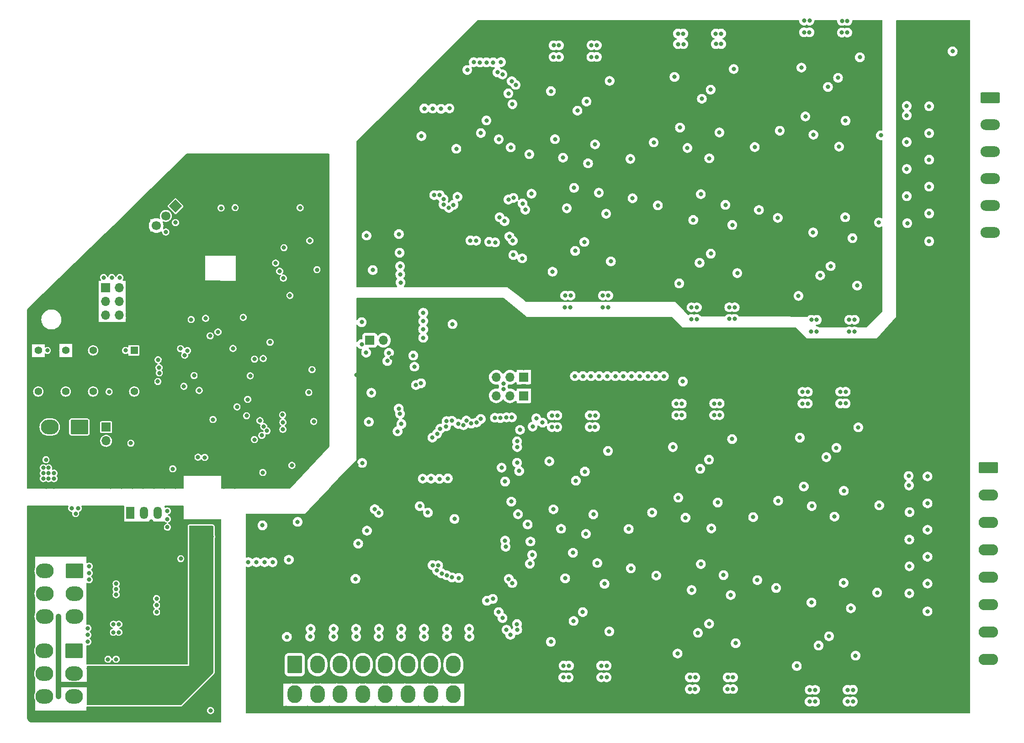
<source format=gbr>
%TF.GenerationSoftware,KiCad,Pcbnew,(6.0.1)*%
%TF.CreationDate,2022-05-08T00:04:23+10:00*%
%TF.ProjectId,211006_lmu_r0,32313130-3036-45f6-9c6d-755f72302e6b,rev?*%
%TF.SameCoordinates,Original*%
%TF.FileFunction,Copper,L3,Inr*%
%TF.FilePolarity,Positive*%
%FSLAX46Y46*%
G04 Gerber Fmt 4.6, Leading zero omitted, Abs format (unit mm)*
G04 Created by KiCad (PCBNEW (6.0.1)) date 2022-05-08 00:04:23*
%MOMM*%
%LPD*%
G01*
G04 APERTURE LIST*
G04 Aperture macros list*
%AMRoundRect*
0 Rectangle with rounded corners*
0 $1 Rounding radius*
0 $2 $3 $4 $5 $6 $7 $8 $9 X,Y pos of 4 corners*
0 Add a 4 corners polygon primitive as box body*
4,1,4,$2,$3,$4,$5,$6,$7,$8,$9,$2,$3,0*
0 Add four circle primitives for the rounded corners*
1,1,$1+$1,$2,$3*
1,1,$1+$1,$4,$5*
1,1,$1+$1,$6,$7*
1,1,$1+$1,$8,$9*
0 Add four rect primitives between the rounded corners*
20,1,$1+$1,$2,$3,$4,$5,0*
20,1,$1+$1,$4,$5,$6,$7,0*
20,1,$1+$1,$6,$7,$8,$9,0*
20,1,$1+$1,$8,$9,$2,$3,0*%
%AMHorizOval*
0 Thick line with rounded ends*
0 $1 width*
0 $2 $3 position (X,Y) of the first rounded end (center of the circle)*
0 $4 $5 position (X,Y) of the second rounded end (center of the circle)*
0 Add line between two ends*
20,1,$1,$2,$3,$4,$5,0*
0 Add two circle primitives to create the rounded ends*
1,1,$1,$2,$3*
1,1,$1,$4,$5*%
%AMRotRect*
0 Rectangle, with rotation*
0 The origin of the aperture is its center*
0 $1 length*
0 $2 width*
0 $3 Rotation angle, in degrees counterclockwise*
0 Add horizontal line*
21,1,$1,$2,0,0,$3*%
G04 Aperture macros list end*
%TA.AperFunction,ComponentPad*%
%ADD10RoundRect,0.250001X-1.399999X1.099999X-1.399999X-1.099999X1.399999X-1.099999X1.399999X1.099999X0*%
%TD*%
%TA.AperFunction,ComponentPad*%
%ADD11O,3.300000X2.700000*%
%TD*%
%TA.AperFunction,ComponentPad*%
%ADD12RoundRect,0.250000X-1.550000X0.750000X-1.550000X-0.750000X1.550000X-0.750000X1.550000X0.750000X0*%
%TD*%
%TA.AperFunction,ComponentPad*%
%ADD13O,3.600000X2.000000*%
%TD*%
%TA.AperFunction,ComponentPad*%
%ADD14R,1.700000X1.700000*%
%TD*%
%TA.AperFunction,ComponentPad*%
%ADD15O,1.700000X1.700000*%
%TD*%
%TA.AperFunction,ComponentPad*%
%ADD16R,1.400000X1.400000*%
%TD*%
%TA.AperFunction,ComponentPad*%
%ADD17C,1.400000*%
%TD*%
%TA.AperFunction,ComponentPad*%
%ADD18RoundRect,0.250001X-1.099999X-1.399999X1.099999X-1.399999X1.099999X1.399999X-1.099999X1.399999X0*%
%TD*%
%TA.AperFunction,ComponentPad*%
%ADD19O,2.700000X3.300000*%
%TD*%
%TA.AperFunction,ComponentPad*%
%ADD20RoundRect,0.249999X-1.550001X0.790001X-1.550001X-0.790001X1.550001X-0.790001X1.550001X0.790001X0*%
%TD*%
%TA.AperFunction,ComponentPad*%
%ADD21O,3.600000X2.080000*%
%TD*%
%TA.AperFunction,ComponentPad*%
%ADD22RotRect,1.700000X1.700000X315.000000*%
%TD*%
%TA.AperFunction,ComponentPad*%
%ADD23HorizOval,1.700000X0.000000X0.000000X0.000000X0.000000X0*%
%TD*%
%TA.AperFunction,ComponentPad*%
%ADD24R,1.500000X2.300000*%
%TD*%
%TA.AperFunction,ComponentPad*%
%ADD25O,1.500000X2.300000*%
%TD*%
%TA.AperFunction,ViaPad*%
%ADD26C,0.800000*%
%TD*%
%TA.AperFunction,Conductor*%
%ADD27C,1.000000*%
%TD*%
G04 APERTURE END LIST*
D10*
%TO.N,/VBAT*%
%TO.C,J1*%
X75372789Y-141783700D03*
D11*
%TO.N,/CAN_P*%
X75372789Y-145983700D03*
%TO.N,/CAN_N*%
X75372789Y-150183700D03*
%TO.N,/VGND*%
X69872789Y-141783700D03*
%TO.N,unconnected-(J1-Pad5)*%
X69872789Y-145983700D03*
%TO.N,/CAN_S*%
X69872789Y-150183700D03*
%TD*%
D10*
%TO.N,/VBAT*%
%TO.C,J2*%
X75422789Y-126983700D03*
D11*
%TO.N,/CAN_P*%
X75422789Y-131183700D03*
%TO.N,/CAN_N*%
X75422789Y-135383700D03*
%TO.N,/VGND*%
X69922789Y-126983700D03*
%TO.N,unconnected-(J2-Pad5)*%
X69922789Y-131183700D03*
%TO.N,/CAN_S*%
X69922789Y-135383700D03*
%TD*%
D12*
%TO.N,/Balance Interface/TAP12*%
%TO.C,J4*%
X245107885Y-39230000D03*
D13*
%TO.N,/Balance Interface/TAP11*%
X245107885Y-44230000D03*
%TO.N,/Balance Interface/TAP10*%
X245107885Y-49230000D03*
%TO.N,/Balance Interface/TAP9*%
X245107885Y-54230000D03*
%TO.N,/Balance Interface/TAP8*%
X245107885Y-59230000D03*
%TO.N,/Balance Interface/TAP7*%
X245107885Y-64230000D03*
%TD*%
D14*
%TO.N,+3V3_ISO*%
%TO.C,J13*%
X81177446Y-74408700D03*
D15*
X83717446Y-74408700D03*
%TO.N,Net-(J13-Pad3)*%
X81177446Y-76948700D03*
%TO.N,Net-(J13-Pad4)*%
X83717446Y-76948700D03*
%TO.N,GND_ISO*%
X81177446Y-79488700D03*
X83717446Y-79488700D03*
%TD*%
D16*
%TO.N,+3V3_ISO*%
%TO.C,K1*%
X86509946Y-86071200D03*
D17*
%TO.N,Net-(K1-Pad4)*%
X78889946Y-86071200D03*
%TO.N,GND_ISO*%
X73809946Y-86071200D03*
%TO.N,+3V3_ISO*%
X68729946Y-86071200D03*
%TO.N,/SDN_IN*%
X68729946Y-93691200D03*
%TO.N,unconnected-(K1-Pad11)*%
X73809946Y-93691200D03*
%TO.N,/SDN_OUT*%
X78889946Y-93691200D03*
%TO.N,Net-(D7-Pad1)*%
X86509946Y-93691200D03*
%TD*%
D18*
%TO.N,/TmpCon0*%
%TO.C,J3*%
X116252446Y-144333700D03*
D19*
%TO.N,/TmpCon1*%
X120452446Y-144333700D03*
%TO.N,/TmpCon2*%
X124652446Y-144333700D03*
%TO.N,/TmpCon3*%
X128852446Y-144333700D03*
%TO.N,/TmpCon4*%
X133052446Y-144333700D03*
%TO.N,/TmpCon5*%
X137252446Y-144333700D03*
%TO.N,/TmpCon6*%
X141452446Y-144333700D03*
%TO.N,/TmpCon7*%
X145652446Y-144333700D03*
%TO.N,GND_HV*%
X116252446Y-149833700D03*
X120452446Y-149833700D03*
X124652446Y-149833700D03*
X128852446Y-149833700D03*
X133052446Y-149833700D03*
X137252446Y-149833700D03*
X141452446Y-149833700D03*
X145652446Y-149833700D03*
%TD*%
D20*
%TO.N,/Balance Interface/TAP6*%
%TO.C,J10*%
X244810331Y-107803700D03*
D21*
%TO.N,/Balance Interface/TAP5*%
X244810331Y-112883700D03*
%TO.N,/Balance Interface/TAP4*%
X244810331Y-117963700D03*
%TO.N,/Balance Interface/TAP3*%
X244810331Y-123043700D03*
%TO.N,/Balance Interface/TAP2*%
X244810331Y-128123700D03*
%TO.N,/Balance Interface/TAP1*%
X244810331Y-133203700D03*
%TO.N,/Balance Interface/TAP0*%
X244810331Y-138283700D03*
X244810331Y-143363700D03*
%TD*%
D22*
%TO.N,/Microcontroller/USART_TX*%
%TO.C,J12*%
X94152446Y-59333700D03*
D23*
%TO.N,/Microcontroller/USART_RX*%
X92356395Y-61129751D03*
%TO.N,GND_ISO*%
X90560344Y-62925802D03*
%TD*%
D14*
%TO.N,/Balance Interface/CS*%
%TO.C,J7*%
X130152446Y-84183700D03*
D15*
%TO.N,/Balance Interface/SCK*%
X132692446Y-84183700D03*
%TD*%
D14*
%TO.N,GND_HV*%
%TO.C,J5*%
X158676946Y-94480100D03*
D15*
%TO.N,/Balance Interface/DTEN*%
X156136946Y-94480100D03*
%TO.N,/Balance Interface/VREG*%
X153596946Y-94480100D03*
%TD*%
D24*
%TO.N,Net-(C3-Pad1)*%
%TO.C,U1*%
X85762446Y-116183700D03*
D25*
%TO.N,GND*%
X88302446Y-116183700D03*
%TO.N,+5V*%
X90842446Y-116183700D03*
%TD*%
D14*
%TO.N,GND_HV*%
%TO.C,J6*%
X158682446Y-91033700D03*
D15*
%TO.N,/Balance Interface/ISOMD*%
X156142446Y-91033700D03*
%TO.N,/Balance Interface/VREG*%
X153602446Y-91033700D03*
%TD*%
D10*
%TO.N,/SDN_OUT*%
%TO.C,J8*%
X76352446Y-100283700D03*
D11*
%TO.N,/SDN_IN*%
X70852446Y-100283700D03*
%TD*%
D14*
%TO.N,/SDN_OUT*%
%TO.C,J9*%
X81302446Y-100308700D03*
D15*
%TO.N,/SDN_IN*%
X81302446Y-102848700D03*
%TD*%
D26*
%TO.N,+5V*%
X74902446Y-115333700D03*
X92652446Y-117333700D03*
X92652446Y-118833700D03*
X92652446Y-115833700D03*
X75652446Y-116333700D03*
X100652446Y-152833700D03*
X95127446Y-124683700D03*
X76152446Y-115333700D03*
%TO.N,GND*%
X83152446Y-116833700D03*
X83152446Y-118333700D03*
X81652446Y-120583700D03*
X96152446Y-154333700D03*
X74057103Y-118583700D03*
X67152446Y-148333700D03*
X88652446Y-154333700D03*
X95202446Y-122808700D03*
X81652446Y-117333700D03*
X92402446Y-154333700D03*
X89152446Y-121833700D03*
X101902446Y-134333700D03*
X73152446Y-115333700D03*
X80152446Y-154333700D03*
X90152446Y-120833700D03*
X89152446Y-124833700D03*
X97652446Y-152333700D03*
X78152446Y-123333700D03*
X101902446Y-146833700D03*
X81652446Y-119583700D03*
X89152446Y-120833700D03*
X96152446Y-152333700D03*
X95152446Y-117333700D03*
X80652446Y-119583700D03*
X101902446Y-129333700D03*
X92727446Y-120358700D03*
X95152446Y-115833700D03*
X101902446Y-124333700D03*
X90152446Y-121833700D03*
X68152446Y-115333700D03*
X93727446Y-121258700D03*
X101902446Y-139333700D03*
X79652446Y-120583700D03*
X74057103Y-120083700D03*
X101902446Y-143333700D03*
X71152446Y-115333700D03*
X67152446Y-121333700D03*
X67152446Y-128333700D03*
X67152446Y-151333700D03*
X67152446Y-132333700D03*
X68402446Y-154333700D03*
X101902446Y-146833700D03*
X100152446Y-154333700D03*
X79652446Y-119583700D03*
X67152446Y-145333700D03*
X78152446Y-122083700D03*
X84652446Y-154333700D03*
X96052446Y-121208700D03*
X77652446Y-120333700D03*
X67152446Y-125333700D03*
X97677446Y-151383700D03*
X67152446Y-139333700D03*
X67152446Y-135333700D03*
X80652446Y-120583700D03*
X89652446Y-117833700D03*
X90152446Y-124833700D03*
X75652446Y-154333700D03*
X83152446Y-115333700D03*
X67152446Y-116333700D03*
X67152446Y-142333700D03*
X71652446Y-154333700D03*
X73152446Y-116333700D03*
%TO.N,Net-(C29-Pad1)*%
X188152446Y-91833700D03*
X145477446Y-81208700D03*
X238152446Y-30633700D03*
%TO.N,Net-(C35-Pad1)*%
X218637500Y-24972450D03*
X218627500Y-27133700D03*
X217637500Y-24972450D03*
X217627500Y-27133700D03*
%TO.N,Net-(C36-Pad1)*%
X211625000Y-24934950D03*
X210615000Y-27096200D03*
X211615000Y-27096200D03*
X210625000Y-24934950D03*
%TO.N,Net-(C47-Pad1)*%
X194265000Y-27333700D03*
X195275000Y-29272450D03*
X194275000Y-29272450D03*
X195265000Y-27333700D03*
%TO.N,Net-(C48-Pad1)*%
X187262500Y-29284950D03*
X187252500Y-27346200D03*
X188262500Y-29284950D03*
X188252500Y-27346200D03*
%TO.N,Net-(C59-Pad1)*%
X172225000Y-29500000D03*
X171225000Y-29500000D03*
X172215000Y-31661250D03*
X171215000Y-31661250D03*
%TO.N,Net-(C60-Pad1)*%
X164212500Y-29512500D03*
X165202500Y-31673750D03*
X164202500Y-31673750D03*
X165212500Y-29512500D03*
%TO.N,Net-(C71-Pad1)*%
X167325000Y-78075000D03*
X166365000Y-75901250D03*
X167365000Y-75901250D03*
X166325000Y-78075000D03*
%TO.N,Net-(C72-Pad1)*%
X174347500Y-75901250D03*
X173337500Y-78062500D03*
X173347500Y-75901250D03*
X174337500Y-78062500D03*
%TO.N,Net-(C83-Pad1)*%
X189760000Y-78088750D03*
X189750000Y-80250000D03*
X190750000Y-80250000D03*
X190760000Y-78088750D03*
%TO.N,Net-(C84-Pad1)*%
X197772500Y-78076250D03*
X197762500Y-80237500D03*
X196772500Y-78076250D03*
X196762500Y-80237500D03*
%TO.N,Net-(C95-Pad1)*%
X211962500Y-82562500D03*
X212972500Y-80401250D03*
X212962500Y-82562500D03*
X211972500Y-80401250D03*
%TO.N,Net-(C96-Pad1)*%
X219985000Y-80388750D03*
X218975000Y-82550000D03*
X218985000Y-80388750D03*
X219975000Y-82550000D03*
%TO.N,Net-(C108-Pad1)*%
X217334946Y-93739450D03*
X218324946Y-95900700D03*
X217324946Y-95900700D03*
X218334946Y-93739450D03*
%TO.N,Net-(C109-Pad1)*%
X211322446Y-93751950D03*
X211312446Y-95913200D03*
X210322446Y-93751950D03*
X210312446Y-95913200D03*
%TO.N,Net-(C120-Pad1)*%
X193962446Y-98076200D03*
X193972446Y-95914950D03*
X194962446Y-98076200D03*
X194972446Y-95914950D03*
%TO.N,Net-(C121-Pad1)*%
X187949946Y-98088700D03*
X186949946Y-98088700D03*
X186959946Y-95927450D03*
X187959946Y-95927450D03*
%TO.N,Net-(C132-Pad1)*%
X171922446Y-98114950D03*
X170912446Y-100276200D03*
X170922446Y-98114950D03*
X171912446Y-100276200D03*
%TO.N,Net-(C133-Pad1)*%
X164899946Y-100288700D03*
X163899946Y-100288700D03*
X164909946Y-98127450D03*
X163909946Y-98127450D03*
%TO.N,Net-(C144-Pad1)*%
X166022446Y-146689950D03*
X166062446Y-144516200D03*
X167022446Y-146689950D03*
X167062446Y-144516200D03*
%TO.N,Net-(C145-Pad1)*%
X173044946Y-144516200D03*
X173034946Y-146677450D03*
X174034946Y-146677450D03*
X174044946Y-144516200D03*
%TO.N,Net-(C156-Pad1)*%
X189447446Y-148864950D03*
X189457446Y-146703700D03*
X190457446Y-146703700D03*
X190447446Y-148864950D03*
%TO.N,Net-(C157-Pad1)*%
X196469946Y-146691200D03*
X197469946Y-146691200D03*
X197459946Y-148852450D03*
X196459946Y-148852450D03*
%TO.N,Net-(C168-Pad1)*%
X212659946Y-151177450D03*
X211659946Y-151177450D03*
X211669946Y-149016200D03*
X212669946Y-149016200D03*
%TO.N,Net-(C169-Pad1)*%
X218672446Y-151164950D03*
X219682446Y-149003700D03*
X218682446Y-149003700D03*
X219672446Y-151164950D03*
%TO.N,/Microcontroller/NRST*%
X102026457Y-82661119D03*
X111677446Y-84558700D03*
X101102446Y-98883700D03*
%TO.N,Net-(D16-Pad2)*%
X212352446Y-46083700D03*
%TO.N,Net-(D18-Pad2)*%
X189002446Y-48533700D03*
%TO.N,Net-(D20-Pad2)*%
X165952446Y-50333700D03*
%TO.N,Net-(D22-Pad2)*%
X172602446Y-56833700D03*
%TO.N,Net-(D24-Pad2)*%
X196052446Y-59083700D03*
%TO.N,Net-(D26-Pad2)*%
X218252446Y-61383700D03*
%TO.N,Net-(D29-Pad2)*%
X212052446Y-114933700D03*
%TO.N,Net-(D31-Pad2)*%
X188652446Y-117083700D03*
%TO.N,Net-(D33-Pad2)*%
X165602446Y-119133700D03*
%TO.N,Net-(D35-Pad2)*%
X172302446Y-125483700D03*
%TO.N,/Balance Interface/Upper Active Balance Group/ACTIVE_TAP5*%
X233800746Y-45812500D03*
X217105746Y-48287000D03*
X194937500Y-45662500D03*
X201487500Y-48362500D03*
%TO.N,/Balance Interface/V+*%
X218300000Y-43487000D03*
X224850000Y-46187000D03*
X233800746Y-40812500D03*
%TO.N,/Balance Interface/Upper Active Balance Group/PI6*%
X220964500Y-31724500D03*
X154743585Y-34903585D03*
%TO.N,/Balance Interface/Upper Active Balance Group/SI6*%
X215050000Y-37237000D03*
X153015394Y-32675394D03*
%TO.N,/Balance Interface/C11*%
X181652446Y-90833700D03*
X150730013Y-45762000D03*
X229652446Y-42487489D03*
%TO.N,/Balance Interface/C12*%
X229652446Y-40737500D03*
X184652446Y-90833700D03*
X151775746Y-43437500D03*
%TO.N,/Balance Interface/Upper Active Balance Group/ACTIVE_TAP4*%
X233800746Y-50712500D03*
X171887500Y-47862500D03*
X193052446Y-50462500D03*
X178437500Y-50562500D03*
%TO.N,/Balance Interface/Upper Active Balance Group/PI5*%
X197590000Y-33900000D03*
X157188088Y-36840011D03*
%TO.N,/Balance Interface/Upper Active Balance Group/SI5*%
X191687500Y-39412500D03*
X150565000Y-32675000D03*
%TO.N,/VBAT*%
X78152446Y-126083700D03*
X77902446Y-140083700D03*
X78152446Y-128583700D03*
X77902446Y-137583700D03*
X78152446Y-127333700D03*
X77902446Y-138833700D03*
%TO.N,/Balance Interface/S10*%
X164475746Y-46912500D03*
X177140147Y-90845999D03*
%TO.N,/Microcontroller/USART_TX*%
X94152446Y-62383700D03*
%TO.N,/Microcontroller/USART_RX*%
X92352446Y-64133700D03*
%TO.N,Net-(D7-Pad1)*%
X81852446Y-93733700D03*
%TO.N,/Microcontroller/LMS_OK_FB*%
X95715147Y-92720999D03*
%TO.N,/Microcontroller/LMS_OK*%
X98539745Y-93496401D03*
%TO.N,/WDT_PASSIVE*%
X90927946Y-87809200D03*
X107327446Y-98183700D03*
%TO.N,/CS_PASSIVE*%
X99727446Y-80133700D03*
X107527446Y-95158700D03*
%TO.N,/CS_TEMPERATURE*%
X100577446Y-83358700D03*
X105552446Y-96533700D03*
%TO.N,/Microcontroller/SPI1_CLK*%
X111108331Y-100970971D03*
X114002446Y-98008700D03*
X91101183Y-89260013D03*
X112702446Y-69883700D03*
%TO.N,/Microcontroller/SPI1_MISO*%
X91152446Y-90258200D03*
X110152446Y-101833700D03*
X114052446Y-99383700D03*
X113452446Y-71383700D03*
%TO.N,/Microcontroller/SPI1_MOSI*%
X90877446Y-91833700D03*
X108777446Y-102608700D03*
X114052446Y-100708700D03*
X114152446Y-72683700D03*
%TO.N,/Balance Interface/Upper Active Balance Group/ACTIVE_TAP3*%
X160112500Y-57012500D03*
X170602446Y-51383700D03*
X166662500Y-59712500D03*
X233800746Y-55712500D03*
%TO.N,/WDT_ACTIVE_UPPER*%
X96377446Y-86108200D03*
X115352946Y-75883700D03*
%TO.N,/CS_ACTIVE_UPPER*%
X95089995Y-85745749D03*
X114252446Y-67033700D03*
%TO.N,/WDT_ACTIVE_LOWER*%
X109802446Y-99083700D03*
X108802446Y-87679200D03*
%TO.N,/CS_ACTIVE_LOWER*%
X110402446Y-87583700D03*
X110498739Y-100178883D03*
%TO.N,/Microcontroller/BOOT0*%
X104802446Y-85708700D03*
%TO.N,/Microcontroller/CAN_RX*%
X98327446Y-105858700D03*
%TO.N,/Microcontroller/CAN_TX*%
X99577446Y-105908700D03*
%TO.N,/Microcontroller/BOOT1*%
X95852446Y-86959200D03*
%TO.N,/UPPER_GND*%
X233498192Y-109427450D03*
X185912500Y-38512500D03*
X140652446Y-73833700D03*
X144652446Y-49833700D03*
X162862500Y-40712500D03*
X214102446Y-59383700D03*
X224547446Y-114801950D03*
X128152446Y-60833700D03*
X144152446Y-50833700D03*
X168815000Y-43599500D03*
X128652446Y-73833700D03*
X142625746Y-51087500D03*
X147652446Y-53333700D03*
X147702446Y-49383700D03*
X193287500Y-66437500D03*
X141952446Y-66733700D03*
X128652446Y-48833700D03*
X149652446Y-57833700D03*
X217997446Y-112101950D03*
X128652446Y-50333700D03*
X139175746Y-43483199D03*
X209275000Y-36337000D03*
X196462500Y-67387500D03*
X128652446Y-55833700D03*
X165512500Y-42362500D03*
X130528426Y-67683700D03*
X132152446Y-61833700D03*
X221325000Y-71350000D03*
X175687500Y-66862500D03*
X169862500Y-64262500D03*
X221061146Y-59325000D03*
X215115000Y-39149500D03*
X218675000Y-69700000D03*
X220061146Y-59325000D03*
X133652446Y-50333700D03*
X211925000Y-37987000D03*
X215500000Y-68750000D03*
X199112500Y-69037500D03*
X128152446Y-64833700D03*
X146102446Y-38333700D03*
X129942596Y-73434820D03*
X188562500Y-40162500D03*
X149652446Y-56333700D03*
X143652446Y-49833700D03*
X137152446Y-61833700D03*
X134152446Y-55833700D03*
X131152446Y-59333700D03*
X133652446Y-48833700D03*
X173037500Y-65212500D03*
X140652446Y-69833700D03*
X147877446Y-51458700D03*
X191715000Y-41349020D03*
X145427446Y-54283700D03*
%TO.N,/Balance Interface/Upper Active Balance Group/PI4*%
X174590000Y-36100000D03*
X156579335Y-40425000D03*
%TO.N,/Balance Interface/Upper Active Balance Group/SI4*%
X168637500Y-41612500D03*
X148215000Y-34075000D03*
%TO.N,/Balance Interface/C9*%
X156275746Y-48436039D03*
X175652446Y-90833700D03*
X229652446Y-52433700D03*
%TO.N,/Balance Interface/Upper Active Balance Group/ACTIVE_TAP2*%
X233800746Y-60687500D03*
X190087500Y-61887500D03*
X168002446Y-55933700D03*
X183537500Y-59187500D03*
%TO.N,GND_HV*%
X135152446Y-147333700D03*
X211971196Y-128014950D03*
X155652446Y-78333700D03*
X128652446Y-77333700D03*
X240152446Y-51833700D03*
X234152446Y-137833700D03*
X132852446Y-112933700D03*
X175384946Y-135477450D03*
X126652446Y-147333700D03*
X143652446Y-152333700D03*
X135652446Y-77333700D03*
X144152446Y-80333700D03*
X211622446Y-106601950D03*
X240202446Y-41783700D03*
X127652446Y-107333700D03*
X144152446Y-78833700D03*
X108152446Y-128333700D03*
X150152446Y-152333700D03*
X134152446Y-91833700D03*
X132152446Y-80333700D03*
X239852446Y-115633700D03*
X138951935Y-112187727D03*
X158652446Y-96333700D03*
X212971196Y-128014950D03*
X215197446Y-137364950D03*
X137566655Y-84880211D03*
X130152446Y-77333700D03*
X139652446Y-77333700D03*
X117752446Y-136083700D03*
X108152446Y-147833700D03*
X143652446Y-147333700D03*
X233152446Y-138833700D03*
X154152446Y-89333700D03*
X132952446Y-133183700D03*
X118652446Y-147333700D03*
X136152446Y-103333700D03*
X165209946Y-110977450D03*
X111152446Y-150833700D03*
X151152446Y-94833700D03*
X109652446Y-150833700D03*
X148602446Y-140583700D03*
X128652446Y-78833700D03*
X196159946Y-136002450D03*
X132902446Y-110283700D03*
X127602446Y-140583700D03*
X131152446Y-118333700D03*
X185609946Y-107127450D03*
X118752446Y-130283700D03*
X133852446Y-123783700D03*
X135402446Y-104483700D03*
X118652446Y-152333700D03*
X146152446Y-77333700D03*
X126152446Y-109333700D03*
X147152446Y-120333700D03*
X168512446Y-112214450D03*
X108152446Y-144833700D03*
X135602446Y-131833700D03*
X133202446Y-129133700D03*
X128997946Y-101574749D03*
X240102446Y-56833700D03*
X149152446Y-77333700D03*
X239952446Y-130633700D03*
X233152446Y-136833700D03*
X108152446Y-141333700D03*
X119102446Y-140583700D03*
X114652446Y-152333700D03*
X145052446Y-122758700D03*
X121652446Y-113833700D03*
X132802446Y-107133700D03*
X144402446Y-140583700D03*
X122652446Y-147333700D03*
X149552446Y-88737200D03*
X131002446Y-95283700D03*
X131152446Y-152333700D03*
X114652446Y-147333700D03*
X135902446Y-140583700D03*
X107763067Y-117744321D03*
X150152446Y-149833700D03*
X239852446Y-110483700D03*
X133752446Y-121083700D03*
X150152446Y-137333700D03*
X135152446Y-80333700D03*
X151652446Y-90333700D03*
X142152446Y-94833700D03*
X134352446Y-105583700D03*
X234152446Y-138833700D03*
X135152446Y-78833700D03*
X150152446Y-140333700D03*
X108152446Y-131333700D03*
X139152446Y-152333700D03*
X162559946Y-109327450D03*
X127652446Y-90633700D03*
X132152446Y-78833700D03*
X147152446Y-121333700D03*
X125202446Y-135933700D03*
X131152446Y-147333700D03*
X143152446Y-118333700D03*
X109652446Y-149333700D03*
X147652446Y-152333700D03*
X240002446Y-125483700D03*
X114044466Y-119062520D03*
X138252446Y-135083700D03*
X191412446Y-109963970D03*
X139152446Y-147333700D03*
X109652446Y-147833700D03*
X172734946Y-133827450D03*
X129652446Y-122833700D03*
X128152446Y-102333700D03*
X111152446Y-149333700D03*
X134202446Y-87383700D03*
X151652446Y-77333700D03*
X234152446Y-136833700D03*
X131152446Y-120833700D03*
X130352446Y-135333700D03*
X146815147Y-126820999D03*
X154652446Y-77333700D03*
X140202446Y-140583700D03*
X192984946Y-135052450D03*
X221022446Y-139964950D03*
X188259946Y-108777450D03*
X132152446Y-77333700D03*
X150952446Y-89333700D03*
X149652446Y-93833700D03*
X108152446Y-149333700D03*
X124252446Y-117133700D03*
X112352446Y-134733700D03*
X169559946Y-132877450D03*
X239902446Y-105233700D03*
X132802446Y-118333700D03*
X134252446Y-130033700D03*
X213971196Y-128014950D03*
X147152446Y-118333700D03*
X141452446Y-135133700D03*
X126652446Y-152500000D03*
X111152446Y-147833700D03*
X144052446Y-135183700D03*
X233152446Y-137833700D03*
X108152446Y-150833700D03*
X135152446Y-152333700D03*
X131752446Y-140583700D03*
X108152446Y-134333700D03*
X127102446Y-113383700D03*
X147152446Y-122333700D03*
X122352446Y-134733700D03*
X239952446Y-120533700D03*
X147652446Y-147333700D03*
X158652446Y-89333700D03*
X240252446Y-46983700D03*
X234152446Y-139833700D03*
X121852446Y-131433700D03*
X142652446Y-77333700D03*
X240302446Y-61783700D03*
X198809946Y-137652450D03*
X144627446Y-105988030D03*
X144652446Y-118333700D03*
X150152446Y-143333700D03*
X208972446Y-104951950D03*
X214812446Y-107764450D03*
X122652446Y-152333700D03*
X147852446Y-135233700D03*
X124152446Y-111333700D03*
X127852446Y-132533700D03*
X123402446Y-140583700D03*
X150152446Y-146333700D03*
X130452446Y-92183700D03*
X233152446Y-139833700D03*
X142302446Y-119758700D03*
X233702446Y-28883700D03*
X119152446Y-116333700D03*
X132802446Y-115383700D03*
X147527446Y-119358700D03*
X218372446Y-138314950D03*
%TO.N,+5V_HV*%
X144452446Y-139133700D03*
X116773626Y-117862520D03*
X135952446Y-139133700D03*
X127652446Y-139133700D03*
X148602446Y-139133700D03*
X130447446Y-93918700D03*
X128752446Y-106933700D03*
X131802446Y-139133700D03*
X114802446Y-139183700D03*
X119102446Y-139133700D03*
X127502446Y-128433700D03*
X123402446Y-139133700D03*
X110259966Y-118512520D03*
X129972446Y-99328200D03*
X140202446Y-139133700D03*
%TO.N,/Temperature Sensor/TmpOut2*%
X127602446Y-137683700D03*
%TO.N,/Temperature Sensor/TmpOut3*%
X131852446Y-137683700D03*
%TO.N,/Temperature Sensor/TmpOut4*%
X136002446Y-137683700D03*
%TO.N,/Temperature Sensor/TmpOut5*%
X140202446Y-137683700D03*
%TO.N,/Temperature Sensor/TmpOut6*%
X144452446Y-137683700D03*
%TO.N,/Temperature Sensor/TmpOut7*%
X148552446Y-137683700D03*
%TO.N,/Temperature Sensor/TmpOut0*%
X119202446Y-137683700D03*
%TO.N,/Temperature Sensor/TmpOut1*%
X123452446Y-137683700D03*
%TO.N,/Balance Interface/Upper Active Balance Group/PI3*%
X164015000Y-71475000D03*
X155831970Y-58107863D03*
%TO.N,/Balance Interface/Upper Active Balance Group/SI3*%
X169912500Y-65962500D03*
X149852446Y-65733700D03*
%TO.N,/Balance Interface/C8*%
X172652446Y-90833700D03*
X229652446Y-57487500D03*
X158477446Y-58833700D03*
%TO.N,/Balance Interface/Upper Active Balance Group/ACTIVE_TAP1*%
X233800746Y-65837500D03*
X205750000Y-61500000D03*
X191498646Y-57087500D03*
X212300000Y-64200000D03*
%TO.N,/Balance Interface/Upper Active Balance Group/PI2*%
X187490000Y-73650000D03*
X155127446Y-62109200D03*
%TO.N,/Balance Interface/Upper Active Balance Group/SI2*%
X153390348Y-66045798D03*
X193337500Y-68137500D03*
%TO.N,/Balance Interface/C7*%
X169652446Y-90833700D03*
X158977446Y-59983700D03*
X229752446Y-62487500D03*
%TO.N,/Balance Interface/Upper Active Balance Group/PI1*%
X209577500Y-75962500D03*
X156652446Y-65733700D03*
%TO.N,/Balance Interface/Upper Active Balance Group/SI1*%
X158402446Y-69008700D03*
X215550000Y-70450000D03*
%TO.N,/Balance Interface/C6*%
X154579866Y-107808700D03*
X150711325Y-98783232D03*
X229998192Y-109352450D03*
%TO.N,/Balance Interface/Lower Active Balance Group/ACTIVE_TAP5*%
X233498192Y-114427450D03*
X201184946Y-116977450D03*
X216252446Y-116880950D03*
X194634946Y-114277450D03*
%TO.N,/Balance Interface/Lower Active Balance Group/PI6*%
X220661946Y-100339450D03*
X157990188Y-100795942D03*
%TO.N,/Balance Interface/Lower Active Balance Group/SI6*%
X161002446Y-98658700D03*
X214747446Y-105851950D03*
%TO.N,/Balance Interface/C5*%
X148965422Y-99633700D03*
X230073192Y-111102450D03*
X155227647Y-110383499D03*
%TO.N,/Balance Interface/Lower Active Balance Group/ACTIVE_TAP4*%
X171584946Y-116477450D03*
X193446196Y-119077450D03*
X178134946Y-119177450D03*
X233498192Y-119327450D03*
%TO.N,/Balance Interface/Lower Active Balance Group/PI5*%
X197287446Y-102514950D03*
X157473486Y-103988768D03*
%TO.N,/Balance Interface/Lower Active Balance Group/SI5*%
X191384946Y-108027450D03*
X155477943Y-98483700D03*
%TO.N,/Balance Interface/Lower Active Balance Group/ACTIVE_TAP3*%
X233498192Y-124327450D03*
X170202446Y-120083700D03*
X159809946Y-125627450D03*
X166359946Y-128327450D03*
%TO.N,/Balance Interface/Lower Active Balance Group/PI4*%
X174287446Y-104714950D03*
X157827446Y-108433700D03*
%TO.N,/Balance Interface/Lower Active Balance Group/SI4*%
X168334946Y-110227450D03*
X153329254Y-98557706D03*
%TO.N,/Balance Interface/C3*%
X145373992Y-99121644D03*
X157627446Y-116433700D03*
X230123192Y-121152450D03*
%TO.N,/Balance Interface/Lower Active Balance Group/ACTIVE_TAP2*%
X189784946Y-130502450D03*
X233498192Y-129302450D03*
X167802446Y-123583700D03*
X183234946Y-127802450D03*
%TO.N,/Balance Interface/Lower Active Balance Group/PI3*%
X155337893Y-122468344D03*
X163712446Y-140089950D03*
%TO.N,/Balance Interface/Lower Active Balance Group/SI3*%
X152952446Y-132133700D03*
X169609946Y-134577450D03*
%TO.N,/Balance Interface/C2*%
X159927446Y-121508700D03*
X230148192Y-126102450D03*
X144264423Y-100171079D03*
%TO.N,/Balance Interface/Lower Active Balance Group/ACTIVE_TAP1*%
X191502446Y-125683700D03*
X205447446Y-130114950D03*
X211997446Y-132814950D03*
X233498192Y-134452450D03*
%TO.N,/Balance Interface/Lower Active Balance Group/PI2*%
X156552446Y-129208700D03*
X187187446Y-142264950D03*
%TO.N,/Balance Interface/Lower Active Balance Group/SI2*%
X193034946Y-136752450D03*
X154753647Y-135683700D03*
%TO.N,/Balance Interface/C1*%
X230123192Y-131102450D03*
X142627446Y-101509200D03*
X160247946Y-123983700D03*
%TO.N,/Balance Interface/Lower Active Balance Group/PI1*%
X157477647Y-137883499D03*
X209274946Y-144577450D03*
%TO.N,/Balance Interface/Lower Active Balance Group/SI1*%
X156202647Y-138808499D03*
X215247446Y-139064950D03*
%TO.N,/Balance Interface/VREG_UPPER*%
X129552446Y-64783700D03*
X130702446Y-71168320D03*
X146200746Y-48695750D03*
X139715000Y-46331250D03*
%TO.N,/Balance Interface/VREG_LOWER*%
X139412446Y-114946200D03*
X140912446Y-116146200D03*
X145852446Y-117310700D03*
%TO.N,/Temperature Isolation/CS1*%
X129627897Y-119483651D03*
X135527446Y-96858700D03*
%TO.N,/Balance Interface/IBIAS*%
X128652446Y-80833700D03*
X128015147Y-121896401D03*
X135302446Y-101083700D03*
%TO.N,/Balance Interface/SCK*%
X131806072Y-116187110D03*
X135752446Y-97833700D03*
%TO.N,/Balance Interface/ICMP*%
X136002446Y-99708700D03*
X128652446Y-84908700D03*
X131077946Y-115502393D03*
%TO.N,/Balance Interface/DTEN*%
X138702446Y-92483700D03*
X154902446Y-93233700D03*
%TO.N,/Balance Interface/ISOMD*%
X139647563Y-92158495D03*
X154902446Y-92234197D03*
%TO.N,/Balance Interface/DRIVE*%
X138202446Y-87033700D03*
%TO.N,/Balance Interface/WDT*%
X133695678Y-86522195D03*
%TO.N,/Balance Interface/WDT_UPPER*%
X135852446Y-73483700D03*
X146402446Y-57583700D03*
%TO.N,/Balance Interface/Upper Active Balance Group/RTONS*%
X142092709Y-57278932D03*
%TO.N,/Balance Interface/Upper Active Balance Group/RTONP*%
X143127500Y-57298750D03*
%TO.N,/Balance Interface/S12*%
X183140147Y-90845999D03*
X210875746Y-42687500D03*
%TO.N,/Balance Interface/Upper Active Balance Group/PG6*%
X216915000Y-35525000D03*
X153818968Y-34523995D03*
%TO.N,/Balance Interface/Upper Active Balance Group/SG6*%
X154465000Y-32625000D03*
X210135000Y-33637000D03*
%TO.N,/Balance Interface/S11*%
X187625746Y-44762500D03*
X180152446Y-90833700D03*
%TO.N,/Balance Interface/Upper Active Balance Group/PG5*%
X193315000Y-37725000D03*
X156457779Y-36157622D03*
%TO.N,/Balance Interface/Upper Active Balance Group/SG5*%
X151765000Y-32675000D03*
X186615000Y-35375000D03*
%TO.N,/Balance Interface/C10*%
X178652446Y-90833700D03*
X229652446Y-47433700D03*
X154050746Y-46937500D03*
%TO.N,/Balance Interface/Upper Active Balance Group/PG4*%
X170315000Y-39925000D03*
X155839500Y-38425000D03*
%TO.N,/Balance Interface/Upper Active Balance Group/SG4*%
X149415000Y-32625000D03*
X163722500Y-38012500D03*
%TO.N,/Balance Interface/S9*%
X174152446Y-90833700D03*
X173950746Y-60737500D03*
%TO.N,/Balance Interface/Upper Active Balance Group/PG3*%
X156777446Y-57783700D03*
X168215000Y-67625000D03*
%TO.N,/Balance Interface/Upper Active Balance Group/SG3*%
X174827500Y-69562500D03*
X148788264Y-65694116D03*
%TO.N,/Balance Interface/S8*%
X171152446Y-90833700D03*
X197325746Y-62812500D03*
%TO.N,/Balance Interface/Upper Active Balance Group/PG2*%
X154202446Y-61384700D03*
X191265000Y-69825000D03*
%TO.N,/Balance Interface/Upper Active Balance Group/SG2*%
X198252500Y-71737500D03*
X152259794Y-65939842D03*
%TO.N,/Balance Interface/S7*%
X219600746Y-65262500D03*
X168152446Y-90833700D03*
%TO.N,/Balance Interface/Upper Active Balance Group/PG1*%
X213615000Y-72175000D03*
X156030923Y-64947961D03*
%TO.N,/Balance Interface/Upper Active Balance Group/SG1*%
X156752647Y-68383499D03*
X220465000Y-74050000D03*
%TO.N,/Balance Interface/UPPER_ADDRESS/A0*%
X144915000Y-41193750D03*
%TO.N,/Balance Interface/UPPER_ADDRESS/A1*%
X143365000Y-41281250D03*
%TO.N,/Balance Interface/UPPER_ADDRESS/A2*%
X141815000Y-41231250D03*
%TO.N,/Balance Interface/UPPER_ADDRESS/A3*%
X140265000Y-41231250D03*
%TO.N,/Balance Interface/LOWER_ADDRESS/A0*%
X144612446Y-109808700D03*
%TO.N,/Balance Interface/LOWER_ADDRESS/A1*%
X143062446Y-109896200D03*
%TO.N,/Balance Interface/LOWER_ADDRESS/A2*%
X141512446Y-109846200D03*
%TO.N,/Balance Interface/LOWER_ADDRESS/A3*%
X139962446Y-109846200D03*
%TO.N,/Balance Interface/PASSIVE_ADDRESS/A0*%
X140052446Y-83733700D03*
%TO.N,/Balance Interface/PASSIVE_ADDRESS/A1*%
X140052446Y-82183700D03*
%TO.N,/Balance Interface/PASSIVE_ADDRESS/A2*%
X140052446Y-80633700D03*
%TO.N,/Balance Interface/PASSIVE_ADDRESS/A3*%
X140052446Y-79083700D03*
%TO.N,/Balance Interface/WDT_LOWER*%
X146627446Y-128258700D03*
X107652446Y-125333700D03*
%TO.N,/Balance Interface/Lower Active Balance Group/RTONS*%
X141790155Y-125893882D03*
%TO.N,/Balance Interface/Lower Active Balance Group/RTONP*%
X142824946Y-125913700D03*
%TO.N,/Balance Interface/S6*%
X210573192Y-111302450D03*
X149952446Y-99433700D03*
%TO.N,/Balance Interface/Lower Active Balance Group/PG6*%
X216612446Y-104139950D03*
X160327446Y-100183200D03*
%TO.N,/Balance Interface/Lower Active Balance Group/SG6*%
X209832446Y-102251950D03*
X162152446Y-99458700D03*
%TO.N,/Balance Interface/S5*%
X187323192Y-113377450D03*
X148050704Y-99078356D03*
%TO.N,/Balance Interface/Lower Active Balance Group/PG5*%
X157447731Y-102938414D03*
X193012446Y-106339950D03*
%TO.N,/Balance Interface/Lower Active Balance Group/SG5*%
X186312446Y-103989950D03*
X156477446Y-98483700D03*
%TO.N,/Balance Interface/C4*%
X147516411Y-99923066D03*
X230173192Y-116052450D03*
X156377946Y-114108700D03*
%TO.N,/Balance Interface/Lower Active Balance Group/PG4*%
X170012446Y-108539950D03*
X157452446Y-106908700D03*
%TO.N,/Balance Interface/Lower Active Balance Group/SG4*%
X163419946Y-106627450D03*
X154327454Y-98608708D03*
%TO.N,/Balance Interface/S3*%
X173648192Y-129352450D03*
X144375966Y-99175954D03*
%TO.N,/Balance Interface/Lower Active Balance Group/PG3*%
X167912446Y-136239950D03*
X155233647Y-121339499D03*
%TO.N,/Balance Interface/Lower Active Balance Group/SG3*%
X174524946Y-138177450D03*
X151852446Y-132483700D03*
%TO.N,/Balance Interface/S2*%
X143201946Y-100587375D03*
X197023192Y-131427450D03*
%TO.N,/Balance Interface/Lower Active Balance Group/PG2*%
X190962446Y-138439950D03*
X155911179Y-128442031D03*
%TO.N,/Balance Interface/Lower Active Balance Group/SG2*%
X154029147Y-134583700D03*
X197949946Y-140352450D03*
%TO.N,/Balance Interface/S1*%
X219298192Y-133877450D03*
X141752446Y-102233700D03*
%TO.N,/Balance Interface/Lower Active Balance Group/PG1*%
X213312446Y-140789950D03*
X157427446Y-136808700D03*
%TO.N,/Balance Interface/Lower Active Balance Group/SG1*%
X220162446Y-142664950D03*
X155478147Y-137858700D03*
%TO.N,/Balance Interface/nCSBI_UPPER*%
X135552446Y-64508220D03*
X143827553Y-58012144D03*
%TO.N,/Balance Interface/SCKI_UPPER*%
X135677446Y-67958220D03*
X143832806Y-59011633D03*
%TO.N,/Balance Interface/SDO_UPPER*%
X135802446Y-71983700D03*
X145652446Y-59083700D03*
%TO.N,/Balance Interface/SDI_UPPER*%
X135777446Y-70458220D03*
X144820809Y-59638124D03*
%TO.N,/Balance Interface/nCSBI_LOWER*%
X142601482Y-126887902D03*
X115152446Y-124883220D03*
%TO.N,/Balance Interface/SCKI_LOWER*%
X112152446Y-125333700D03*
X143473864Y-127411621D03*
%TO.N,/Balance Interface/SDO_LOWER*%
X109152446Y-125333700D03*
X145377446Y-128158700D03*
%TO.N,/Balance Interface/SDI_LOWER*%
X144410208Y-127761286D03*
X110652446Y-125333700D03*
%TO.N,/Balance Interface/Upper Active Balance Group/BOOST*%
X206125000Y-45337000D03*
X178837500Y-57862500D03*
X182762500Y-47512500D03*
X202262500Y-60037500D03*
X159712500Y-49712500D03*
X224475000Y-62350000D03*
%TO.N,/Balance Interface/Lower Active Balance Group/BOOST*%
X182459946Y-116127450D03*
X205822446Y-113951950D03*
X159409946Y-118327450D03*
X178534946Y-126477450D03*
X224172446Y-130964950D03*
X201959946Y-128652450D03*
%TO.N,Net-(D39-Pad2)*%
X217952446Y-129162146D03*
%TO.N,Net-(D37-Pad2)*%
X195702446Y-127733700D03*
%TO.N,/Balance Interface/S4*%
X164173192Y-115527450D03*
X146515634Y-99670512D03*
%TO.N,/Balance Interface/VREG*%
X129477446Y-86484200D03*
X133402446Y-88033700D03*
X138427446Y-89083700D03*
%TO.N,+3V3_ISO*%
X85877446Y-103258700D03*
X105202446Y-59608700D03*
X106702446Y-79946200D03*
X97602446Y-90746200D03*
X69652446Y-108833700D03*
X71652446Y-108833700D03*
X117252446Y-59621200D03*
X82352446Y-72558700D03*
X70652446Y-108833700D03*
X97052446Y-80333700D03*
X108002446Y-90783700D03*
X119042596Y-65729820D03*
X84902446Y-86083700D03*
X83852446Y-72558700D03*
X120367596Y-71104820D03*
X102602446Y-59683700D03*
X70652446Y-109833700D03*
X110344466Y-108712520D03*
X80852446Y-72558700D03*
X93652446Y-108033700D03*
X70152446Y-106333700D03*
X69652446Y-109833700D03*
X115719466Y-107387520D03*
X70652446Y-107833700D03*
X71652446Y-109833700D03*
X119452446Y-89633700D03*
X70402446Y-86083700D03*
X119772702Y-99243689D03*
X69652446Y-107833700D03*
X118847446Y-93868700D03*
%TO.N,GND_ISO*%
X77152446Y-106833700D03*
X97027446Y-75721200D03*
X122267596Y-74129820D03*
X91652446Y-57333700D03*
X67152446Y-98333700D03*
X107319466Y-110612520D03*
X98502446Y-76121200D03*
X122152446Y-78333700D03*
X84152446Y-62333700D03*
X120302446Y-64483700D03*
X97252446Y-58833700D03*
X100152446Y-97833700D03*
X76152446Y-70333700D03*
X94152446Y-52333700D03*
X80152446Y-66333700D03*
X107652446Y-51708700D03*
X89102446Y-85283700D03*
X76502446Y-75583700D03*
X84452446Y-103033700D03*
X90952446Y-64683700D03*
X104152446Y-50333700D03*
X95302446Y-78283700D03*
X99902446Y-87083700D03*
X75152446Y-109833700D03*
X67152446Y-82333700D03*
X93302446Y-78283700D03*
X119452446Y-86133700D03*
X113902446Y-107383700D03*
X67152446Y-102333700D03*
X76152446Y-108833700D03*
X89052446Y-80133700D03*
X106402446Y-72883700D03*
X102902446Y-84583700D03*
X91702446Y-83333700D03*
X111802446Y-70883700D03*
X108602446Y-94183700D03*
X101402446Y-87083700D03*
X96152446Y-106033700D03*
X104252446Y-103833700D03*
X72152446Y-74333700D03*
X102552446Y-67733700D03*
X76152446Y-110833700D03*
X111252446Y-89233700D03*
X100027446Y-67783700D03*
X92152446Y-54333700D03*
X108627946Y-91871401D03*
X78152446Y-108833700D03*
X67152446Y-100333700D03*
X71652446Y-111333700D03*
X118452446Y-74983700D03*
X88152446Y-58333700D03*
X78502446Y-75033700D03*
X95152446Y-109333700D03*
X114152446Y-50333700D03*
X101402446Y-85833700D03*
X101152446Y-67733700D03*
X86152446Y-111333700D03*
X104352446Y-100033700D03*
X122152446Y-55333700D03*
X83252446Y-70233700D03*
X112652446Y-92233700D03*
X67152446Y-96333700D03*
X122152446Y-61333700D03*
X103902446Y-67733700D03*
X98102446Y-91733700D03*
X67152446Y-80333700D03*
X89202446Y-64733700D03*
X111652446Y-87333700D03*
X93977446Y-94708700D03*
X114902446Y-51683700D03*
X118922446Y-95668700D03*
X76552446Y-79033700D03*
X67152446Y-92333700D03*
X101751946Y-80164689D03*
X99902446Y-84583700D03*
X98752446Y-74333700D03*
X70152446Y-111333700D03*
X102152446Y-50333700D03*
X105952446Y-69133700D03*
X106152446Y-50333700D03*
X122152446Y-86333700D03*
X89877446Y-89733700D03*
X90902446Y-77733700D03*
X70152446Y-76333700D03*
X99152446Y-68533700D03*
X102102446Y-92983700D03*
X77252446Y-86958700D03*
X110052446Y-86083700D03*
X92302446Y-81783700D03*
X87452446Y-75233700D03*
X105102446Y-91983700D03*
X99152446Y-69871200D03*
X74152446Y-72333700D03*
X92277446Y-96308700D03*
X70752446Y-87283700D03*
X84152446Y-95733700D03*
X112502446Y-51702450D03*
X110152446Y-50333700D03*
X99152446Y-72533700D03*
X122152446Y-90333700D03*
X105952446Y-103783700D03*
X115952446Y-103683700D03*
X119452446Y-87633700D03*
X113052446Y-97383700D03*
X122152446Y-51333700D03*
X78152446Y-68333700D03*
X98102446Y-82083700D03*
X84152446Y-111333700D03*
X121802446Y-64483700D03*
X108477446Y-82396200D03*
X82152446Y-64333700D03*
X119117596Y-67529820D03*
X117202446Y-51721200D03*
X95452446Y-68383700D03*
X74152446Y-108833700D03*
X75852446Y-84133700D03*
X105702446Y-100033700D03*
X118952446Y-71433700D03*
X92152446Y-111333700D03*
X113752446Y-75783700D03*
X108152446Y-50333700D03*
X80502446Y-86983700D03*
X68152446Y-78333700D03*
X117302446Y-108833700D03*
X93852446Y-85983700D03*
X89827446Y-92758700D03*
X102002446Y-96333700D03*
X108202446Y-83533700D03*
X67152446Y-90333700D03*
X112052446Y-98533700D03*
X104877446Y-77521200D03*
X104902446Y-87083700D03*
X106452446Y-94483700D03*
X73002446Y-83733700D03*
X119452446Y-84633700D03*
X86152446Y-83183700D03*
X89877446Y-90958700D03*
X88152446Y-111333700D03*
X104452446Y-95683700D03*
X88452446Y-63933700D03*
X108752446Y-100083700D03*
X102902446Y-85833700D03*
X122152446Y-53333700D03*
X112552446Y-83333700D03*
X94252446Y-55833700D03*
X122152446Y-88333700D03*
X97252446Y-103583700D03*
X122152446Y-80333700D03*
X122072446Y-102268700D03*
X105152446Y-67733700D03*
X99552446Y-100133700D03*
X93352446Y-82433700D03*
X95752446Y-61733700D03*
X94152446Y-111333700D03*
X99152446Y-104333700D03*
X79152446Y-83783700D03*
X91052446Y-73883700D03*
X118352446Y-83233700D03*
X122152446Y-84333700D03*
X104452446Y-97383700D03*
X95702446Y-102433700D03*
X85752446Y-91983700D03*
X98552446Y-96183700D03*
X118152446Y-50333700D03*
X93452446Y-104933700D03*
X102552446Y-100133700D03*
X89677446Y-96308700D03*
X101402446Y-84583700D03*
X122152446Y-57333700D03*
X106427446Y-70033700D03*
X100402446Y-77596200D03*
X122152446Y-63333700D03*
X93452446Y-106033700D03*
X90152446Y-111333700D03*
X118552446Y-99683700D03*
X108402446Y-97333700D03*
X99902446Y-85833700D03*
X86152446Y-60333700D03*
X106402446Y-71583700D03*
X74152446Y-109833700D03*
X122152446Y-92333700D03*
X105727446Y-79571200D03*
X85302446Y-75583700D03*
X119152446Y-106833700D03*
X96152446Y-50333700D03*
X90002446Y-65483700D03*
X93302446Y-68383700D03*
X114852446Y-106833700D03*
X96452446Y-97083700D03*
X82152446Y-111333700D03*
X112152446Y-50333700D03*
X100152446Y-50333700D03*
X67152446Y-88333700D03*
X111652446Y-85833700D03*
X95402446Y-73783700D03*
X106202446Y-76096200D03*
X98152446Y-50333700D03*
X87777446Y-94758700D03*
X95302446Y-79583700D03*
X93202446Y-71533700D03*
X95102446Y-76383700D03*
X111852446Y-72283700D03*
X99152446Y-71133700D03*
X72602446Y-88283700D03*
X105652446Y-73833700D03*
X111952446Y-73683700D03*
X90152446Y-56333700D03*
X76152446Y-109833700D03*
X116152446Y-50333700D03*
X98602446Y-77546200D03*
X109802446Y-107433700D03*
X67152446Y-86333700D03*
X110102446Y-51708700D03*
X105152446Y-111333700D03*
X107652446Y-89333700D03*
X92152446Y-108333700D03*
X122152446Y-59333700D03*
X87152446Y-103133700D03*
X83802446Y-81783700D03*
X108502446Y-79946200D03*
X104152446Y-73833700D03*
X74152446Y-110833700D03*
X84277446Y-90008700D03*
X120152446Y-50333700D03*
X122152446Y-76333700D03*
X100152446Y-103333700D03*
X67152446Y-84333700D03*
X71702446Y-85133700D03*
X67152446Y-104333700D03*
X97252446Y-100983700D03*
X103152446Y-111333700D03*
X119752446Y-73883700D03*
X108402446Y-77833700D03*
X80652446Y-108833700D03*
X98402446Y-89433700D03*
X121152446Y-104333700D03*
X122152446Y-82333700D03*
X75152446Y-108833700D03*
X67152446Y-94333700D03*
X90952446Y-68383700D03*
X98677446Y-90796200D03*
X94702446Y-88483700D03*
X75152446Y-110833700D03*
X94252446Y-98083700D03*
X112052446Y-93883700D03*
X75302446Y-88183700D03*
X111552446Y-97483700D03*
%TO.N,/VGND*%
X83652446Y-138333700D03*
X83152446Y-129333700D03*
X83152446Y-130333700D03*
X82652446Y-138333700D03*
X83152446Y-131333700D03*
X82652446Y-136833700D03*
X83652446Y-136833700D03*
X81652446Y-143333700D03*
X83152446Y-143333700D03*
%TO.N,/CAN_S*%
X97152446Y-136833700D03*
X100652446Y-136833700D03*
X95652446Y-150333700D03*
X100652446Y-134333700D03*
X97152446Y-141333700D03*
X80152446Y-151333700D03*
X100652446Y-141333700D03*
X100652446Y-145333700D03*
X78152446Y-151333700D03*
X97152446Y-143333700D03*
X97152446Y-131833700D03*
X91402446Y-145583700D03*
X97152446Y-139333700D03*
X94652446Y-151333700D03*
X72502446Y-150183700D03*
X78102446Y-145033700D03*
X100652446Y-124333700D03*
X100652446Y-143333700D03*
X92752446Y-145533700D03*
X97152446Y-134333700D03*
X72502446Y-135383700D03*
X97152446Y-124333700D03*
X92652446Y-151333700D03*
X81402446Y-145083700D03*
X97152446Y-120833700D03*
X100652446Y-139333700D03*
X100652446Y-126833700D03*
X100652446Y-129333700D03*
X95652446Y-145333700D03*
X97152446Y-129333700D03*
X81402446Y-151333700D03*
X97152446Y-126833700D03*
X100652446Y-131833700D03*
X100852446Y-120608700D03*
X91402446Y-151333700D03*
X93052446Y-148283700D03*
X80202446Y-145083700D03*
%TO.N,/Power Supply/VBAT_FUSED*%
X90652446Y-133333700D03*
X90652446Y-134583700D03*
X90652446Y-132083700D03*
%TD*%
D27*
%TO.N,/CAN_S*%
X72502446Y-147983700D02*
X72551966Y-148033220D01*
X82102446Y-148033700D02*
X82101966Y-148033220D01*
X72551966Y-148033220D02*
X82101966Y-148033220D01*
X72502446Y-150183700D02*
X72502446Y-147983700D01*
X72502446Y-147983700D02*
X72502446Y-135383700D01*
%TD*%
%TA.AperFunction,Conductor*%
%TO.N,/CAN_S*%
G36*
X101094567Y-118603702D02*
G01*
X101141060Y-118657358D01*
X101152446Y-118709700D01*
X101152446Y-145781510D01*
X101132444Y-145849631D01*
X101115541Y-145870605D01*
X95189351Y-151796795D01*
X95127039Y-151830821D01*
X95100256Y-151833700D01*
X77828446Y-151833700D01*
X77760325Y-151813698D01*
X77713832Y-151760042D01*
X77702446Y-151707700D01*
X77702446Y-144709700D01*
X77722448Y-144641579D01*
X77776104Y-144595086D01*
X77828446Y-144583700D01*
X96652446Y-144583700D01*
X96652446Y-121495366D01*
X96661539Y-121448370D01*
X96686452Y-121386398D01*
X96686454Y-121386391D01*
X96689288Y-121379341D01*
X96711608Y-121222507D01*
X96711753Y-121208700D01*
X96692722Y-121051433D01*
X96660580Y-120966373D01*
X96652446Y-120921835D01*
X96652446Y-118709700D01*
X96672448Y-118641579D01*
X96726104Y-118595086D01*
X96778446Y-118583700D01*
X101026446Y-118583700D01*
X101094567Y-118603702D01*
G37*
%TD.AperFunction*%
%TD*%
%TA.AperFunction,Conductor*%
%TO.N,/UPPER_GND*%
G36*
X209663568Y-24853702D02*
G01*
X209710061Y-24907358D01*
X209720757Y-24946530D01*
X209739326Y-25123206D01*
X209797821Y-25303234D01*
X209801124Y-25308956D01*
X209801125Y-25308957D01*
X209822776Y-25346457D01*
X209892467Y-25467166D01*
X210019129Y-25607838D01*
X210024468Y-25611717D01*
X210076083Y-25649217D01*
X210172270Y-25719101D01*
X210345197Y-25796094D01*
X210443212Y-25816928D01*
X210523897Y-25834078D01*
X210523901Y-25834078D01*
X210530354Y-25835450D01*
X210719646Y-25835450D01*
X210726099Y-25834078D01*
X210726103Y-25834078D01*
X210806788Y-25816928D01*
X210904803Y-25796094D01*
X211073753Y-25720872D01*
X211144118Y-25711438D01*
X211176245Y-25720871D01*
X211345197Y-25796094D01*
X211443212Y-25816928D01*
X211523897Y-25834078D01*
X211523901Y-25834078D01*
X211530354Y-25835450D01*
X211719646Y-25835450D01*
X211726099Y-25834078D01*
X211726103Y-25834078D01*
X211806788Y-25816928D01*
X211904803Y-25796094D01*
X212077730Y-25719101D01*
X212173918Y-25649217D01*
X212225532Y-25611717D01*
X212230871Y-25607838D01*
X212357533Y-25467166D01*
X212427224Y-25346457D01*
X212448875Y-25308957D01*
X212448876Y-25308956D01*
X212452179Y-25303234D01*
X212510674Y-25123206D01*
X212529243Y-24946530D01*
X212556256Y-24880873D01*
X212614478Y-24840243D01*
X212654553Y-24833700D01*
X216606730Y-24833700D01*
X216674851Y-24853702D01*
X216721344Y-24907358D01*
X216732730Y-24959700D01*
X216732730Y-24965885D01*
X216732040Y-24972450D01*
X216732730Y-24979015D01*
X216748545Y-25129484D01*
X216751826Y-25160706D01*
X216810321Y-25340734D01*
X216904967Y-25504666D01*
X216909385Y-25509573D01*
X216909386Y-25509574D01*
X216997864Y-25607838D01*
X217031629Y-25645338D01*
X217184770Y-25756601D01*
X217357697Y-25833594D01*
X217455712Y-25854428D01*
X217536397Y-25871578D01*
X217536401Y-25871578D01*
X217542854Y-25872950D01*
X217732146Y-25872950D01*
X217738599Y-25871578D01*
X217738603Y-25871578D01*
X217819288Y-25854428D01*
X217917303Y-25833594D01*
X218086253Y-25758372D01*
X218156618Y-25748938D01*
X218188745Y-25758371D01*
X218357697Y-25833594D01*
X218455712Y-25854428D01*
X218536397Y-25871578D01*
X218536401Y-25871578D01*
X218542854Y-25872950D01*
X218732146Y-25872950D01*
X218738599Y-25871578D01*
X218738603Y-25871578D01*
X218819288Y-25854428D01*
X218917303Y-25833594D01*
X219090230Y-25756601D01*
X219243371Y-25645338D01*
X219277137Y-25607838D01*
X219365614Y-25509574D01*
X219365615Y-25509573D01*
X219370033Y-25504666D01*
X219464679Y-25340734D01*
X219523174Y-25160706D01*
X219526456Y-25129484D01*
X219542270Y-24979015D01*
X219542960Y-24972450D01*
X219542270Y-24965885D01*
X219542270Y-24959700D01*
X219562272Y-24891579D01*
X219615928Y-24845086D01*
X219668270Y-24833700D01*
X225026446Y-24833700D01*
X225094567Y-24853702D01*
X225141060Y-24907358D01*
X225152446Y-24959700D01*
X225152446Y-45175072D01*
X225132444Y-45243193D01*
X225078788Y-45289686D01*
X225008514Y-45299790D01*
X225000249Y-45298318D01*
X224951112Y-45287873D01*
X224951099Y-45287872D01*
X224944646Y-45286500D01*
X224755354Y-45286500D01*
X224748901Y-45287872D01*
X224748897Y-45287872D01*
X224675704Y-45303430D01*
X224570197Y-45325856D01*
X224397270Y-45402849D01*
X224244129Y-45514112D01*
X224239716Y-45519014D01*
X224239714Y-45519015D01*
X224144269Y-45625017D01*
X224117467Y-45654784D01*
X224112571Y-45663265D01*
X224078833Y-45721701D01*
X224022821Y-45818716D01*
X223964326Y-45998744D01*
X223963636Y-46005305D01*
X223963636Y-46005307D01*
X223950987Y-46125663D01*
X223944540Y-46187000D01*
X223945230Y-46193565D01*
X223955809Y-46294216D01*
X223964326Y-46375256D01*
X224022821Y-46555284D01*
X224026124Y-46561006D01*
X224026125Y-46561007D01*
X224034493Y-46575501D01*
X224117467Y-46719216D01*
X224121885Y-46724123D01*
X224121886Y-46724124D01*
X224222380Y-46835733D01*
X224244129Y-46859888D01*
X224249468Y-46863767D01*
X224384675Y-46962000D01*
X224397270Y-46971151D01*
X224570197Y-47048144D01*
X224668212Y-47068978D01*
X224748897Y-47086128D01*
X224748901Y-47086128D01*
X224755354Y-47087500D01*
X224944646Y-47087500D01*
X224951099Y-47086128D01*
X224951112Y-47086127D01*
X225000249Y-47075682D01*
X225071039Y-47081083D01*
X225127672Y-47123900D01*
X225152166Y-47190537D01*
X225152446Y-47198928D01*
X225152446Y-61481826D01*
X225132444Y-61549947D01*
X225078788Y-61596440D01*
X225008514Y-61606544D01*
X224952385Y-61583762D01*
X224946153Y-61579234D01*
X224927730Y-61565849D01*
X224754803Y-61488856D01*
X224656788Y-61468022D01*
X224576103Y-61450872D01*
X224576099Y-61450872D01*
X224569646Y-61449500D01*
X224380354Y-61449500D01*
X224373901Y-61450872D01*
X224373897Y-61450872D01*
X224293212Y-61468022D01*
X224195197Y-61488856D01*
X224022270Y-61565849D01*
X224016929Y-61569729D01*
X224016928Y-61569730D01*
X223966258Y-61606544D01*
X223869129Y-61677112D01*
X223864716Y-61682014D01*
X223864714Y-61682015D01*
X223795660Y-61758707D01*
X223742467Y-61817784D01*
X223739164Y-61823505D01*
X223679119Y-61927507D01*
X223647821Y-61981716D01*
X223589326Y-62161744D01*
X223588636Y-62168305D01*
X223588636Y-62168307D01*
X223575752Y-62290893D01*
X223569540Y-62350000D01*
X223589326Y-62538256D01*
X223647821Y-62718284D01*
X223651124Y-62724006D01*
X223651125Y-62724007D01*
X223706007Y-62819065D01*
X223742467Y-62882216D01*
X223746885Y-62887123D01*
X223746886Y-62887124D01*
X223754912Y-62896037D01*
X223869129Y-63022888D01*
X224022270Y-63134151D01*
X224195197Y-63211144D01*
X224293212Y-63231978D01*
X224373897Y-63249128D01*
X224373901Y-63249128D01*
X224380354Y-63250500D01*
X224569646Y-63250500D01*
X224576099Y-63249128D01*
X224576103Y-63249128D01*
X224656788Y-63231978D01*
X224754803Y-63211144D01*
X224927730Y-63134151D01*
X224952385Y-63116238D01*
X225019252Y-63092380D01*
X225088404Y-63108460D01*
X225137884Y-63159374D01*
X225152446Y-63218174D01*
X225152446Y-78781510D01*
X225132444Y-78849631D01*
X225115541Y-78870605D01*
X222189351Y-81796795D01*
X222127039Y-81830821D01*
X222100256Y-81833700D01*
X220562059Y-81833700D01*
X220487998Y-81809636D01*
X220433072Y-81769730D01*
X220433071Y-81769729D01*
X220427730Y-81765849D01*
X220254803Y-81688856D01*
X220156788Y-81668022D01*
X220076103Y-81650872D01*
X220076099Y-81650872D01*
X220069646Y-81649500D01*
X219880354Y-81649500D01*
X219873901Y-81650872D01*
X219873897Y-81650872D01*
X219793212Y-81668022D01*
X219695197Y-81688856D01*
X219526247Y-81764078D01*
X219455882Y-81773512D01*
X219423755Y-81764079D01*
X219254803Y-81688856D01*
X219156788Y-81668022D01*
X219076103Y-81650872D01*
X219076099Y-81650872D01*
X219069646Y-81649500D01*
X218880354Y-81649500D01*
X218873901Y-81650872D01*
X218873897Y-81650872D01*
X218793212Y-81668022D01*
X218695197Y-81688856D01*
X218522270Y-81765849D01*
X218516929Y-81769729D01*
X218516928Y-81769730D01*
X218462002Y-81809636D01*
X218387941Y-81833700D01*
X213532354Y-81833700D01*
X213458293Y-81809636D01*
X213420572Y-81782230D01*
X213420571Y-81782229D01*
X213415230Y-81778349D01*
X213242303Y-81701356D01*
X213144288Y-81680522D01*
X213063603Y-81663372D01*
X213063599Y-81663372D01*
X213057146Y-81662000D01*
X213032936Y-81662000D01*
X212964815Y-81641998D01*
X212943841Y-81625095D01*
X212835591Y-81516845D01*
X212801565Y-81454533D01*
X212806630Y-81383718D01*
X212849177Y-81326882D01*
X212915697Y-81302071D01*
X212924686Y-81301750D01*
X213067146Y-81301750D01*
X213073599Y-81300378D01*
X213073603Y-81300378D01*
X213154288Y-81283228D01*
X213252303Y-81262394D01*
X213425230Y-81185401D01*
X213489706Y-81138557D01*
X213573032Y-81078017D01*
X213578371Y-81074138D01*
X213586134Y-81065517D01*
X213700614Y-80938374D01*
X213700615Y-80938373D01*
X213705033Y-80933466D01*
X213799679Y-80769534D01*
X213858174Y-80589506D01*
X213877960Y-80401250D01*
X213876646Y-80388750D01*
X218079540Y-80388750D01*
X218099326Y-80577006D01*
X218157821Y-80757034D01*
X218161124Y-80762756D01*
X218161125Y-80762757D01*
X218220684Y-80865916D01*
X218252467Y-80920966D01*
X218256885Y-80925873D01*
X218256886Y-80925874D01*
X218354380Y-81034151D01*
X218379129Y-81061638D01*
X218384468Y-81065517D01*
X218501438Y-81150500D01*
X218532270Y-81172901D01*
X218705197Y-81249894D01*
X218803212Y-81270728D01*
X218883897Y-81287878D01*
X218883901Y-81287878D01*
X218890354Y-81289250D01*
X219079646Y-81289250D01*
X219086099Y-81287878D01*
X219086103Y-81287878D01*
X219166788Y-81270728D01*
X219264803Y-81249894D01*
X219433753Y-81174672D01*
X219504118Y-81165238D01*
X219536245Y-81174671D01*
X219705197Y-81249894D01*
X219803212Y-81270728D01*
X219883897Y-81287878D01*
X219883901Y-81287878D01*
X219890354Y-81289250D01*
X220079646Y-81289250D01*
X220086099Y-81287878D01*
X220086103Y-81287878D01*
X220166788Y-81270728D01*
X220264803Y-81249894D01*
X220437730Y-81172901D01*
X220468563Y-81150500D01*
X220585532Y-81065517D01*
X220590871Y-81061638D01*
X220615621Y-81034151D01*
X220713114Y-80925874D01*
X220713115Y-80925873D01*
X220717533Y-80920966D01*
X220749316Y-80865916D01*
X220808875Y-80762757D01*
X220808876Y-80762756D01*
X220812179Y-80757034D01*
X220870674Y-80577006D01*
X220890460Y-80388750D01*
X220881288Y-80301484D01*
X220871364Y-80207057D01*
X220871364Y-80207055D01*
X220870674Y-80200494D01*
X220812179Y-80020466D01*
X220717533Y-79856534D01*
X220667966Y-79801484D01*
X220595286Y-79720765D01*
X220595284Y-79720764D01*
X220590871Y-79715862D01*
X220515101Y-79660812D01*
X220443072Y-79608480D01*
X220443071Y-79608479D01*
X220437730Y-79604599D01*
X220264803Y-79527606D01*
X220164641Y-79506316D01*
X220086103Y-79489622D01*
X220086099Y-79489622D01*
X220079646Y-79488250D01*
X219890354Y-79488250D01*
X219883901Y-79489622D01*
X219883897Y-79489622D01*
X219805359Y-79506316D01*
X219705197Y-79527606D01*
X219536247Y-79602828D01*
X219465882Y-79612262D01*
X219433755Y-79602829D01*
X219264803Y-79527606D01*
X219164641Y-79506316D01*
X219086103Y-79489622D01*
X219086099Y-79489622D01*
X219079646Y-79488250D01*
X218890354Y-79488250D01*
X218883901Y-79489622D01*
X218883897Y-79489622D01*
X218805359Y-79506316D01*
X218705197Y-79527606D01*
X218532270Y-79604599D01*
X218526929Y-79608479D01*
X218526928Y-79608480D01*
X218454899Y-79660812D01*
X218379129Y-79715862D01*
X218374716Y-79720764D01*
X218374714Y-79720765D01*
X218302034Y-79801484D01*
X218252467Y-79856534D01*
X218157821Y-80020466D01*
X218099326Y-80200494D01*
X218098636Y-80207055D01*
X218098636Y-80207057D01*
X218088712Y-80301484D01*
X218079540Y-80388750D01*
X213876646Y-80388750D01*
X213868180Y-80308200D01*
X213858864Y-80219557D01*
X213858864Y-80219555D01*
X213858174Y-80212994D01*
X213799679Y-80032966D01*
X213705033Y-79869034D01*
X213644211Y-79801484D01*
X213582786Y-79733265D01*
X213582784Y-79733264D01*
X213578371Y-79728362D01*
X213425230Y-79617099D01*
X213252303Y-79540106D01*
X213154288Y-79519272D01*
X213073603Y-79502122D01*
X213073599Y-79502122D01*
X213067146Y-79500750D01*
X212877854Y-79500750D01*
X212871401Y-79502122D01*
X212871397Y-79502122D01*
X212790712Y-79519272D01*
X212692697Y-79540106D01*
X212523747Y-79615328D01*
X212453382Y-79624762D01*
X212421255Y-79615329D01*
X212252303Y-79540106D01*
X212154288Y-79519272D01*
X212073603Y-79502122D01*
X212073599Y-79502122D01*
X212067146Y-79500750D01*
X211877854Y-79500750D01*
X211871401Y-79502122D01*
X211871397Y-79502122D01*
X211790712Y-79519272D01*
X211692697Y-79540106D01*
X211519770Y-79617099D01*
X211366629Y-79728362D01*
X211362216Y-79733264D01*
X211362214Y-79733265D01*
X211295565Y-79807286D01*
X211235119Y-79844525D01*
X211164135Y-79843173D01*
X211160279Y-79841533D01*
X211152446Y-79833700D01*
X205076261Y-79819764D01*
X198625042Y-79804967D01*
X198556967Y-79784808D01*
X198516212Y-79741967D01*
X198498336Y-79711005D01*
X198495033Y-79705284D01*
X198435299Y-79638943D01*
X198372786Y-79569515D01*
X198372784Y-79569514D01*
X198368371Y-79564612D01*
X198334641Y-79540106D01*
X198220572Y-79457230D01*
X198220571Y-79457229D01*
X198215230Y-79453349D01*
X198042303Y-79376356D01*
X197944288Y-79355522D01*
X197863603Y-79338372D01*
X197863599Y-79338372D01*
X197857146Y-79337000D01*
X197667854Y-79337000D01*
X197661401Y-79338372D01*
X197661397Y-79338372D01*
X197580712Y-79355522D01*
X197482697Y-79376356D01*
X197313747Y-79451578D01*
X197243382Y-79461012D01*
X197211255Y-79451579D01*
X197042303Y-79376356D01*
X196944288Y-79355522D01*
X196863603Y-79338372D01*
X196863599Y-79338372D01*
X196857146Y-79337000D01*
X196667854Y-79337000D01*
X196661401Y-79338372D01*
X196661397Y-79338372D01*
X196580712Y-79355522D01*
X196482697Y-79376356D01*
X196309770Y-79453349D01*
X196304429Y-79457229D01*
X196304428Y-79457230D01*
X196190359Y-79540106D01*
X196156629Y-79564612D01*
X196152216Y-79569514D01*
X196152214Y-79569515D01*
X196089701Y-79638943D01*
X196029967Y-79705284D01*
X196012392Y-79735725D01*
X195961012Y-79784716D01*
X195902985Y-79798724D01*
X191596017Y-79788845D01*
X191527942Y-79768686D01*
X191489907Y-79728704D01*
X191489715Y-79728844D01*
X191488665Y-79727398D01*
X191487187Y-79725845D01*
X191485836Y-79723505D01*
X191482533Y-79717784D01*
X191411544Y-79638943D01*
X191360286Y-79582015D01*
X191360284Y-79582014D01*
X191355871Y-79577112D01*
X191235451Y-79489622D01*
X191208072Y-79469730D01*
X191208071Y-79469729D01*
X191202730Y-79465849D01*
X191029803Y-79388856D01*
X190921878Y-79365916D01*
X190851103Y-79350872D01*
X190851099Y-79350872D01*
X190844646Y-79349500D01*
X190655354Y-79349500D01*
X190648901Y-79350872D01*
X190648897Y-79350872D01*
X190578122Y-79365916D01*
X190470197Y-79388856D01*
X190301247Y-79464078D01*
X190230882Y-79473512D01*
X190198755Y-79464079D01*
X190029803Y-79388856D01*
X189921878Y-79365916D01*
X189851103Y-79350872D01*
X189851099Y-79350872D01*
X189844646Y-79349500D01*
X189655354Y-79349500D01*
X189648901Y-79350872D01*
X189648897Y-79350872D01*
X189578122Y-79365916D01*
X189470197Y-79388856D01*
X189297270Y-79465849D01*
X189241572Y-79506316D01*
X189174704Y-79530175D01*
X189105553Y-79514094D01*
X189075911Y-79490898D01*
X187751660Y-78088750D01*
X188854540Y-78088750D01*
X188874326Y-78277006D01*
X188932821Y-78457034D01*
X189027467Y-78620966D01*
X189031885Y-78625873D01*
X189031886Y-78625874D01*
X189146367Y-78753017D01*
X189154129Y-78761638D01*
X189159468Y-78765517D01*
X189288345Y-78859151D01*
X189307270Y-78872901D01*
X189480197Y-78949894D01*
X189578212Y-78970728D01*
X189658897Y-78987878D01*
X189658901Y-78987878D01*
X189665354Y-78989250D01*
X189854646Y-78989250D01*
X189861099Y-78987878D01*
X189861103Y-78987878D01*
X189941788Y-78970728D01*
X190039803Y-78949894D01*
X190208753Y-78874672D01*
X190279118Y-78865238D01*
X190311245Y-78874671D01*
X190480197Y-78949894D01*
X190578212Y-78970728D01*
X190658897Y-78987878D01*
X190658901Y-78987878D01*
X190665354Y-78989250D01*
X190854646Y-78989250D01*
X190861099Y-78987878D01*
X190861103Y-78987878D01*
X190941788Y-78970728D01*
X191039803Y-78949894D01*
X191212730Y-78872901D01*
X191231656Y-78859151D01*
X191360532Y-78765517D01*
X191365871Y-78761638D01*
X191373634Y-78753017D01*
X191488114Y-78625874D01*
X191488115Y-78625873D01*
X191492533Y-78620966D01*
X191587179Y-78457034D01*
X191645674Y-78277006D01*
X191665460Y-78088750D01*
X191664146Y-78076250D01*
X195867040Y-78076250D01*
X195867730Y-78082815D01*
X195878281Y-78183200D01*
X195886826Y-78264506D01*
X195945321Y-78444534D01*
X195948624Y-78450256D01*
X195948625Y-78450257D01*
X196007068Y-78551484D01*
X196039967Y-78608466D01*
X196166629Y-78749138D01*
X196171968Y-78753017D01*
X196300845Y-78846651D01*
X196319770Y-78860401D01*
X196492697Y-78937394D01*
X196590712Y-78958228D01*
X196671397Y-78975378D01*
X196671401Y-78975378D01*
X196677854Y-78976750D01*
X196867146Y-78976750D01*
X196873599Y-78975378D01*
X196873603Y-78975378D01*
X196954288Y-78958228D01*
X197052303Y-78937394D01*
X197221253Y-78862172D01*
X197291618Y-78852738D01*
X197323745Y-78862171D01*
X197492697Y-78937394D01*
X197590712Y-78958228D01*
X197671397Y-78975378D01*
X197671401Y-78975378D01*
X197677854Y-78976750D01*
X197867146Y-78976750D01*
X197873599Y-78975378D01*
X197873603Y-78975378D01*
X197954288Y-78958228D01*
X198052303Y-78937394D01*
X198225230Y-78860401D01*
X198244156Y-78846651D01*
X198373032Y-78753017D01*
X198378371Y-78749138D01*
X198505033Y-78608466D01*
X198537932Y-78551484D01*
X198596375Y-78450257D01*
X198596376Y-78450256D01*
X198599679Y-78444534D01*
X198658174Y-78264506D01*
X198666720Y-78183200D01*
X198677270Y-78082815D01*
X198677960Y-78076250D01*
X198658174Y-77887994D01*
X198599679Y-77707966D01*
X198591741Y-77694216D01*
X198508336Y-77549755D01*
X198505033Y-77544034D01*
X198500614Y-77539126D01*
X198382786Y-77408265D01*
X198382784Y-77408264D01*
X198378371Y-77403362D01*
X198359446Y-77389612D01*
X198230572Y-77295980D01*
X198230571Y-77295979D01*
X198225230Y-77292099D01*
X198052303Y-77215106D01*
X197954288Y-77194272D01*
X197873603Y-77177122D01*
X197873599Y-77177122D01*
X197867146Y-77175750D01*
X197677854Y-77175750D01*
X197671401Y-77177122D01*
X197671397Y-77177122D01*
X197590712Y-77194272D01*
X197492697Y-77215106D01*
X197323747Y-77290328D01*
X197253382Y-77299762D01*
X197221255Y-77290329D01*
X197052303Y-77215106D01*
X196954288Y-77194272D01*
X196873603Y-77177122D01*
X196873599Y-77177122D01*
X196867146Y-77175750D01*
X196677854Y-77175750D01*
X196671401Y-77177122D01*
X196671397Y-77177122D01*
X196590712Y-77194272D01*
X196492697Y-77215106D01*
X196319770Y-77292099D01*
X196314429Y-77295979D01*
X196314428Y-77295980D01*
X196185554Y-77389612D01*
X196166629Y-77403362D01*
X196162216Y-77408264D01*
X196162214Y-77408265D01*
X196044386Y-77539126D01*
X196039967Y-77544034D01*
X196036664Y-77549755D01*
X195953260Y-77694216D01*
X195945321Y-77707966D01*
X195886826Y-77887994D01*
X195867040Y-78076250D01*
X191664146Y-78076250D01*
X191653248Y-77972556D01*
X191646364Y-77907057D01*
X191646364Y-77907055D01*
X191645674Y-77900494D01*
X191587179Y-77720466D01*
X191579241Y-77706716D01*
X191495836Y-77562255D01*
X191492533Y-77556534D01*
X191481278Y-77544034D01*
X191370286Y-77420765D01*
X191370284Y-77420764D01*
X191365871Y-77415862D01*
X191242796Y-77326443D01*
X191218072Y-77308480D01*
X191218071Y-77308479D01*
X191212730Y-77304599D01*
X191039803Y-77227606D01*
X190941788Y-77206772D01*
X190861103Y-77189622D01*
X190861099Y-77189622D01*
X190854646Y-77188250D01*
X190665354Y-77188250D01*
X190658901Y-77189622D01*
X190658897Y-77189622D01*
X190578212Y-77206772D01*
X190480197Y-77227606D01*
X190311247Y-77302828D01*
X190240882Y-77312262D01*
X190208755Y-77302829D01*
X190039803Y-77227606D01*
X189941788Y-77206772D01*
X189861103Y-77189622D01*
X189861099Y-77189622D01*
X189854646Y-77188250D01*
X189665354Y-77188250D01*
X189658901Y-77189622D01*
X189658897Y-77189622D01*
X189578212Y-77206772D01*
X189480197Y-77227606D01*
X189307270Y-77304599D01*
X189301929Y-77308479D01*
X189301928Y-77308480D01*
X189277204Y-77326443D01*
X189154129Y-77415862D01*
X189149716Y-77420764D01*
X189149714Y-77420765D01*
X189038722Y-77544034D01*
X189027467Y-77556534D01*
X189024164Y-77562255D01*
X188940760Y-77706716D01*
X188932821Y-77720466D01*
X188874326Y-77900494D01*
X188873636Y-77907055D01*
X188873636Y-77907057D01*
X188866752Y-77972556D01*
X188854540Y-78088750D01*
X187751660Y-78088750D01*
X186802446Y-77083700D01*
X159196025Y-77083700D01*
X159127904Y-77063698D01*
X159118179Y-77056776D01*
X158818043Y-76820955D01*
X157647509Y-75901250D01*
X165459540Y-75901250D01*
X165479326Y-76089506D01*
X165537821Y-76269534D01*
X165632467Y-76433466D01*
X165636885Y-76438373D01*
X165636886Y-76438374D01*
X165682466Y-76488995D01*
X165759129Y-76574138D01*
X165912270Y-76685401D01*
X166085197Y-76762394D01*
X166183212Y-76783228D01*
X166263897Y-76800378D01*
X166263901Y-76800378D01*
X166270354Y-76801750D01*
X166459646Y-76801750D01*
X166466099Y-76800378D01*
X166466103Y-76800378D01*
X166546788Y-76783228D01*
X166644803Y-76762394D01*
X166813753Y-76687172D01*
X166884118Y-76677738D01*
X166916245Y-76687171D01*
X167085197Y-76762394D01*
X167183212Y-76783228D01*
X167263897Y-76800378D01*
X167263901Y-76800378D01*
X167270354Y-76801750D01*
X167459646Y-76801750D01*
X167466099Y-76800378D01*
X167466103Y-76800378D01*
X167546788Y-76783228D01*
X167644803Y-76762394D01*
X167817730Y-76685401D01*
X167970871Y-76574138D01*
X168047535Y-76488995D01*
X168093114Y-76438374D01*
X168093115Y-76438373D01*
X168097533Y-76433466D01*
X168192179Y-76269534D01*
X168250674Y-76089506D01*
X168270460Y-75901250D01*
X172442040Y-75901250D01*
X172461826Y-76089506D01*
X172520321Y-76269534D01*
X172614967Y-76433466D01*
X172619385Y-76438373D01*
X172619386Y-76438374D01*
X172664966Y-76488995D01*
X172741629Y-76574138D01*
X172894770Y-76685401D01*
X173067697Y-76762394D01*
X173165712Y-76783228D01*
X173246397Y-76800378D01*
X173246401Y-76800378D01*
X173252854Y-76801750D01*
X173442146Y-76801750D01*
X173448599Y-76800378D01*
X173448603Y-76800378D01*
X173529288Y-76783228D01*
X173627303Y-76762394D01*
X173796253Y-76687172D01*
X173866618Y-76677738D01*
X173898745Y-76687171D01*
X174067697Y-76762394D01*
X174165712Y-76783228D01*
X174246397Y-76800378D01*
X174246401Y-76800378D01*
X174252854Y-76801750D01*
X174442146Y-76801750D01*
X174448599Y-76800378D01*
X174448603Y-76800378D01*
X174529288Y-76783228D01*
X174627303Y-76762394D01*
X174800230Y-76685401D01*
X174953371Y-76574138D01*
X175030035Y-76488995D01*
X175075614Y-76438374D01*
X175075615Y-76438373D01*
X175080033Y-76433466D01*
X175174679Y-76269534D01*
X175233174Y-76089506D01*
X175246523Y-75962500D01*
X208672040Y-75962500D01*
X208672730Y-75969065D01*
X208685389Y-76089506D01*
X208691826Y-76150756D01*
X208750321Y-76330784D01*
X208844967Y-76494716D01*
X208971629Y-76635388D01*
X208976968Y-76639267D01*
X209035125Y-76681520D01*
X209124770Y-76746651D01*
X209297697Y-76823644D01*
X209395712Y-76844478D01*
X209476397Y-76861628D01*
X209476401Y-76861628D01*
X209482854Y-76863000D01*
X209672146Y-76863000D01*
X209678599Y-76861628D01*
X209678603Y-76861628D01*
X209759288Y-76844478D01*
X209857303Y-76823644D01*
X210030230Y-76746651D01*
X210119876Y-76681520D01*
X210178032Y-76639267D01*
X210183371Y-76635388D01*
X210310033Y-76494716D01*
X210404679Y-76330784D01*
X210463174Y-76150756D01*
X210469612Y-76089506D01*
X210482270Y-75969065D01*
X210482960Y-75962500D01*
X210463174Y-75774244D01*
X210404679Y-75594216D01*
X210310033Y-75430284D01*
X210305614Y-75425376D01*
X210187786Y-75294515D01*
X210187784Y-75294514D01*
X210183371Y-75289612D01*
X210030230Y-75178349D01*
X209857303Y-75101356D01*
X209759288Y-75080522D01*
X209678603Y-75063372D01*
X209678599Y-75063372D01*
X209672146Y-75062000D01*
X209482854Y-75062000D01*
X209476401Y-75063372D01*
X209476397Y-75063372D01*
X209395712Y-75080522D01*
X209297697Y-75101356D01*
X209124770Y-75178349D01*
X208971629Y-75289612D01*
X208967216Y-75294514D01*
X208967214Y-75294515D01*
X208849386Y-75425376D01*
X208844967Y-75430284D01*
X208750321Y-75594216D01*
X208691826Y-75774244D01*
X208672040Y-75962500D01*
X175246523Y-75962500D01*
X175252960Y-75901250D01*
X175240301Y-75780807D01*
X175233864Y-75719557D01*
X175233864Y-75719555D01*
X175233174Y-75712994D01*
X175174679Y-75532966D01*
X175080033Y-75369034D01*
X174953371Y-75228362D01*
X174948032Y-75224483D01*
X174805572Y-75120980D01*
X174805571Y-75120979D01*
X174800230Y-75117099D01*
X174627303Y-75040106D01*
X174529288Y-75019272D01*
X174448603Y-75002122D01*
X174448599Y-75002122D01*
X174442146Y-75000750D01*
X174252854Y-75000750D01*
X174246401Y-75002122D01*
X174246397Y-75002122D01*
X174165712Y-75019272D01*
X174067697Y-75040106D01*
X173898747Y-75115328D01*
X173828382Y-75124762D01*
X173796255Y-75115329D01*
X173627303Y-75040106D01*
X173529288Y-75019272D01*
X173448603Y-75002122D01*
X173448599Y-75002122D01*
X173442146Y-75000750D01*
X173252854Y-75000750D01*
X173246401Y-75002122D01*
X173246397Y-75002122D01*
X173165712Y-75019272D01*
X173067697Y-75040106D01*
X172894770Y-75117099D01*
X172889429Y-75120979D01*
X172889428Y-75120980D01*
X172746968Y-75224483D01*
X172741629Y-75228362D01*
X172614967Y-75369034D01*
X172520321Y-75532966D01*
X172461826Y-75712994D01*
X172461136Y-75719555D01*
X172461136Y-75719557D01*
X172454699Y-75780807D01*
X172442040Y-75901250D01*
X168270460Y-75901250D01*
X168257801Y-75780807D01*
X168251364Y-75719557D01*
X168251364Y-75719555D01*
X168250674Y-75712994D01*
X168192179Y-75532966D01*
X168097533Y-75369034D01*
X167970871Y-75228362D01*
X167965532Y-75224483D01*
X167823072Y-75120980D01*
X167823071Y-75120979D01*
X167817730Y-75117099D01*
X167644803Y-75040106D01*
X167546788Y-75019272D01*
X167466103Y-75002122D01*
X167466099Y-75002122D01*
X167459646Y-75000750D01*
X167270354Y-75000750D01*
X167263901Y-75002122D01*
X167263897Y-75002122D01*
X167183212Y-75019272D01*
X167085197Y-75040106D01*
X166916247Y-75115328D01*
X166845882Y-75124762D01*
X166813755Y-75115329D01*
X166644803Y-75040106D01*
X166546788Y-75019272D01*
X166466103Y-75002122D01*
X166466099Y-75002122D01*
X166459646Y-75000750D01*
X166270354Y-75000750D01*
X166263901Y-75002122D01*
X166263897Y-75002122D01*
X166183212Y-75019272D01*
X166085197Y-75040106D01*
X165912270Y-75117099D01*
X165906929Y-75120979D01*
X165906928Y-75120980D01*
X165764468Y-75224483D01*
X165759129Y-75228362D01*
X165632467Y-75369034D01*
X165537821Y-75532966D01*
X165479326Y-75712994D01*
X165478636Y-75719555D01*
X165478636Y-75719557D01*
X165472199Y-75780807D01*
X165459540Y-75901250D01*
X157647509Y-75901250D01*
X155652446Y-74333700D01*
X136581846Y-74333700D01*
X136513725Y-74313698D01*
X136467232Y-74260042D01*
X136457128Y-74189768D01*
X136488210Y-74123390D01*
X136580556Y-74020829D01*
X136580559Y-74020825D01*
X136584979Y-74015916D01*
X136679625Y-73851984D01*
X136738120Y-73671956D01*
X136740428Y-73650000D01*
X186584540Y-73650000D01*
X186604326Y-73838256D01*
X186662821Y-74018284D01*
X186666124Y-74024006D01*
X186666125Y-74024007D01*
X186723504Y-74123390D01*
X186757467Y-74182216D01*
X186761885Y-74187123D01*
X186761886Y-74187124D01*
X186813579Y-74244534D01*
X186884129Y-74322888D01*
X186889468Y-74326767D01*
X186899011Y-74333700D01*
X187037270Y-74434151D01*
X187210197Y-74511144D01*
X187308212Y-74531978D01*
X187388897Y-74549128D01*
X187388901Y-74549128D01*
X187395354Y-74550500D01*
X187584646Y-74550500D01*
X187591099Y-74549128D01*
X187591103Y-74549128D01*
X187671788Y-74531978D01*
X187769803Y-74511144D01*
X187942730Y-74434151D01*
X188080990Y-74333700D01*
X188090532Y-74326767D01*
X188095871Y-74322888D01*
X188166422Y-74244534D01*
X188218114Y-74187124D01*
X188218115Y-74187123D01*
X188222533Y-74182216D01*
X188256496Y-74123390D01*
X188298868Y-74050000D01*
X219559540Y-74050000D01*
X219560230Y-74056565D01*
X219576115Y-74207700D01*
X219579326Y-74238256D01*
X219637821Y-74418284D01*
X219641124Y-74424006D01*
X219641125Y-74424007D01*
X219689881Y-74508455D01*
X219732467Y-74582216D01*
X219859129Y-74722888D01*
X220012270Y-74834151D01*
X220185197Y-74911144D01*
X220283212Y-74931978D01*
X220363897Y-74949128D01*
X220363901Y-74949128D01*
X220370354Y-74950500D01*
X220559646Y-74950500D01*
X220566099Y-74949128D01*
X220566103Y-74949128D01*
X220646788Y-74931978D01*
X220744803Y-74911144D01*
X220917730Y-74834151D01*
X221070871Y-74722888D01*
X221197533Y-74582216D01*
X221240119Y-74508455D01*
X221288875Y-74424007D01*
X221288876Y-74424006D01*
X221292179Y-74418284D01*
X221350674Y-74238256D01*
X221353886Y-74207700D01*
X221369770Y-74056565D01*
X221370460Y-74050000D01*
X221350674Y-73861744D01*
X221292179Y-73681716D01*
X221270078Y-73643435D01*
X221200836Y-73523505D01*
X221197533Y-73517784D01*
X221166844Y-73483700D01*
X221075286Y-73382015D01*
X221075284Y-73382014D01*
X221070871Y-73377112D01*
X221065532Y-73373233D01*
X220923072Y-73269730D01*
X220923071Y-73269729D01*
X220917730Y-73265849D01*
X220744803Y-73188856D01*
X220646788Y-73168022D01*
X220566103Y-73150872D01*
X220566099Y-73150872D01*
X220559646Y-73149500D01*
X220370354Y-73149500D01*
X220363901Y-73150872D01*
X220363897Y-73150872D01*
X220283212Y-73168022D01*
X220185197Y-73188856D01*
X220012270Y-73265849D01*
X220006929Y-73269729D01*
X220006928Y-73269730D01*
X219864468Y-73373233D01*
X219859129Y-73377112D01*
X219854716Y-73382014D01*
X219854714Y-73382015D01*
X219763156Y-73483700D01*
X219732467Y-73517784D01*
X219729164Y-73523505D01*
X219659923Y-73643435D01*
X219637821Y-73681716D01*
X219579326Y-73861744D01*
X219559540Y-74050000D01*
X188298868Y-74050000D01*
X188313875Y-74024007D01*
X188313876Y-74024006D01*
X188317179Y-74018284D01*
X188375674Y-73838256D01*
X188395460Y-73650000D01*
X188375674Y-73461744D01*
X188317179Y-73281716D01*
X188306468Y-73263163D01*
X188225836Y-73123505D01*
X188222533Y-73117784D01*
X188095871Y-72977112D01*
X187942730Y-72865849D01*
X187769803Y-72788856D01*
X187671788Y-72768022D01*
X187591103Y-72750872D01*
X187591099Y-72750872D01*
X187584646Y-72749500D01*
X187395354Y-72749500D01*
X187388901Y-72750872D01*
X187388897Y-72750872D01*
X187308212Y-72768022D01*
X187210197Y-72788856D01*
X187037270Y-72865849D01*
X186884129Y-72977112D01*
X186757467Y-73117784D01*
X186754164Y-73123505D01*
X186673533Y-73263163D01*
X186662821Y-73281716D01*
X186604326Y-73461744D01*
X186584540Y-73650000D01*
X136740428Y-73650000D01*
X136757906Y-73483700D01*
X136747219Y-73382015D01*
X136738810Y-73302007D01*
X136738810Y-73302005D01*
X136738120Y-73295444D01*
X136679625Y-73115416D01*
X136655788Y-73074128D01*
X136588282Y-72957205D01*
X136584979Y-72951484D01*
X136580555Y-72946571D01*
X136462734Y-72815717D01*
X136462731Y-72815715D01*
X136458317Y-72810812D01*
X136452974Y-72806930D01*
X136448070Y-72802515D01*
X136449917Y-72800464D01*
X136414008Y-72753908D01*
X136407922Y-72683173D01*
X136437780Y-72623868D01*
X136530556Y-72520829D01*
X136530560Y-72520824D01*
X136534979Y-72515916D01*
X136629625Y-72351984D01*
X136688120Y-72171956D01*
X136707906Y-71983700D01*
X136692930Y-71841208D01*
X136688810Y-71802007D01*
X136688810Y-71802005D01*
X136688120Y-71795444D01*
X136629625Y-71615416D01*
X136561970Y-71498233D01*
X136548556Y-71475000D01*
X163109540Y-71475000D01*
X163110230Y-71481565D01*
X163127776Y-71648505D01*
X163129326Y-71663256D01*
X163187821Y-71843284D01*
X163282467Y-72007216D01*
X163286885Y-72012123D01*
X163286886Y-72012124D01*
X163337936Y-72068820D01*
X163409129Y-72147888D01*
X163562270Y-72259151D01*
X163735197Y-72336144D01*
X163831873Y-72356693D01*
X163913897Y-72374128D01*
X163913901Y-72374128D01*
X163920354Y-72375500D01*
X164109646Y-72375500D01*
X164116099Y-72374128D01*
X164116103Y-72374128D01*
X164198127Y-72356693D01*
X164294803Y-72336144D01*
X164467730Y-72259151D01*
X164620871Y-72147888D01*
X164692065Y-72068820D01*
X164743114Y-72012124D01*
X164743115Y-72012123D01*
X164747533Y-72007216D01*
X164842179Y-71843284D01*
X164876551Y-71737500D01*
X197347040Y-71737500D01*
X197347730Y-71744065D01*
X197358760Y-71849007D01*
X197366826Y-71925756D01*
X197425321Y-72105784D01*
X197428624Y-72111506D01*
X197428625Y-72111507D01*
X197463525Y-72171956D01*
X197519967Y-72269716D01*
X197524385Y-72274623D01*
X197524386Y-72274624D01*
X197615216Y-72375500D01*
X197646629Y-72410388D01*
X197799770Y-72521651D01*
X197972697Y-72598644D01*
X198070712Y-72619478D01*
X198151397Y-72636628D01*
X198151401Y-72636628D01*
X198157854Y-72638000D01*
X198347146Y-72638000D01*
X198353599Y-72636628D01*
X198353603Y-72636628D01*
X198434288Y-72619478D01*
X198532303Y-72598644D01*
X198705230Y-72521651D01*
X198858371Y-72410388D01*
X198889785Y-72375500D01*
X198980614Y-72274624D01*
X198980615Y-72274623D01*
X198985033Y-72269716D01*
X199039718Y-72175000D01*
X212709540Y-72175000D01*
X212710230Y-72181565D01*
X212718894Y-72263995D01*
X212729326Y-72363256D01*
X212787821Y-72543284D01*
X212791124Y-72549006D01*
X212791125Y-72549007D01*
X212819783Y-72598644D01*
X212882467Y-72707216D01*
X212886885Y-72712123D01*
X212886886Y-72712124D01*
X212975746Y-72810812D01*
X213009129Y-72847888D01*
X213162270Y-72959151D01*
X213335197Y-73036144D01*
X213433212Y-73056978D01*
X213513897Y-73074128D01*
X213513901Y-73074128D01*
X213520354Y-73075500D01*
X213709646Y-73075500D01*
X213716099Y-73074128D01*
X213716103Y-73074128D01*
X213796788Y-73056978D01*
X213894803Y-73036144D01*
X214067730Y-72959151D01*
X214220871Y-72847888D01*
X214254255Y-72810812D01*
X214343114Y-72712124D01*
X214343115Y-72712123D01*
X214347533Y-72707216D01*
X214410217Y-72598644D01*
X214438875Y-72549007D01*
X214438876Y-72549006D01*
X214442179Y-72543284D01*
X214500674Y-72363256D01*
X214511107Y-72263995D01*
X214519770Y-72181565D01*
X214520460Y-72175000D01*
X214518018Y-72151767D01*
X214501364Y-71993307D01*
X214501364Y-71993305D01*
X214500674Y-71986744D01*
X214442179Y-71806716D01*
X214406008Y-71744065D01*
X214350836Y-71648505D01*
X214347533Y-71642784D01*
X214317738Y-71609693D01*
X214225286Y-71507015D01*
X214225284Y-71507014D01*
X214220871Y-71502112D01*
X214067730Y-71390849D01*
X213894803Y-71313856D01*
X213796788Y-71293022D01*
X213716103Y-71275872D01*
X213716099Y-71275872D01*
X213709646Y-71274500D01*
X213520354Y-71274500D01*
X213513901Y-71275872D01*
X213513897Y-71275872D01*
X213433212Y-71293022D01*
X213335197Y-71313856D01*
X213162270Y-71390849D01*
X213009129Y-71502112D01*
X213004716Y-71507014D01*
X213004714Y-71507015D01*
X212912262Y-71609693D01*
X212882467Y-71642784D01*
X212879164Y-71648505D01*
X212823993Y-71744065D01*
X212787821Y-71806716D01*
X212729326Y-71986744D01*
X212728636Y-71993305D01*
X212728636Y-71993307D01*
X212711982Y-72151767D01*
X212709540Y-72175000D01*
X199039718Y-72175000D01*
X199041475Y-72171956D01*
X199076375Y-72111507D01*
X199076376Y-72111506D01*
X199079679Y-72105784D01*
X199138174Y-71925756D01*
X199146241Y-71849007D01*
X199157270Y-71744065D01*
X199157960Y-71737500D01*
X199149467Y-71656693D01*
X199138864Y-71555807D01*
X199138864Y-71555805D01*
X199138174Y-71549244D01*
X199079679Y-71369216D01*
X199049270Y-71316545D01*
X198988336Y-71211005D01*
X198985033Y-71205284D01*
X198954447Y-71171315D01*
X198862786Y-71069515D01*
X198862784Y-71069514D01*
X198858371Y-71064612D01*
X198763038Y-70995349D01*
X198710572Y-70957230D01*
X198710571Y-70957229D01*
X198705230Y-70953349D01*
X198532303Y-70876356D01*
X198434288Y-70855522D01*
X198353603Y-70838372D01*
X198353599Y-70838372D01*
X198347146Y-70837000D01*
X198157854Y-70837000D01*
X198151401Y-70838372D01*
X198151397Y-70838372D01*
X198070712Y-70855522D01*
X197972697Y-70876356D01*
X197799770Y-70953349D01*
X197794429Y-70957229D01*
X197794428Y-70957230D01*
X197741962Y-70995349D01*
X197646629Y-71064612D01*
X197642216Y-71069514D01*
X197642214Y-71069515D01*
X197550553Y-71171315D01*
X197519967Y-71205284D01*
X197516664Y-71211005D01*
X197455731Y-71316545D01*
X197425321Y-71369216D01*
X197366826Y-71549244D01*
X197366136Y-71555805D01*
X197366136Y-71555807D01*
X197355533Y-71656693D01*
X197347040Y-71737500D01*
X164876551Y-71737500D01*
X164900674Y-71663256D01*
X164902225Y-71648505D01*
X164919770Y-71481565D01*
X164920460Y-71475000D01*
X164917472Y-71446571D01*
X164901364Y-71293307D01*
X164901364Y-71293305D01*
X164900674Y-71286744D01*
X164842179Y-71106716D01*
X164777879Y-70995344D01*
X164750836Y-70948505D01*
X164747533Y-70942784D01*
X164653520Y-70838372D01*
X164625286Y-70807015D01*
X164625284Y-70807014D01*
X164620871Y-70802112D01*
X164467730Y-70690849D01*
X164294803Y-70613856D01*
X164196788Y-70593022D01*
X164116103Y-70575872D01*
X164116099Y-70575872D01*
X164109646Y-70574500D01*
X163920354Y-70574500D01*
X163913901Y-70575872D01*
X163913897Y-70575872D01*
X163833212Y-70593022D01*
X163735197Y-70613856D01*
X163562270Y-70690849D01*
X163409129Y-70802112D01*
X163404716Y-70807014D01*
X163404714Y-70807015D01*
X163376480Y-70838372D01*
X163282467Y-70942784D01*
X163279164Y-70948505D01*
X163252122Y-70995344D01*
X163187821Y-71106716D01*
X163129326Y-71286744D01*
X163128636Y-71293305D01*
X163128636Y-71293307D01*
X163112528Y-71446571D01*
X163109540Y-71475000D01*
X136548556Y-71475000D01*
X136538282Y-71457205D01*
X136534979Y-71451484D01*
X136408317Y-71310812D01*
X136402974Y-71306930D01*
X136398326Y-71302745D01*
X136361086Y-71242299D01*
X136362438Y-71171315D01*
X136389000Y-71124798D01*
X136505556Y-70995349D01*
X136505560Y-70995344D01*
X136509979Y-70990436D01*
X136537491Y-70942784D01*
X136601321Y-70832227D01*
X136601322Y-70832226D01*
X136604625Y-70826504D01*
X136663120Y-70646476D01*
X136666549Y-70613856D01*
X136682216Y-70464785D01*
X136682906Y-70458220D01*
X136663120Y-70269964D01*
X136604625Y-70089936D01*
X136563979Y-70019534D01*
X136513282Y-69931725D01*
X136509979Y-69926004D01*
X136502578Y-69917784D01*
X136387732Y-69790235D01*
X136387730Y-69790234D01*
X136383317Y-69785332D01*
X136230176Y-69674069D01*
X136057249Y-69597076D01*
X135959234Y-69576242D01*
X135878549Y-69559092D01*
X135878545Y-69559092D01*
X135872092Y-69557720D01*
X135682800Y-69557720D01*
X135676347Y-69559092D01*
X135676343Y-69559092D01*
X135595658Y-69576242D01*
X135497643Y-69597076D01*
X135324716Y-69674069D01*
X135171575Y-69785332D01*
X135167162Y-69790234D01*
X135167160Y-69790235D01*
X135052314Y-69917784D01*
X135044913Y-69926004D01*
X135041610Y-69931725D01*
X134990914Y-70019534D01*
X134950267Y-70089936D01*
X134891772Y-70269964D01*
X134871986Y-70458220D01*
X134872676Y-70464785D01*
X134888344Y-70613856D01*
X134891772Y-70646476D01*
X134950267Y-70826504D01*
X134953570Y-70832226D01*
X134953571Y-70832227D01*
X135017401Y-70942784D01*
X135044913Y-70990436D01*
X135171575Y-71131108D01*
X135176918Y-71134990D01*
X135181566Y-71139175D01*
X135218806Y-71199621D01*
X135217454Y-71270605D01*
X135190892Y-71317122D01*
X135074336Y-71446571D01*
X135074333Y-71446575D01*
X135069913Y-71451484D01*
X135066610Y-71457205D01*
X135042923Y-71498233D01*
X134975267Y-71615416D01*
X134916772Y-71795444D01*
X134916082Y-71802005D01*
X134916082Y-71802007D01*
X134911962Y-71841208D01*
X134896986Y-71983700D01*
X134916772Y-72171956D01*
X134975267Y-72351984D01*
X135069913Y-72515916D01*
X135074331Y-72520823D01*
X135074332Y-72520824D01*
X135192158Y-72651683D01*
X135192161Y-72651685D01*
X135196575Y-72656588D01*
X135201918Y-72660470D01*
X135206822Y-72664885D01*
X135204975Y-72666936D01*
X135240884Y-72713492D01*
X135246970Y-72784227D01*
X135217112Y-72843532D01*
X135124336Y-72946571D01*
X135124333Y-72946575D01*
X135119913Y-72951484D01*
X135116610Y-72957205D01*
X135049105Y-73074128D01*
X135025267Y-73115416D01*
X134966772Y-73295444D01*
X134966082Y-73302005D01*
X134966082Y-73302007D01*
X134957673Y-73382015D01*
X134946986Y-73483700D01*
X134966772Y-73671956D01*
X135025267Y-73851984D01*
X135119913Y-74015916D01*
X135124333Y-74020825D01*
X135124336Y-74020829D01*
X135216682Y-74123390D01*
X135247400Y-74187397D01*
X135238635Y-74257851D01*
X135193172Y-74312382D01*
X135123046Y-74333700D01*
X127778446Y-74333700D01*
X127710325Y-74313698D01*
X127663832Y-74260042D01*
X127652446Y-74207700D01*
X127652446Y-71168320D01*
X129796986Y-71168320D01*
X129797676Y-71174885D01*
X129809433Y-71286744D01*
X129816772Y-71356576D01*
X129875267Y-71536604D01*
X129969913Y-71700536D01*
X129974331Y-71705443D01*
X129974332Y-71705444D01*
X130003196Y-71737500D01*
X130096575Y-71841208D01*
X130101914Y-71845087D01*
X130203913Y-71919193D01*
X130249716Y-71952471D01*
X130422643Y-72029464D01*
X130520658Y-72050298D01*
X130601343Y-72067448D01*
X130601347Y-72067448D01*
X130607800Y-72068820D01*
X130797092Y-72068820D01*
X130803545Y-72067448D01*
X130803549Y-72067448D01*
X130884234Y-72050298D01*
X130982249Y-72029464D01*
X131155176Y-71952471D01*
X131200980Y-71919193D01*
X131302978Y-71845087D01*
X131308317Y-71841208D01*
X131401697Y-71737500D01*
X131430560Y-71705444D01*
X131430561Y-71705443D01*
X131434979Y-71700536D01*
X131529625Y-71536604D01*
X131588120Y-71356576D01*
X131595460Y-71286744D01*
X131607216Y-71174885D01*
X131607906Y-71168320D01*
X131600830Y-71100993D01*
X131588810Y-70986627D01*
X131588810Y-70986625D01*
X131588120Y-70980064D01*
X131529625Y-70800036D01*
X131434979Y-70636104D01*
X131414947Y-70613856D01*
X131312732Y-70500335D01*
X131312730Y-70500334D01*
X131308317Y-70495432D01*
X131155176Y-70384169D01*
X130982249Y-70307176D01*
X130884234Y-70286342D01*
X130803549Y-70269192D01*
X130803545Y-70269192D01*
X130797092Y-70267820D01*
X130607800Y-70267820D01*
X130601347Y-70269192D01*
X130601343Y-70269192D01*
X130520658Y-70286342D01*
X130422643Y-70307176D01*
X130249716Y-70384169D01*
X130096575Y-70495432D01*
X130092162Y-70500334D01*
X130092160Y-70500335D01*
X129989945Y-70613856D01*
X129969913Y-70636104D01*
X129875267Y-70800036D01*
X129816772Y-70980064D01*
X129816082Y-70986625D01*
X129816082Y-70986627D01*
X129804062Y-71100993D01*
X129796986Y-71168320D01*
X127652446Y-71168320D01*
X127652446Y-67958220D01*
X134771986Y-67958220D01*
X134772676Y-67964785D01*
X134790829Y-68137500D01*
X134791772Y-68146476D01*
X134850267Y-68326504D01*
X134944913Y-68490436D01*
X134949331Y-68495343D01*
X134949332Y-68495344D01*
X134973494Y-68522178D01*
X135071575Y-68631108D01*
X135076914Y-68634987D01*
X135171965Y-68704045D01*
X135224716Y-68742371D01*
X135397643Y-68819364D01*
X135495658Y-68840198D01*
X135576343Y-68857348D01*
X135576347Y-68857348D01*
X135582800Y-68858720D01*
X135772092Y-68858720D01*
X135778545Y-68857348D01*
X135778549Y-68857348D01*
X135859234Y-68840198D01*
X135957249Y-68819364D01*
X136130176Y-68742371D01*
X136182928Y-68704045D01*
X136277978Y-68634987D01*
X136283317Y-68631108D01*
X136381399Y-68522178D01*
X136405560Y-68495344D01*
X136405561Y-68495343D01*
X136409979Y-68490436D01*
X136471719Y-68383499D01*
X155847187Y-68383499D01*
X155847877Y-68390064D01*
X155862112Y-68525500D01*
X155866973Y-68571755D01*
X155925468Y-68751783D01*
X155928771Y-68757505D01*
X155928772Y-68757506D01*
X155986416Y-68857348D01*
X156020114Y-68915715D01*
X156024532Y-68920622D01*
X156024533Y-68920623D01*
X156123273Y-69030284D01*
X156146776Y-69056387D01*
X156152115Y-69060266D01*
X156278531Y-69152112D01*
X156299917Y-69167650D01*
X156472844Y-69244643D01*
X156570859Y-69265477D01*
X156651544Y-69282627D01*
X156651548Y-69282627D01*
X156658001Y-69283999D01*
X156847293Y-69283999D01*
X156853746Y-69282627D01*
X156853750Y-69282627D01*
X156934435Y-69265477D01*
X157032450Y-69244643D01*
X157205377Y-69167650D01*
X157220015Y-69157015D01*
X157315260Y-69087816D01*
X157382128Y-69063957D01*
X157451280Y-69080038D01*
X157500760Y-69130952D01*
X157514631Y-69176584D01*
X157515883Y-69188493D01*
X157516772Y-69196956D01*
X157575267Y-69376984D01*
X157669913Y-69540916D01*
X157674331Y-69545823D01*
X157674332Y-69545824D01*
X157782404Y-69665849D01*
X157796575Y-69681588D01*
X157949716Y-69792851D01*
X158122643Y-69869844D01*
X158220658Y-69890678D01*
X158301343Y-69907828D01*
X158301347Y-69907828D01*
X158307800Y-69909200D01*
X158497092Y-69909200D01*
X158503545Y-69907828D01*
X158503549Y-69907828D01*
X158584234Y-69890678D01*
X158682249Y-69869844D01*
X158855176Y-69792851D01*
X159008317Y-69681588D01*
X159022489Y-69665849D01*
X159115545Y-69562500D01*
X173922040Y-69562500D01*
X173941826Y-69750756D01*
X174000321Y-69930784D01*
X174094967Y-70094716D01*
X174221629Y-70235388D01*
X174374770Y-70346651D01*
X174547697Y-70423644D01*
X174640807Y-70443435D01*
X174726397Y-70461628D01*
X174726401Y-70461628D01*
X174732854Y-70463000D01*
X174922146Y-70463000D01*
X174928599Y-70461628D01*
X174928603Y-70461628D01*
X175014193Y-70443435D01*
X175107303Y-70423644D01*
X175280230Y-70346651D01*
X175433371Y-70235388D01*
X175560033Y-70094716D01*
X175654679Y-69930784D01*
X175689051Y-69825000D01*
X190359540Y-69825000D01*
X190360230Y-69831565D01*
X190371260Y-69936507D01*
X190379326Y-70013256D01*
X190437821Y-70193284D01*
X190441124Y-70199006D01*
X190441125Y-70199007D01*
X190480854Y-70267820D01*
X190532467Y-70357216D01*
X190536885Y-70362123D01*
X190536886Y-70362124D01*
X190627716Y-70463000D01*
X190659129Y-70497888D01*
X190812270Y-70609151D01*
X190985197Y-70686144D01*
X191083212Y-70706978D01*
X191163897Y-70724128D01*
X191163901Y-70724128D01*
X191170354Y-70725500D01*
X191359646Y-70725500D01*
X191366099Y-70724128D01*
X191366103Y-70724128D01*
X191446788Y-70706978D01*
X191544803Y-70686144D01*
X191717730Y-70609151D01*
X191870871Y-70497888D01*
X191902285Y-70463000D01*
X191913990Y-70450000D01*
X214644540Y-70450000D01*
X214645230Y-70456565D01*
X214661762Y-70613856D01*
X214664326Y-70638256D01*
X214722821Y-70818284D01*
X214817467Y-70982216D01*
X214821885Y-70987123D01*
X214821886Y-70987124D01*
X214935227Y-71113001D01*
X214944129Y-71122888D01*
X214949468Y-71126767D01*
X215050783Y-71200376D01*
X215097270Y-71234151D01*
X215270197Y-71311144D01*
X215368212Y-71331978D01*
X215448897Y-71349128D01*
X215448901Y-71349128D01*
X215455354Y-71350500D01*
X215644646Y-71350500D01*
X215651099Y-71349128D01*
X215651103Y-71349128D01*
X215731788Y-71331978D01*
X215829803Y-71311144D01*
X216002730Y-71234151D01*
X216049218Y-71200376D01*
X216150532Y-71126767D01*
X216155871Y-71122888D01*
X216164774Y-71113001D01*
X216278114Y-70987124D01*
X216278115Y-70987123D01*
X216282533Y-70982216D01*
X216377179Y-70818284D01*
X216435674Y-70638256D01*
X216438239Y-70613856D01*
X216454770Y-70456565D01*
X216455460Y-70450000D01*
X216435674Y-70261744D01*
X216377179Y-70081716D01*
X216282533Y-69917784D01*
X216239368Y-69869844D01*
X216160286Y-69782015D01*
X216160284Y-69782014D01*
X216155871Y-69777112D01*
X216002730Y-69665849D01*
X215829803Y-69588856D01*
X215705807Y-69562500D01*
X215651103Y-69550872D01*
X215651099Y-69550872D01*
X215644646Y-69549500D01*
X215455354Y-69549500D01*
X215448901Y-69550872D01*
X215448897Y-69550872D01*
X215394193Y-69562500D01*
X215270197Y-69588856D01*
X215097270Y-69665849D01*
X214944129Y-69777112D01*
X214939716Y-69782014D01*
X214939714Y-69782015D01*
X214860632Y-69869844D01*
X214817467Y-69917784D01*
X214722821Y-70081716D01*
X214664326Y-70261744D01*
X214644540Y-70450000D01*
X191913990Y-70450000D01*
X191993114Y-70362124D01*
X191993115Y-70362123D01*
X191997533Y-70357216D01*
X192049146Y-70267820D01*
X192088875Y-70199007D01*
X192088876Y-70199006D01*
X192092179Y-70193284D01*
X192150674Y-70013256D01*
X192158741Y-69936507D01*
X192169770Y-69831565D01*
X192170460Y-69825000D01*
X192150674Y-69636744D01*
X192092179Y-69456716D01*
X191997533Y-69292784D01*
X191954187Y-69244643D01*
X191875286Y-69157015D01*
X191875284Y-69157014D01*
X191870871Y-69152112D01*
X191749536Y-69063957D01*
X191723072Y-69044730D01*
X191723071Y-69044729D01*
X191717730Y-69040849D01*
X191544803Y-68963856D01*
X191446788Y-68943022D01*
X191366103Y-68925872D01*
X191366099Y-68925872D01*
X191359646Y-68924500D01*
X191170354Y-68924500D01*
X191163901Y-68925872D01*
X191163897Y-68925872D01*
X191083212Y-68943022D01*
X190985197Y-68963856D01*
X190812270Y-69040849D01*
X190806929Y-69044729D01*
X190806928Y-69044730D01*
X190780464Y-69063957D01*
X190659129Y-69152112D01*
X190654716Y-69157014D01*
X190654714Y-69157015D01*
X190575813Y-69244643D01*
X190532467Y-69292784D01*
X190437821Y-69456716D01*
X190379326Y-69636744D01*
X190359540Y-69825000D01*
X175689051Y-69825000D01*
X175713174Y-69750756D01*
X175732960Y-69562500D01*
X175730090Y-69535195D01*
X175713864Y-69380807D01*
X175713864Y-69380805D01*
X175713174Y-69374244D01*
X175654679Y-69194216D01*
X175637101Y-69163769D01*
X175563336Y-69036005D01*
X175560033Y-69030284D01*
X175540599Y-69008700D01*
X175437786Y-68894515D01*
X175437784Y-68894514D01*
X175433371Y-68889612D01*
X175336683Y-68819364D01*
X175285572Y-68782230D01*
X175285571Y-68782229D01*
X175280230Y-68778349D01*
X175107303Y-68701356D01*
X175009288Y-68680522D01*
X174928603Y-68663372D01*
X174928599Y-68663372D01*
X174922146Y-68662000D01*
X174732854Y-68662000D01*
X174726401Y-68663372D01*
X174726397Y-68663372D01*
X174645712Y-68680522D01*
X174547697Y-68701356D01*
X174374770Y-68778349D01*
X174369429Y-68782229D01*
X174369428Y-68782230D01*
X174318317Y-68819364D01*
X174221629Y-68889612D01*
X174217216Y-68894514D01*
X174217214Y-68894515D01*
X174114401Y-69008700D01*
X174094967Y-69030284D01*
X174091664Y-69036005D01*
X174017900Y-69163769D01*
X174000321Y-69194216D01*
X173941826Y-69374244D01*
X173941136Y-69380805D01*
X173941136Y-69380807D01*
X173924910Y-69535195D01*
X173922040Y-69562500D01*
X159115545Y-69562500D01*
X159130560Y-69545824D01*
X159130561Y-69545823D01*
X159134979Y-69540916D01*
X159229625Y-69376984D01*
X159288120Y-69196956D01*
X159289010Y-69188493D01*
X159307216Y-69015265D01*
X159307906Y-69008700D01*
X159299201Y-68925872D01*
X159288810Y-68827007D01*
X159288810Y-68827005D01*
X159288120Y-68820444D01*
X159229625Y-68640416D01*
X159186195Y-68565192D01*
X159138282Y-68482205D01*
X159134979Y-68476484D01*
X159130560Y-68471576D01*
X159012732Y-68340715D01*
X159012730Y-68340714D01*
X159008317Y-68335812D01*
X158956119Y-68297888D01*
X158860518Y-68228430D01*
X158860517Y-68228429D01*
X158855176Y-68224549D01*
X158682249Y-68147556D01*
X158584234Y-68126722D01*
X158503549Y-68109572D01*
X158503545Y-68109572D01*
X158497092Y-68108200D01*
X158307800Y-68108200D01*
X158301347Y-68109572D01*
X158301343Y-68109572D01*
X158220658Y-68126722D01*
X158122643Y-68147556D01*
X157949716Y-68224549D01*
X157944375Y-68228429D01*
X157944374Y-68228430D01*
X157839833Y-68304383D01*
X157772965Y-68328242D01*
X157703813Y-68312161D01*
X157654333Y-68261247D01*
X157640462Y-68215615D01*
X157639011Y-68201807D01*
X157639011Y-68201806D01*
X157638321Y-68195243D01*
X157579826Y-68015215D01*
X157485180Y-67851283D01*
X157417869Y-67776527D01*
X157362933Y-67715514D01*
X157362931Y-67715513D01*
X157358518Y-67710611D01*
X157240684Y-67625000D01*
X167309540Y-67625000D01*
X167329326Y-67813256D01*
X167387821Y-67993284D01*
X167482467Y-68157216D01*
X167486885Y-68162123D01*
X167486886Y-68162124D01*
X167546589Y-68228430D01*
X167609129Y-68297888D01*
X167614468Y-68301767D01*
X167668076Y-68340715D01*
X167762270Y-68409151D01*
X167935197Y-68486144D01*
X168027597Y-68505784D01*
X168113897Y-68524128D01*
X168113901Y-68524128D01*
X168120354Y-68525500D01*
X168309646Y-68525500D01*
X168316099Y-68524128D01*
X168316103Y-68524128D01*
X168402403Y-68505784D01*
X168494803Y-68486144D01*
X168667730Y-68409151D01*
X168761925Y-68340715D01*
X168815532Y-68301767D01*
X168820871Y-68297888D01*
X168883412Y-68228430D01*
X168943114Y-68162124D01*
X168943115Y-68162123D01*
X168947533Y-68157216D01*
X168958916Y-68137500D01*
X192432040Y-68137500D01*
X192432730Y-68144065D01*
X192449580Y-68304383D01*
X192451826Y-68325756D01*
X192510321Y-68505784D01*
X192513624Y-68511506D01*
X192513625Y-68511507D01*
X192584916Y-68634987D01*
X192604967Y-68669716D01*
X192609385Y-68674623D01*
X192609386Y-68674624D01*
X192684014Y-68757506D01*
X192731629Y-68810388D01*
X192736968Y-68814267D01*
X192798153Y-68858720D01*
X192884770Y-68921651D01*
X193057697Y-68998644D01*
X193155712Y-69019478D01*
X193236397Y-69036628D01*
X193236401Y-69036628D01*
X193242854Y-69038000D01*
X193432146Y-69038000D01*
X193438599Y-69036628D01*
X193438603Y-69036628D01*
X193519288Y-69019478D01*
X193617303Y-68998644D01*
X193790230Y-68921651D01*
X193876848Y-68858720D01*
X193938032Y-68814267D01*
X193943371Y-68810388D01*
X193990987Y-68757506D01*
X194065614Y-68674624D01*
X194065615Y-68674623D01*
X194070033Y-68669716D01*
X194090084Y-68634987D01*
X194161375Y-68511507D01*
X194161376Y-68511506D01*
X194164679Y-68505784D01*
X194223174Y-68325756D01*
X194225421Y-68304383D01*
X194242270Y-68144065D01*
X194242960Y-68137500D01*
X194227142Y-67986999D01*
X194223864Y-67955807D01*
X194223864Y-67955805D01*
X194223174Y-67949244D01*
X194164679Y-67769216D01*
X194130844Y-67710611D01*
X194073336Y-67611005D01*
X194070033Y-67605284D01*
X194051061Y-67584213D01*
X193947786Y-67469515D01*
X193947784Y-67469514D01*
X193943371Y-67464612D01*
X193896373Y-67430466D01*
X193795572Y-67357230D01*
X193795571Y-67357229D01*
X193790230Y-67353349D01*
X193617303Y-67276356D01*
X193519288Y-67255522D01*
X193438603Y-67238372D01*
X193438599Y-67238372D01*
X193432146Y-67237000D01*
X193242854Y-67237000D01*
X193236401Y-67238372D01*
X193236397Y-67238372D01*
X193155712Y-67255522D01*
X193057697Y-67276356D01*
X192884770Y-67353349D01*
X192879429Y-67357229D01*
X192879428Y-67357230D01*
X192778627Y-67430466D01*
X192731629Y-67464612D01*
X192727216Y-67469514D01*
X192727214Y-67469515D01*
X192623939Y-67584213D01*
X192604967Y-67605284D01*
X192601664Y-67611005D01*
X192544157Y-67710611D01*
X192510321Y-67769216D01*
X192451826Y-67949244D01*
X192451136Y-67955805D01*
X192451136Y-67955807D01*
X192447858Y-67986999D01*
X192432040Y-68137500D01*
X168958916Y-68137500D01*
X169042179Y-67993284D01*
X169100674Y-67813256D01*
X169120460Y-67625000D01*
X169116173Y-67584213D01*
X169101364Y-67443307D01*
X169101364Y-67443305D01*
X169100674Y-67436744D01*
X169042179Y-67256716D01*
X168947533Y-67092784D01*
X168820871Y-66952112D01*
X168758700Y-66906942D01*
X168673072Y-66844730D01*
X168673071Y-66844729D01*
X168667730Y-66840849D01*
X168494803Y-66763856D01*
X168395600Y-66742770D01*
X168316103Y-66725872D01*
X168316099Y-66725872D01*
X168309646Y-66724500D01*
X168120354Y-66724500D01*
X168113901Y-66725872D01*
X168113897Y-66725872D01*
X168034400Y-66742770D01*
X167935197Y-66763856D01*
X167762270Y-66840849D01*
X167756929Y-66844729D01*
X167756928Y-66844730D01*
X167671300Y-66906942D01*
X167609129Y-66952112D01*
X167482467Y-67092784D01*
X167387821Y-67256716D01*
X167329326Y-67436744D01*
X167328636Y-67443305D01*
X167328636Y-67443307D01*
X167313827Y-67584213D01*
X167309540Y-67625000D01*
X157240684Y-67625000D01*
X157205377Y-67599348D01*
X157032450Y-67522355D01*
X156934435Y-67501521D01*
X156853750Y-67484371D01*
X156853746Y-67484371D01*
X156847293Y-67482999D01*
X156658001Y-67482999D01*
X156651548Y-67484371D01*
X156651544Y-67484371D01*
X156570859Y-67501521D01*
X156472844Y-67522355D01*
X156299917Y-67599348D01*
X156146776Y-67710611D01*
X156142363Y-67715513D01*
X156142361Y-67715514D01*
X156087425Y-67776527D01*
X156020114Y-67851283D01*
X155925468Y-68015215D01*
X155866973Y-68195243D01*
X155847187Y-68383499D01*
X136471719Y-68383499D01*
X136504625Y-68326504D01*
X136563120Y-68146476D01*
X136564064Y-68137500D01*
X136582216Y-67964785D01*
X136582906Y-67958220D01*
X136563120Y-67769964D01*
X136504625Y-67589936D01*
X136464815Y-67520982D01*
X136413282Y-67431725D01*
X136409979Y-67426004D01*
X136405560Y-67421096D01*
X136287732Y-67290235D01*
X136287730Y-67290234D01*
X136283317Y-67285332D01*
X136218682Y-67238372D01*
X136135518Y-67177950D01*
X136135517Y-67177949D01*
X136130176Y-67174069D01*
X135957249Y-67097076D01*
X135859234Y-67076242D01*
X135778549Y-67059092D01*
X135778545Y-67059092D01*
X135772092Y-67057720D01*
X135582800Y-67057720D01*
X135576347Y-67059092D01*
X135576343Y-67059092D01*
X135495658Y-67076242D01*
X135397643Y-67097076D01*
X135224716Y-67174069D01*
X135219375Y-67177949D01*
X135219374Y-67177950D01*
X135136210Y-67238372D01*
X135071575Y-67285332D01*
X135067162Y-67290234D01*
X135067160Y-67290235D01*
X134949332Y-67421096D01*
X134944913Y-67426004D01*
X134941610Y-67431725D01*
X134890078Y-67520982D01*
X134850267Y-67589936D01*
X134791772Y-67769964D01*
X134771986Y-67958220D01*
X127652446Y-67958220D01*
X127652446Y-65694116D01*
X147882804Y-65694116D01*
X147883494Y-65700681D01*
X147899321Y-65851264D01*
X147902590Y-65882372D01*
X147961085Y-66062400D01*
X147964388Y-66068122D01*
X147964389Y-66068123D01*
X147996444Y-66123644D01*
X148055731Y-66226332D01*
X148060149Y-66231239D01*
X148060150Y-66231240D01*
X148091373Y-66265916D01*
X148182393Y-66367004D01*
X148187732Y-66370883D01*
X148319114Y-66466337D01*
X148335534Y-66478267D01*
X148508461Y-66555260D01*
X148588596Y-66572293D01*
X148687161Y-66593244D01*
X148687165Y-66593244D01*
X148693618Y-66594616D01*
X148882910Y-66594616D01*
X148889363Y-66593244D01*
X148889367Y-66593244D01*
X148987932Y-66572293D01*
X149068067Y-66555260D01*
X149239171Y-66479079D01*
X149309536Y-66469645D01*
X149364479Y-66492250D01*
X149394374Y-66513970D01*
X149399716Y-66517851D01*
X149572643Y-66594844D01*
X149656791Y-66612730D01*
X149751343Y-66632828D01*
X149751347Y-66632828D01*
X149757800Y-66634200D01*
X149947092Y-66634200D01*
X149953545Y-66632828D01*
X149953549Y-66632828D01*
X150048101Y-66612730D01*
X150132249Y-66594844D01*
X150305176Y-66517851D01*
X150330264Y-66499624D01*
X150452978Y-66410467D01*
X150458317Y-66406588D01*
X150498374Y-66362101D01*
X150580560Y-66270824D01*
X150580561Y-66270823D01*
X150584979Y-66265916D01*
X150599750Y-66240332D01*
X150676321Y-66107707D01*
X150676322Y-66107706D01*
X150679625Y-66101984D01*
X150732308Y-65939842D01*
X151354334Y-65939842D01*
X151355024Y-65946407D01*
X151367817Y-66068123D01*
X151374120Y-66128098D01*
X151432615Y-66308126D01*
X151435918Y-66313848D01*
X151435919Y-66313849D01*
X151449001Y-66336507D01*
X151527261Y-66472058D01*
X151531679Y-66476965D01*
X151531680Y-66476966D01*
X151639055Y-66596217D01*
X151653923Y-66612730D01*
X151659262Y-66616609D01*
X151799760Y-66718686D01*
X151807064Y-66723993D01*
X151979991Y-66800986D01*
X152073939Y-66820955D01*
X152158691Y-66838970D01*
X152158695Y-66838970D01*
X152165148Y-66840342D01*
X152354440Y-66840342D01*
X152360893Y-66838970D01*
X152360897Y-66838970D01*
X152445649Y-66820955D01*
X152539597Y-66800986D01*
X152695210Y-66731702D01*
X152765575Y-66722267D01*
X152820519Y-66744872D01*
X152930830Y-66825017D01*
X152937618Y-66829949D01*
X153110545Y-66906942D01*
X153208560Y-66927776D01*
X153289245Y-66944926D01*
X153289249Y-66944926D01*
X153295702Y-66946298D01*
X153484994Y-66946298D01*
X153491447Y-66944926D01*
X153491451Y-66944926D01*
X153572136Y-66927776D01*
X153670151Y-66906942D01*
X153843078Y-66829949D01*
X153849867Y-66825017D01*
X153990880Y-66722565D01*
X153996219Y-66718686D01*
X154067729Y-66639267D01*
X154118462Y-66582922D01*
X154118463Y-66582921D01*
X154122881Y-66578014D01*
X154137569Y-66552574D01*
X154214223Y-66419805D01*
X154214224Y-66419804D01*
X154217527Y-66414082D01*
X154276022Y-66234054D01*
X154295808Y-66045798D01*
X154284672Y-65939842D01*
X154276712Y-65864105D01*
X154276712Y-65864103D01*
X154276022Y-65857542D01*
X154217527Y-65677514D01*
X154190548Y-65630784D01*
X154126184Y-65519303D01*
X154122881Y-65513582D01*
X154115928Y-65505860D01*
X154000634Y-65377813D01*
X154000632Y-65377812D01*
X153996219Y-65372910D01*
X153940072Y-65332117D01*
X153848420Y-65265528D01*
X153848419Y-65265527D01*
X153843078Y-65261647D01*
X153670151Y-65184654D01*
X153563101Y-65161900D01*
X153491451Y-65146670D01*
X153491447Y-65146670D01*
X153484994Y-65145298D01*
X153295702Y-65145298D01*
X153289249Y-65146670D01*
X153289245Y-65146670D01*
X153217595Y-65161900D01*
X153110545Y-65184654D01*
X152954932Y-65253938D01*
X152884567Y-65263373D01*
X152829623Y-65240768D01*
X152717866Y-65159572D01*
X152717865Y-65159571D01*
X152712524Y-65155691D01*
X152539597Y-65078698D01*
X152437200Y-65056933D01*
X152360897Y-65040714D01*
X152360893Y-65040714D01*
X152354440Y-65039342D01*
X152165148Y-65039342D01*
X152158695Y-65040714D01*
X152158691Y-65040714D01*
X152082388Y-65056933D01*
X151979991Y-65078698D01*
X151807064Y-65155691D01*
X151801723Y-65159571D01*
X151801722Y-65159572D01*
X151750790Y-65196576D01*
X151653923Y-65266954D01*
X151649510Y-65271856D01*
X151649508Y-65271857D01*
X151554105Y-65377813D01*
X151527261Y-65407626D01*
X151523958Y-65413347D01*
X151466757Y-65512423D01*
X151432615Y-65571558D01*
X151374120Y-65751586D01*
X151373430Y-65758147D01*
X151373430Y-65758149D01*
X151371049Y-65780807D01*
X151354334Y-65939842D01*
X150732308Y-65939842D01*
X150738120Y-65921956D01*
X150742281Y-65882372D01*
X150757216Y-65740265D01*
X150757906Y-65733700D01*
X150753056Y-65687551D01*
X150738810Y-65552007D01*
X150738810Y-65552005D01*
X150738120Y-65545444D01*
X150679625Y-65365416D01*
X150584979Y-65201484D01*
X150580560Y-65196576D01*
X150462732Y-65065715D01*
X150462730Y-65065714D01*
X150458317Y-65060812D01*
X150336017Y-64971956D01*
X150310518Y-64953430D01*
X150310517Y-64953429D01*
X150305176Y-64949549D01*
X150301609Y-64947961D01*
X155125463Y-64947961D01*
X155126153Y-64954526D01*
X155141868Y-65104045D01*
X155145249Y-65136217D01*
X155203744Y-65316245D01*
X155298390Y-65480177D01*
X155302808Y-65485084D01*
X155302809Y-65485085D01*
X155406731Y-65600501D01*
X155425052Y-65620849D01*
X155430391Y-65624728D01*
X155571343Y-65727135D01*
X155578193Y-65732112D01*
X155687563Y-65780807D01*
X155688641Y-65781287D01*
X155742736Y-65827267D01*
X155762701Y-65883222D01*
X155763272Y-65888650D01*
X155766772Y-65921956D01*
X155825267Y-66101984D01*
X155828570Y-66107706D01*
X155828571Y-66107707D01*
X155905142Y-66240332D01*
X155919913Y-66265916D01*
X155924331Y-66270823D01*
X155924332Y-66270824D01*
X156006519Y-66362101D01*
X156046575Y-66406588D01*
X156051914Y-66410467D01*
X156174629Y-66499624D01*
X156199716Y-66517851D01*
X156372643Y-66594844D01*
X156456791Y-66612730D01*
X156551343Y-66632828D01*
X156551347Y-66632828D01*
X156557800Y-66634200D01*
X156747092Y-66634200D01*
X156753545Y-66632828D01*
X156753549Y-66632828D01*
X156848101Y-66612730D01*
X156932249Y-66594844D01*
X157105176Y-66517851D01*
X157130264Y-66499624D01*
X157252978Y-66410467D01*
X157258317Y-66406588D01*
X157298374Y-66362101D01*
X157380560Y-66270824D01*
X157380561Y-66270823D01*
X157384979Y-66265916D01*
X157399750Y-66240332D01*
X157476321Y-66107707D01*
X157476322Y-66107706D01*
X157479625Y-66101984D01*
X157524946Y-65962500D01*
X169007040Y-65962500D01*
X169007730Y-65969065D01*
X169024445Y-66128098D01*
X169026826Y-66150756D01*
X169085321Y-66330784D01*
X169088624Y-66336506D01*
X169088625Y-66336507D01*
X169108472Y-66370883D01*
X169179967Y-66494716D01*
X169184385Y-66499623D01*
X169184386Y-66499624D01*
X169286228Y-66612730D01*
X169306629Y-66635388D01*
X169311968Y-66639267D01*
X169429282Y-66724500D01*
X169459770Y-66746651D01*
X169632697Y-66823644D01*
X169704801Y-66838970D01*
X169811397Y-66861628D01*
X169811401Y-66861628D01*
X169817854Y-66863000D01*
X170007146Y-66863000D01*
X170013599Y-66861628D01*
X170013603Y-66861628D01*
X170120199Y-66838970D01*
X170192303Y-66823644D01*
X170365230Y-66746651D01*
X170395719Y-66724500D01*
X170513032Y-66639267D01*
X170518371Y-66635388D01*
X170538773Y-66612730D01*
X170640614Y-66499624D01*
X170640615Y-66499623D01*
X170645033Y-66494716D01*
X170716528Y-66370883D01*
X170736375Y-66336507D01*
X170736376Y-66336506D01*
X170739679Y-66330784D01*
X170798174Y-66150756D01*
X170800556Y-66128098D01*
X170817270Y-65969065D01*
X170817960Y-65962500D01*
X170815518Y-65939267D01*
X170798864Y-65780807D01*
X170798864Y-65780805D01*
X170798174Y-65774244D01*
X170739679Y-65594216D01*
X170726598Y-65571558D01*
X170648336Y-65436005D01*
X170645033Y-65430284D01*
X170624381Y-65407348D01*
X170522786Y-65294515D01*
X170522784Y-65294514D01*
X170518371Y-65289612D01*
X170481054Y-65262500D01*
X218695286Y-65262500D01*
X218695976Y-65269065D01*
X218713522Y-65436005D01*
X218715072Y-65450756D01*
X218773567Y-65630784D01*
X218776870Y-65636506D01*
X218776871Y-65636507D01*
X218804175Y-65683799D01*
X218868213Y-65794716D01*
X218872631Y-65799623D01*
X218872632Y-65799624D01*
X218982781Y-65921956D01*
X218994875Y-65935388D01*
X219148016Y-66046651D01*
X219320943Y-66123644D01*
X219417619Y-66144193D01*
X219499643Y-66161628D01*
X219499647Y-66161628D01*
X219506100Y-66163000D01*
X219695392Y-66163000D01*
X219701845Y-66161628D01*
X219701849Y-66161628D01*
X219783873Y-66144193D01*
X219880549Y-66123644D01*
X220053476Y-66046651D01*
X220206617Y-65935388D01*
X220218712Y-65921956D01*
X220328860Y-65799624D01*
X220328861Y-65799623D01*
X220333279Y-65794716D01*
X220397317Y-65683799D01*
X220424621Y-65636507D01*
X220424622Y-65636506D01*
X220427925Y-65630784D01*
X220486420Y-65450756D01*
X220487971Y-65436005D01*
X220505516Y-65269065D01*
X220506206Y-65262500D01*
X220497880Y-65183281D01*
X220487110Y-65080807D01*
X220487110Y-65080805D01*
X220486420Y-65074244D01*
X220427925Y-64894216D01*
X220416971Y-64875242D01*
X220336582Y-64736005D01*
X220333279Y-64730284D01*
X220206617Y-64589612D01*
X220192943Y-64579677D01*
X220058818Y-64482230D01*
X220058817Y-64482229D01*
X220053476Y-64478349D01*
X219880549Y-64401356D01*
X219782534Y-64380522D01*
X219701849Y-64363372D01*
X219701845Y-64363372D01*
X219695392Y-64362000D01*
X219506100Y-64362000D01*
X219499647Y-64363372D01*
X219499643Y-64363372D01*
X219418958Y-64380522D01*
X219320943Y-64401356D01*
X219148016Y-64478349D01*
X219142675Y-64482229D01*
X219142674Y-64482230D01*
X219008549Y-64579677D01*
X218994875Y-64589612D01*
X218868213Y-64730284D01*
X218864910Y-64736005D01*
X218784522Y-64875242D01*
X218773567Y-64894216D01*
X218715072Y-65074244D01*
X218714382Y-65080805D01*
X218714382Y-65080807D01*
X218703612Y-65183281D01*
X218695286Y-65262500D01*
X170481054Y-65262500D01*
X170397073Y-65201484D01*
X170370572Y-65182230D01*
X170370571Y-65182229D01*
X170365230Y-65178349D01*
X170192303Y-65101356D01*
X170079245Y-65077325D01*
X170013603Y-65063372D01*
X170013599Y-65063372D01*
X170007146Y-65062000D01*
X169817854Y-65062000D01*
X169811401Y-65063372D01*
X169811397Y-65063372D01*
X169745755Y-65077325D01*
X169632697Y-65101356D01*
X169459770Y-65178349D01*
X169454429Y-65182229D01*
X169454428Y-65182230D01*
X169427927Y-65201484D01*
X169306629Y-65289612D01*
X169302216Y-65294514D01*
X169302214Y-65294515D01*
X169200619Y-65407348D01*
X169179967Y-65430284D01*
X169176664Y-65436005D01*
X169098403Y-65571558D01*
X169085321Y-65594216D01*
X169026826Y-65774244D01*
X169026136Y-65780805D01*
X169026136Y-65780807D01*
X169009482Y-65939267D01*
X169007040Y-65962500D01*
X157524946Y-65962500D01*
X157538120Y-65921956D01*
X157542281Y-65882372D01*
X157557216Y-65740265D01*
X157557906Y-65733700D01*
X157553056Y-65687551D01*
X157538810Y-65552007D01*
X157538810Y-65552005D01*
X157538120Y-65545444D01*
X157479625Y-65365416D01*
X157384979Y-65201484D01*
X157380560Y-65196576D01*
X157262732Y-65065715D01*
X157262730Y-65065714D01*
X157258317Y-65060812D01*
X157136017Y-64971956D01*
X157110518Y-64953430D01*
X157110517Y-64953429D01*
X157105176Y-64949549D01*
X156994727Y-64900374D01*
X156940633Y-64854394D01*
X156920668Y-64798439D01*
X156917287Y-64766267D01*
X156917286Y-64766264D01*
X156916597Y-64759705D01*
X156858102Y-64579677D01*
X156763456Y-64415745D01*
X156749264Y-64399983D01*
X156641209Y-64279976D01*
X156641207Y-64279975D01*
X156636794Y-64275073D01*
X156597571Y-64246576D01*
X156533465Y-64200000D01*
X211394540Y-64200000D01*
X211395230Y-64206565D01*
X211411711Y-64363372D01*
X211414326Y-64388256D01*
X211472821Y-64568284D01*
X211567467Y-64732216D01*
X211571885Y-64737123D01*
X211571886Y-64737124D01*
X211660610Y-64835661D01*
X211694129Y-64872888D01*
X211699468Y-64876767D01*
X211806495Y-64954526D01*
X211847270Y-64984151D01*
X212020197Y-65061144D01*
X212102783Y-65078698D01*
X212198897Y-65099128D01*
X212198901Y-65099128D01*
X212205354Y-65100500D01*
X212394646Y-65100500D01*
X212401099Y-65099128D01*
X212401103Y-65099128D01*
X212497217Y-65078698D01*
X212579803Y-65061144D01*
X212752730Y-64984151D01*
X212793506Y-64954526D01*
X212900532Y-64876767D01*
X212905871Y-64872888D01*
X212939391Y-64835661D01*
X213028114Y-64737124D01*
X213028115Y-64737123D01*
X213032533Y-64732216D01*
X213127179Y-64568284D01*
X213185674Y-64388256D01*
X213188290Y-64363372D01*
X213204770Y-64206565D01*
X213205460Y-64200000D01*
X213185674Y-64011744D01*
X213127179Y-63831716D01*
X213032533Y-63667784D01*
X213016309Y-63649765D01*
X212910286Y-63532015D01*
X212910284Y-63532014D01*
X212905871Y-63527112D01*
X212752730Y-63415849D01*
X212579803Y-63338856D01*
X212481788Y-63318022D01*
X212401103Y-63300872D01*
X212401099Y-63300872D01*
X212394646Y-63299500D01*
X212205354Y-63299500D01*
X212198901Y-63300872D01*
X212198897Y-63300872D01*
X212118212Y-63318022D01*
X212020197Y-63338856D01*
X211847270Y-63415849D01*
X211694129Y-63527112D01*
X211689716Y-63532014D01*
X211689714Y-63532015D01*
X211583691Y-63649765D01*
X211567467Y-63667784D01*
X211472821Y-63831716D01*
X211414326Y-64011744D01*
X211394540Y-64200000D01*
X156533465Y-64200000D01*
X156488995Y-64167691D01*
X156488994Y-64167690D01*
X156483653Y-64163810D01*
X156310726Y-64086817D01*
X156212711Y-64065983D01*
X156132026Y-64048833D01*
X156132022Y-64048833D01*
X156125569Y-64047461D01*
X155936277Y-64047461D01*
X155929824Y-64048833D01*
X155929820Y-64048833D01*
X155849135Y-64065983D01*
X155751120Y-64086817D01*
X155578193Y-64163810D01*
X155572852Y-64167690D01*
X155572851Y-64167691D01*
X155464275Y-64246576D01*
X155425052Y-64275073D01*
X155420639Y-64279975D01*
X155420637Y-64279976D01*
X155312582Y-64399983D01*
X155298390Y-64415745D01*
X155203744Y-64579677D01*
X155145249Y-64759705D01*
X155144559Y-64766266D01*
X155144559Y-64766268D01*
X155132973Y-64876504D01*
X155125463Y-64947961D01*
X150301609Y-64947961D01*
X150132249Y-64872556D01*
X150034234Y-64851722D01*
X149953549Y-64834572D01*
X149953545Y-64834572D01*
X149947092Y-64833200D01*
X149757800Y-64833200D01*
X149751347Y-64834572D01*
X149751343Y-64834572D01*
X149670658Y-64851722D01*
X149572643Y-64872556D01*
X149401539Y-64948737D01*
X149331174Y-64958171D01*
X149276231Y-64935566D01*
X149246336Y-64913846D01*
X149246335Y-64913845D01*
X149240994Y-64909965D01*
X149068067Y-64832972D01*
X148970052Y-64812138D01*
X148889367Y-64794988D01*
X148889363Y-64794988D01*
X148882910Y-64793616D01*
X148693618Y-64793616D01*
X148687165Y-64794988D01*
X148687161Y-64794988D01*
X148606476Y-64812138D01*
X148508461Y-64832972D01*
X148335534Y-64909965D01*
X148330193Y-64913845D01*
X148330192Y-64913846D01*
X148250210Y-64971956D01*
X148182393Y-65021228D01*
X148177980Y-65026130D01*
X148177978Y-65026131D01*
X148060150Y-65156992D01*
X148055731Y-65161900D01*
X148052428Y-65167621D01*
X147981997Y-65289612D01*
X147961085Y-65325832D01*
X147902590Y-65505860D01*
X147901900Y-65512421D01*
X147901900Y-65512423D01*
X147896075Y-65567851D01*
X147882804Y-65694116D01*
X127652446Y-65694116D01*
X127652446Y-64783700D01*
X128646986Y-64783700D01*
X128647676Y-64790265D01*
X128664332Y-64948737D01*
X128666772Y-64971956D01*
X128725267Y-65151984D01*
X128728570Y-65157706D01*
X128728571Y-65157707D01*
X128791645Y-65266954D01*
X128819913Y-65315916D01*
X128824331Y-65320823D01*
X128824332Y-65320824D01*
X128922891Y-65430284D01*
X128946575Y-65456588D01*
X128951914Y-65460467D01*
X129077909Y-65552007D01*
X129099716Y-65567851D01*
X129272643Y-65644844D01*
X129370658Y-65665678D01*
X129451343Y-65682828D01*
X129451347Y-65682828D01*
X129457800Y-65684200D01*
X129647092Y-65684200D01*
X129653545Y-65682828D01*
X129653549Y-65682828D01*
X129734234Y-65665678D01*
X129832249Y-65644844D01*
X130005176Y-65567851D01*
X130026984Y-65552007D01*
X130152978Y-65460467D01*
X130158317Y-65456588D01*
X130182002Y-65430284D01*
X130280560Y-65320824D01*
X130280561Y-65320823D01*
X130284979Y-65315916D01*
X130313247Y-65266954D01*
X130376321Y-65157707D01*
X130376322Y-65157706D01*
X130379625Y-65151984D01*
X130438120Y-64971956D01*
X130440561Y-64948737D01*
X130457216Y-64790265D01*
X130457906Y-64783700D01*
X130451776Y-64725376D01*
X130438810Y-64602007D01*
X130438810Y-64602005D01*
X130438120Y-64595444D01*
X130409779Y-64508220D01*
X134646986Y-64508220D01*
X134647676Y-64514785D01*
X134655494Y-64589166D01*
X134666772Y-64696476D01*
X134725267Y-64876504D01*
X134819913Y-65040436D01*
X134824331Y-65045343D01*
X134824332Y-65045344D01*
X134925505Y-65157707D01*
X134946575Y-65181108D01*
X134951914Y-65184987D01*
X135090580Y-65285733D01*
X135099716Y-65292371D01*
X135272643Y-65369364D01*
X135370658Y-65390198D01*
X135451343Y-65407348D01*
X135451347Y-65407348D01*
X135457800Y-65408720D01*
X135647092Y-65408720D01*
X135653545Y-65407348D01*
X135653549Y-65407348D01*
X135734234Y-65390198D01*
X135832249Y-65369364D01*
X136005176Y-65292371D01*
X136014313Y-65285733D01*
X136152978Y-65184987D01*
X136158317Y-65181108D01*
X136179388Y-65157707D01*
X136280560Y-65045344D01*
X136280561Y-65045343D01*
X136284979Y-65040436D01*
X136379625Y-64876504D01*
X136438120Y-64696476D01*
X136449399Y-64589166D01*
X136457216Y-64514785D01*
X136457906Y-64508220D01*
X136446957Y-64404045D01*
X136438810Y-64326527D01*
X136438810Y-64326525D01*
X136438120Y-64319964D01*
X136379625Y-64139936D01*
X136284979Y-63976004D01*
X136158317Y-63835332D01*
X136005176Y-63724069D01*
X135832249Y-63647076D01*
X135734234Y-63626242D01*
X135653549Y-63609092D01*
X135653545Y-63609092D01*
X135647092Y-63607720D01*
X135457800Y-63607720D01*
X135451347Y-63609092D01*
X135451343Y-63609092D01*
X135370658Y-63626242D01*
X135272643Y-63647076D01*
X135099716Y-63724069D01*
X134946575Y-63835332D01*
X134819913Y-63976004D01*
X134725267Y-64139936D01*
X134666772Y-64319964D01*
X134666082Y-64326525D01*
X134666082Y-64326527D01*
X134657935Y-64404045D01*
X134646986Y-64508220D01*
X130409779Y-64508220D01*
X130379625Y-64415416D01*
X130371508Y-64401356D01*
X130288282Y-64257205D01*
X130284979Y-64251484D01*
X130244534Y-64206565D01*
X130162732Y-64115715D01*
X130162730Y-64115714D01*
X130158317Y-64110812D01*
X130073010Y-64048833D01*
X130010518Y-64003430D01*
X130010517Y-64003429D01*
X130005176Y-63999549D01*
X129832249Y-63922556D01*
X129734234Y-63901722D01*
X129653549Y-63884572D01*
X129653545Y-63884572D01*
X129647092Y-63883200D01*
X129457800Y-63883200D01*
X129451347Y-63884572D01*
X129451343Y-63884572D01*
X129370658Y-63901722D01*
X129272643Y-63922556D01*
X129099716Y-63999549D01*
X129094375Y-64003429D01*
X129094374Y-64003430D01*
X129031882Y-64048833D01*
X128946575Y-64110812D01*
X128942162Y-64115714D01*
X128942160Y-64115715D01*
X128860358Y-64206565D01*
X128819913Y-64251484D01*
X128816610Y-64257205D01*
X128733385Y-64401356D01*
X128725267Y-64415416D01*
X128666772Y-64595444D01*
X128666082Y-64602005D01*
X128666082Y-64602007D01*
X128653116Y-64725376D01*
X128646986Y-64783700D01*
X127652446Y-64783700D01*
X127652446Y-61384700D01*
X153296986Y-61384700D01*
X153297676Y-61391265D01*
X153308216Y-61491545D01*
X153316772Y-61572956D01*
X153375267Y-61752984D01*
X153378570Y-61758706D01*
X153378571Y-61758707D01*
X153449139Y-61880935D01*
X153469913Y-61916916D01*
X153474331Y-61921823D01*
X153474332Y-61921824D01*
X153568579Y-62026495D01*
X153596575Y-62057588D01*
X153749716Y-62168851D01*
X153922643Y-62245844D01*
X154020658Y-62266678D01*
X154101343Y-62283828D01*
X154101347Y-62283828D01*
X154107800Y-62285200D01*
X154146246Y-62285200D01*
X154214367Y-62305202D01*
X154260860Y-62358858D01*
X154266077Y-62372260D01*
X154300267Y-62477484D01*
X154303570Y-62483206D01*
X154303571Y-62483207D01*
X154350371Y-62564267D01*
X154394913Y-62641416D01*
X154399331Y-62646323D01*
X154399332Y-62646324D01*
X154489041Y-62745955D01*
X154521575Y-62782088D01*
X154526914Y-62785967D01*
X154651516Y-62876495D01*
X154674716Y-62893351D01*
X154847643Y-62970344D01*
X154945658Y-62991178D01*
X155026343Y-63008328D01*
X155026347Y-63008328D01*
X155032800Y-63009700D01*
X155222092Y-63009700D01*
X155228545Y-63008328D01*
X155228549Y-63008328D01*
X155309234Y-62991178D01*
X155407249Y-62970344D01*
X155580176Y-62893351D01*
X155603377Y-62876495D01*
X155691458Y-62812500D01*
X196420286Y-62812500D01*
X196420976Y-62819065D01*
X196436876Y-62970344D01*
X196440072Y-63000756D01*
X196498567Y-63180784D01*
X196593213Y-63344716D01*
X196597631Y-63349623D01*
X196597632Y-63349624D01*
X196657262Y-63415849D01*
X196719875Y-63485388D01*
X196873016Y-63596651D01*
X197045943Y-63673644D01*
X197143958Y-63694478D01*
X197224643Y-63711628D01*
X197224647Y-63711628D01*
X197231100Y-63713000D01*
X197420392Y-63713000D01*
X197426845Y-63711628D01*
X197426849Y-63711628D01*
X197507534Y-63694478D01*
X197605549Y-63673644D01*
X197778476Y-63596651D01*
X197931617Y-63485388D01*
X197994231Y-63415849D01*
X198053860Y-63349624D01*
X198053861Y-63349623D01*
X198058279Y-63344716D01*
X198152925Y-63180784D01*
X198211420Y-63000756D01*
X198214617Y-62970344D01*
X198230516Y-62819065D01*
X198231206Y-62812500D01*
X198211420Y-62624244D01*
X198152925Y-62444216D01*
X198126894Y-62399128D01*
X198061582Y-62286005D01*
X198058279Y-62280284D01*
X198024848Y-62243155D01*
X197936032Y-62144515D01*
X197936030Y-62144514D01*
X197931617Y-62139612D01*
X197852367Y-62082034D01*
X197783818Y-62032230D01*
X197783817Y-62032229D01*
X197778476Y-62028349D01*
X197605549Y-61951356D01*
X197507534Y-61930522D01*
X197426849Y-61913372D01*
X197426845Y-61913372D01*
X197420392Y-61912000D01*
X197231100Y-61912000D01*
X197224647Y-61913372D01*
X197224643Y-61913372D01*
X197143958Y-61930522D01*
X197045943Y-61951356D01*
X196873016Y-62028349D01*
X196867675Y-62032229D01*
X196867674Y-62032230D01*
X196799125Y-62082034D01*
X196719875Y-62139612D01*
X196715462Y-62144514D01*
X196715460Y-62144515D01*
X196626644Y-62243155D01*
X196593213Y-62280284D01*
X196589910Y-62286005D01*
X196524599Y-62399128D01*
X196498567Y-62444216D01*
X196440072Y-62624244D01*
X196420286Y-62812500D01*
X155691458Y-62812500D01*
X155727978Y-62785967D01*
X155733317Y-62782088D01*
X155765852Y-62745955D01*
X155855560Y-62646324D01*
X155855561Y-62646323D01*
X155859979Y-62641416D01*
X155904521Y-62564267D01*
X155951321Y-62483207D01*
X155951322Y-62483206D01*
X155954625Y-62477484D01*
X156013120Y-62297456D01*
X156014519Y-62284151D01*
X156032216Y-62115765D01*
X156032906Y-62109200D01*
X156027784Y-62060467D01*
X156013810Y-61927507D01*
X156013810Y-61927505D01*
X156013120Y-61920944D01*
X156002253Y-61887500D01*
X189182040Y-61887500D01*
X189182730Y-61894065D01*
X189199917Y-62057588D01*
X189201826Y-62075756D01*
X189260321Y-62255784D01*
X189263624Y-62261506D01*
X189263625Y-62261507D01*
X189321943Y-62362517D01*
X189354967Y-62419716D01*
X189359385Y-62424623D01*
X189359386Y-62424624D01*
X189412135Y-62483207D01*
X189481629Y-62560388D01*
X189486968Y-62564267D01*
X189585281Y-62635695D01*
X189634770Y-62671651D01*
X189807697Y-62748644D01*
X189905712Y-62769478D01*
X189986397Y-62786628D01*
X189986401Y-62786628D01*
X189992854Y-62788000D01*
X190182146Y-62788000D01*
X190188599Y-62786628D01*
X190188603Y-62786628D01*
X190269288Y-62769478D01*
X190367303Y-62748644D01*
X190540230Y-62671651D01*
X190589720Y-62635695D01*
X190688032Y-62564267D01*
X190693371Y-62560388D01*
X190762866Y-62483207D01*
X190815614Y-62424624D01*
X190815615Y-62424623D01*
X190820033Y-62419716D01*
X190853057Y-62362517D01*
X190911375Y-62261507D01*
X190911376Y-62261506D01*
X190914679Y-62255784D01*
X190973174Y-62075756D01*
X190975084Y-62057588D01*
X190992270Y-61894065D01*
X190992960Y-61887500D01*
X190978717Y-61751984D01*
X190973864Y-61705807D01*
X190973864Y-61705805D01*
X190973174Y-61699244D01*
X190914679Y-61519216D01*
X190903585Y-61500000D01*
X204844540Y-61500000D01*
X204845230Y-61506565D01*
X204853344Y-61583762D01*
X204864326Y-61688256D01*
X204922821Y-61868284D01*
X204926124Y-61874006D01*
X204926125Y-61874007D01*
X205007232Y-62014488D01*
X205017467Y-62032216D01*
X205021885Y-62037123D01*
X205021886Y-62037124D01*
X205139594Y-62167851D01*
X205144129Y-62172888D01*
X205149468Y-62176767D01*
X205246435Y-62247217D01*
X205297270Y-62284151D01*
X205470197Y-62361144D01*
X205568212Y-62381978D01*
X205648897Y-62399128D01*
X205648901Y-62399128D01*
X205655354Y-62400500D01*
X205844646Y-62400500D01*
X205851099Y-62399128D01*
X205851103Y-62399128D01*
X205931788Y-62381978D01*
X206029803Y-62361144D01*
X206202730Y-62284151D01*
X206253566Y-62247217D01*
X206350532Y-62176767D01*
X206355871Y-62172888D01*
X206360407Y-62167851D01*
X206478114Y-62037124D01*
X206478115Y-62037123D01*
X206482533Y-62032216D01*
X206492768Y-62014488D01*
X206573875Y-61874007D01*
X206573876Y-61874006D01*
X206577179Y-61868284D01*
X206635674Y-61688256D01*
X206646657Y-61583762D01*
X206654770Y-61506565D01*
X206655460Y-61500000D01*
X206643237Y-61383700D01*
X217346986Y-61383700D01*
X217347676Y-61390265D01*
X217361890Y-61525501D01*
X217366772Y-61571956D01*
X217425267Y-61751984D01*
X217428570Y-61757706D01*
X217428571Y-61757707D01*
X217488784Y-61861999D01*
X217519913Y-61915916D01*
X217524331Y-61920823D01*
X217524332Y-61920824D01*
X217574007Y-61975993D01*
X217646575Y-62056588D01*
X217651914Y-62060467D01*
X217767597Y-62144515D01*
X217799716Y-62167851D01*
X217972643Y-62244844D01*
X218051037Y-62261507D01*
X218151343Y-62282828D01*
X218151347Y-62282828D01*
X218157800Y-62284200D01*
X218347092Y-62284200D01*
X218353545Y-62282828D01*
X218353549Y-62282828D01*
X218453855Y-62261507D01*
X218532249Y-62244844D01*
X218705176Y-62167851D01*
X218737296Y-62144515D01*
X218852978Y-62060467D01*
X218858317Y-62056588D01*
X218930886Y-61975993D01*
X218980560Y-61920824D01*
X218980561Y-61920823D01*
X218984979Y-61915916D01*
X219016108Y-61861999D01*
X219076321Y-61757707D01*
X219076322Y-61757706D01*
X219079625Y-61751984D01*
X219138120Y-61571956D01*
X219143003Y-61525501D01*
X219157216Y-61390265D01*
X219157906Y-61383700D01*
X219150343Y-61311744D01*
X219138810Y-61202007D01*
X219138810Y-61202005D01*
X219138120Y-61195444D01*
X219079625Y-61015416D01*
X219031485Y-60932034D01*
X218988282Y-60857205D01*
X218984979Y-60851484D01*
X218967449Y-60832015D01*
X218862732Y-60715715D01*
X218862730Y-60715714D01*
X218858317Y-60710812D01*
X218723690Y-60613000D01*
X218710518Y-60603430D01*
X218710517Y-60603429D01*
X218705176Y-60599549D01*
X218532249Y-60522556D01*
X218429146Y-60500641D01*
X218353549Y-60484572D01*
X218353545Y-60484572D01*
X218347092Y-60483200D01*
X218157800Y-60483200D01*
X218151347Y-60484572D01*
X218151343Y-60484572D01*
X218075746Y-60500641D01*
X217972643Y-60522556D01*
X217799716Y-60599549D01*
X217794375Y-60603429D01*
X217794374Y-60603430D01*
X217781202Y-60613000D01*
X217646575Y-60710812D01*
X217642162Y-60715714D01*
X217642160Y-60715715D01*
X217537443Y-60832015D01*
X217519913Y-60851484D01*
X217516610Y-60857205D01*
X217473408Y-60932034D01*
X217425267Y-61015416D01*
X217366772Y-61195444D01*
X217366082Y-61202005D01*
X217366082Y-61202007D01*
X217354549Y-61311744D01*
X217346986Y-61383700D01*
X206643237Y-61383700D01*
X206642547Y-61377135D01*
X206636364Y-61318307D01*
X206636364Y-61318305D01*
X206635674Y-61311744D01*
X206577179Y-61131716D01*
X206565512Y-61111507D01*
X206485836Y-60973505D01*
X206482533Y-60967784D01*
X206478114Y-60962876D01*
X206360286Y-60832015D01*
X206360284Y-60832014D01*
X206355871Y-60827112D01*
X206202730Y-60715849D01*
X206029803Y-60638856D01*
X205931788Y-60618022D01*
X205851103Y-60600872D01*
X205851099Y-60600872D01*
X205844646Y-60599500D01*
X205655354Y-60599500D01*
X205648901Y-60600872D01*
X205648897Y-60600872D01*
X205568212Y-60618022D01*
X205470197Y-60638856D01*
X205297270Y-60715849D01*
X205144129Y-60827112D01*
X205139716Y-60832014D01*
X205139714Y-60832015D01*
X205021886Y-60962876D01*
X205017467Y-60967784D01*
X205014164Y-60973505D01*
X204934489Y-61111507D01*
X204922821Y-61131716D01*
X204864326Y-61311744D01*
X204863636Y-61318305D01*
X204863636Y-61318307D01*
X204857453Y-61377135D01*
X204844540Y-61500000D01*
X190903585Y-61500000D01*
X190899795Y-61493435D01*
X190823336Y-61361005D01*
X190820033Y-61355284D01*
X190786739Y-61318307D01*
X190697786Y-61219515D01*
X190697784Y-61219514D01*
X190693371Y-61214612D01*
X190540230Y-61103349D01*
X190367303Y-61026356D01*
X190269288Y-61005522D01*
X190188603Y-60988372D01*
X190188599Y-60988372D01*
X190182146Y-60987000D01*
X189992854Y-60987000D01*
X189986401Y-60988372D01*
X189986397Y-60988372D01*
X189905712Y-61005522D01*
X189807697Y-61026356D01*
X189634770Y-61103349D01*
X189481629Y-61214612D01*
X189477216Y-61219514D01*
X189477214Y-61219515D01*
X189388261Y-61318307D01*
X189354967Y-61355284D01*
X189351664Y-61361005D01*
X189275206Y-61493435D01*
X189260321Y-61519216D01*
X189201826Y-61699244D01*
X189201136Y-61705805D01*
X189201136Y-61705807D01*
X189196283Y-61751984D01*
X189182040Y-61887500D01*
X156002253Y-61887500D01*
X155954625Y-61740916D01*
X155927847Y-61694534D01*
X155863282Y-61582705D01*
X155859979Y-61576984D01*
X155855452Y-61571956D01*
X155737732Y-61441215D01*
X155737730Y-61441214D01*
X155733317Y-61436312D01*
X155671315Y-61391265D01*
X155585518Y-61328930D01*
X155585517Y-61328929D01*
X155580176Y-61325049D01*
X155407249Y-61248056D01*
X155309234Y-61227222D01*
X155228549Y-61210072D01*
X155228545Y-61210072D01*
X155222092Y-61208700D01*
X155183646Y-61208700D01*
X155115525Y-61188698D01*
X155069032Y-61135042D01*
X155063813Y-61121636D01*
X155058663Y-61105784D01*
X155029625Y-61016416D01*
X155025744Y-61009693D01*
X154938282Y-60858205D01*
X154934979Y-60852484D01*
X154930560Y-60847576D01*
X154812732Y-60716715D01*
X154812730Y-60716714D01*
X154808317Y-60711812D01*
X154737646Y-60660467D01*
X154660518Y-60604430D01*
X154660517Y-60604429D01*
X154655176Y-60600549D01*
X154482249Y-60523556D01*
X154384234Y-60502722D01*
X154303549Y-60485572D01*
X154303545Y-60485572D01*
X154297092Y-60484200D01*
X154107800Y-60484200D01*
X154101347Y-60485572D01*
X154101343Y-60485572D01*
X154020658Y-60502722D01*
X153922643Y-60523556D01*
X153749716Y-60600549D01*
X153744375Y-60604429D01*
X153744374Y-60604430D01*
X153667246Y-60660467D01*
X153596575Y-60711812D01*
X153592162Y-60716714D01*
X153592160Y-60716715D01*
X153474332Y-60847576D01*
X153469913Y-60852484D01*
X153466610Y-60858205D01*
X153379149Y-61009693D01*
X153375267Y-61016416D01*
X153316772Y-61196444D01*
X153316082Y-61203005D01*
X153316082Y-61203007D01*
X153300078Y-61355284D01*
X153296986Y-61384700D01*
X127652446Y-61384700D01*
X127652446Y-57278932D01*
X141187249Y-57278932D01*
X141187939Y-57285497D01*
X141204165Y-57439878D01*
X141207035Y-57467188D01*
X141265530Y-57647216D01*
X141268833Y-57652938D01*
X141268834Y-57652939D01*
X141315750Y-57734200D01*
X141360176Y-57811148D01*
X141364594Y-57816055D01*
X141364595Y-57816056D01*
X141481327Y-57945699D01*
X141486838Y-57951820D01*
X141639979Y-58063083D01*
X141812906Y-58140076D01*
X141906143Y-58159894D01*
X141991606Y-58178060D01*
X141991610Y-58178060D01*
X141998063Y-58179432D01*
X142187355Y-58179432D01*
X142193808Y-58178060D01*
X142193812Y-58178060D01*
X142279275Y-58159894D01*
X142372512Y-58140076D01*
X142542262Y-58064498D01*
X142612626Y-58055064D01*
X142663537Y-58076011D01*
X142663707Y-58075717D01*
X142665899Y-58076982D01*
X142667570Y-58077670D01*
X142674770Y-58082901D01*
X142847697Y-58159894D01*
X142854161Y-58161268D01*
X142854164Y-58161269D01*
X142863569Y-58163268D01*
X142926043Y-58196994D01*
X142957208Y-58247577D01*
X143000374Y-58380428D01*
X143003677Y-58386150D01*
X143003678Y-58386151D01*
X143042526Y-58453438D01*
X143059264Y-58522434D01*
X143042526Y-58579438D01*
X143005627Y-58643349D01*
X142947132Y-58823377D01*
X142946442Y-58829938D01*
X142946442Y-58829940D01*
X142936099Y-58928349D01*
X142927346Y-59011633D01*
X142928036Y-59018198D01*
X142944659Y-59176356D01*
X142947132Y-59199889D01*
X143005627Y-59379917D01*
X143008930Y-59385639D01*
X143008931Y-59385640D01*
X143046946Y-59451484D01*
X143100273Y-59543849D01*
X143104691Y-59548756D01*
X143104692Y-59548757D01*
X143172295Y-59623837D01*
X143226935Y-59684521D01*
X143380076Y-59795784D01*
X143553003Y-59872777D01*
X143651018Y-59893611D01*
X143731703Y-59910761D01*
X143731707Y-59910761D01*
X143738160Y-59912133D01*
X143871454Y-59912133D01*
X143939575Y-59932135D01*
X143986068Y-59985791D01*
X143991287Y-59999197D01*
X143993630Y-60006408D01*
X143996933Y-60012130D01*
X143996934Y-60012131D01*
X144024994Y-60060733D01*
X144088276Y-60170340D01*
X144092694Y-60175247D01*
X144092695Y-60175248D01*
X144155245Y-60244716D01*
X144214938Y-60311012D01*
X144368079Y-60422275D01*
X144541006Y-60499268D01*
X144639021Y-60520102D01*
X144719706Y-60537252D01*
X144719710Y-60537252D01*
X144726163Y-60538624D01*
X144915455Y-60538624D01*
X144921908Y-60537252D01*
X144921912Y-60537252D01*
X145002597Y-60520102D01*
X145100612Y-60499268D01*
X145273539Y-60422275D01*
X145426680Y-60311012D01*
X145486374Y-60244716D01*
X145548923Y-60175248D01*
X145548924Y-60175247D01*
X145553342Y-60170340D01*
X145616624Y-60060733D01*
X145624437Y-60047200D01*
X145675820Y-59998207D01*
X145733556Y-59984200D01*
X145747092Y-59984200D01*
X145753545Y-59982828D01*
X145753549Y-59982828D01*
X145834234Y-59965678D01*
X145932249Y-59944844D01*
X146105176Y-59867851D01*
X146122197Y-59855485D01*
X146252978Y-59760467D01*
X146258317Y-59756588D01*
X146278530Y-59734140D01*
X146380560Y-59620824D01*
X146380561Y-59620823D01*
X146384979Y-59615916D01*
X146445860Y-59510467D01*
X146476321Y-59457707D01*
X146476322Y-59457706D01*
X146479625Y-59451984D01*
X146538120Y-59271956D01*
X146546307Y-59194065D01*
X146557216Y-59090265D01*
X146557906Y-59083700D01*
X146541986Y-58932230D01*
X146538810Y-58902007D01*
X146538810Y-58902005D01*
X146538120Y-58895444D01*
X146479625Y-58715416D01*
X146454058Y-58671132D01*
X146449345Y-58662969D01*
X146432608Y-58593973D01*
X146455829Y-58526882D01*
X146511637Y-58482995D01*
X146532266Y-58476724D01*
X146682249Y-58444844D01*
X146855176Y-58367851D01*
X146938649Y-58307205D01*
X147002978Y-58260467D01*
X147008317Y-58256588D01*
X147036539Y-58225245D01*
X147130560Y-58120824D01*
X147130561Y-58120823D01*
X147134979Y-58115916D01*
X147139628Y-58107863D01*
X154926510Y-58107863D01*
X154927200Y-58114428D01*
X154945338Y-58287000D01*
X154946296Y-58296119D01*
X155004791Y-58476147D01*
X155008094Y-58481869D01*
X155008095Y-58481870D01*
X155057736Y-58567851D01*
X155099437Y-58640079D01*
X155103855Y-58644986D01*
X155103856Y-58644987D01*
X155208881Y-58761628D01*
X155226099Y-58780751D01*
X155379240Y-58892014D01*
X155552167Y-58969007D01*
X155650182Y-58989841D01*
X155730867Y-59006991D01*
X155730871Y-59006991D01*
X155737324Y-59008363D01*
X155926616Y-59008363D01*
X155933069Y-59006991D01*
X155933073Y-59006991D01*
X156013758Y-58989841D01*
X156111773Y-58969007D01*
X156284700Y-58892014D01*
X156376248Y-58825501D01*
X156432497Y-58784634D01*
X156432499Y-58784632D01*
X156437841Y-58780751D01*
X156501485Y-58710068D01*
X156561930Y-58672828D01*
X156621318Y-58671132D01*
X156676336Y-58682827D01*
X156676345Y-58682828D01*
X156682800Y-58684200D01*
X156872092Y-58684200D01*
X156878545Y-58682828D01*
X156878549Y-58682828D01*
X156971977Y-58662969D01*
X157057249Y-58644844D01*
X157230176Y-58567851D01*
X157252704Y-58551484D01*
X157377978Y-58460467D01*
X157383317Y-58456588D01*
X157408826Y-58428257D01*
X157469271Y-58391018D01*
X157540255Y-58392369D01*
X157599240Y-58431883D01*
X157627498Y-58497013D01*
X157622295Y-58551504D01*
X157591772Y-58645444D01*
X157591082Y-58652005D01*
X157591082Y-58652007D01*
X157574110Y-58813493D01*
X157571986Y-58833700D01*
X157591772Y-59021956D01*
X157650267Y-59201984D01*
X157653570Y-59207706D01*
X157653571Y-59207707D01*
X157682163Y-59257230D01*
X157744913Y-59365916D01*
X157749331Y-59370823D01*
X157749332Y-59370824D01*
X157865982Y-59500376D01*
X157871575Y-59506588D01*
X157876914Y-59510467D01*
X157922861Y-59543849D01*
X158024716Y-59617851D01*
X158030750Y-59620537D01*
X158036465Y-59623837D01*
X158035755Y-59625067D01*
X158084162Y-59666213D01*
X158104811Y-59734140D01*
X158098650Y-59774274D01*
X158095047Y-59785365D01*
X158091772Y-59795444D01*
X158091082Y-59802005D01*
X158091082Y-59802007D01*
X158075458Y-59950663D01*
X158071986Y-59983700D01*
X158091772Y-60171956D01*
X158150267Y-60351984D01*
X158153570Y-60357706D01*
X158153571Y-60357707D01*
X158188609Y-60418394D01*
X158244913Y-60515916D01*
X158249331Y-60520823D01*
X158249332Y-60520824D01*
X158354373Y-60637483D01*
X158371575Y-60656588D01*
X158376914Y-60660467D01*
X158447585Y-60711812D01*
X158524716Y-60767851D01*
X158697643Y-60844844D01*
X158795658Y-60865678D01*
X158876343Y-60882828D01*
X158876347Y-60882828D01*
X158882800Y-60884200D01*
X159072092Y-60884200D01*
X159078545Y-60882828D01*
X159078549Y-60882828D01*
X159159234Y-60865678D01*
X159257249Y-60844844D01*
X159430176Y-60767851D01*
X159471951Y-60737500D01*
X173045286Y-60737500D01*
X173045976Y-60744065D01*
X173053723Y-60817770D01*
X173065072Y-60925756D01*
X173123567Y-61105784D01*
X173126870Y-61111506D01*
X173126871Y-61111507D01*
X173172285Y-61190166D01*
X173218213Y-61269716D01*
X173222631Y-61274623D01*
X173222632Y-61274624D01*
X173327657Y-61391265D01*
X173344875Y-61410388D01*
X173350214Y-61414267D01*
X173450988Y-61487483D01*
X173498016Y-61521651D01*
X173670943Y-61598644D01*
X173768958Y-61619478D01*
X173849643Y-61636628D01*
X173849647Y-61636628D01*
X173856100Y-61638000D01*
X174045392Y-61638000D01*
X174051845Y-61636628D01*
X174051849Y-61636628D01*
X174132534Y-61619478D01*
X174230549Y-61598644D01*
X174403476Y-61521651D01*
X174450505Y-61487483D01*
X174551278Y-61414267D01*
X174556617Y-61410388D01*
X174573836Y-61391265D01*
X174678860Y-61274624D01*
X174678861Y-61274623D01*
X174683279Y-61269716D01*
X174729207Y-61190166D01*
X174774621Y-61111507D01*
X174774622Y-61111506D01*
X174777925Y-61105784D01*
X174836420Y-60925756D01*
X174847770Y-60817770D01*
X174855516Y-60744065D01*
X174856206Y-60737500D01*
X174853401Y-60710812D01*
X174837110Y-60555807D01*
X174837110Y-60555805D01*
X174836420Y-60549244D01*
X174777925Y-60369216D01*
X174764348Y-60345699D01*
X174686582Y-60211005D01*
X174683279Y-60205284D01*
X174658923Y-60178234D01*
X174561032Y-60069515D01*
X174561030Y-60069514D01*
X174556617Y-60064612D01*
X174403476Y-59953349D01*
X174230549Y-59876356D01*
X174132358Y-59855485D01*
X174051849Y-59838372D01*
X174051845Y-59838372D01*
X174045392Y-59837000D01*
X173856100Y-59837000D01*
X173849647Y-59838372D01*
X173849643Y-59838372D01*
X173769134Y-59855485D01*
X173670943Y-59876356D01*
X173498016Y-59953349D01*
X173344875Y-60064612D01*
X173340462Y-60069514D01*
X173340460Y-60069515D01*
X173242569Y-60178234D01*
X173218213Y-60205284D01*
X173214910Y-60211005D01*
X173137145Y-60345699D01*
X173123567Y-60369216D01*
X173065072Y-60549244D01*
X173064382Y-60555805D01*
X173064382Y-60555807D01*
X173048091Y-60710812D01*
X173045286Y-60737500D01*
X159471951Y-60737500D01*
X159507308Y-60711812D01*
X159577978Y-60660467D01*
X159583317Y-60656588D01*
X159600520Y-60637483D01*
X159705560Y-60520824D01*
X159705561Y-60520823D01*
X159709979Y-60515916D01*
X159766283Y-60418394D01*
X159801321Y-60357707D01*
X159801322Y-60357706D01*
X159804625Y-60351984D01*
X159863120Y-60171956D01*
X159882906Y-59983700D01*
X159879434Y-59950663D01*
X159863810Y-59802007D01*
X159863810Y-59802005D01*
X159863120Y-59795444D01*
X159836170Y-59712500D01*
X165757040Y-59712500D01*
X165757730Y-59719065D01*
X165774262Y-59876356D01*
X165776826Y-59900756D01*
X165835321Y-60080784D01*
X165929967Y-60244716D01*
X165934385Y-60249623D01*
X165934386Y-60249624D01*
X166047727Y-60375501D01*
X166056629Y-60385388D01*
X166061968Y-60389267D01*
X166193145Y-60484572D01*
X166209770Y-60496651D01*
X166382697Y-60573644D01*
X166480712Y-60594478D01*
X166561397Y-60611628D01*
X166561401Y-60611628D01*
X166567854Y-60613000D01*
X166757146Y-60613000D01*
X166763599Y-60611628D01*
X166763603Y-60611628D01*
X166844288Y-60594478D01*
X166942303Y-60573644D01*
X167115230Y-60496651D01*
X167131856Y-60484572D01*
X167263032Y-60389267D01*
X167268371Y-60385388D01*
X167277274Y-60375501D01*
X167390614Y-60249624D01*
X167390615Y-60249623D01*
X167395033Y-60244716D01*
X167489679Y-60080784D01*
X167548174Y-59900756D01*
X167550739Y-59876356D01*
X167567270Y-59719065D01*
X167567960Y-59712500D01*
X167557155Y-59609693D01*
X167548864Y-59530807D01*
X167548864Y-59530805D01*
X167548174Y-59524244D01*
X167489679Y-59344216D01*
X167399199Y-59187500D01*
X182632040Y-59187500D01*
X182632730Y-59194065D01*
X182650191Y-59360195D01*
X182651826Y-59375756D01*
X182710321Y-59555784D01*
X182713624Y-59561506D01*
X182713625Y-59561507D01*
X182781816Y-59679618D01*
X182804967Y-59719716D01*
X182809385Y-59724623D01*
X182809386Y-59724624D01*
X182911806Y-59838372D01*
X182931629Y-59860388D01*
X183084770Y-59971651D01*
X183257697Y-60048644D01*
X183355712Y-60069478D01*
X183436397Y-60086628D01*
X183436401Y-60086628D01*
X183442854Y-60088000D01*
X183632146Y-60088000D01*
X183638599Y-60086628D01*
X183638603Y-60086628D01*
X183719288Y-60069478D01*
X183817303Y-60048644D01*
X183842333Y-60037500D01*
X201357040Y-60037500D01*
X201357730Y-60044065D01*
X201375276Y-60211005D01*
X201376826Y-60225756D01*
X201435321Y-60405784D01*
X201438624Y-60411506D01*
X201438625Y-60411507D01*
X201502524Y-60522183D01*
X201529967Y-60569716D01*
X201534385Y-60574623D01*
X201534386Y-60574624D01*
X201561224Y-60604430D01*
X201656629Y-60710388D01*
X201661968Y-60714267D01*
X201730379Y-60763970D01*
X201809770Y-60821651D01*
X201982697Y-60898644D01*
X202079373Y-60919193D01*
X202161397Y-60936628D01*
X202161401Y-60936628D01*
X202167854Y-60938000D01*
X202357146Y-60938000D01*
X202363599Y-60936628D01*
X202363603Y-60936628D01*
X202445627Y-60919193D01*
X202542303Y-60898644D01*
X202715230Y-60821651D01*
X202794622Y-60763970D01*
X202863032Y-60714267D01*
X202868371Y-60710388D01*
X202963777Y-60604430D01*
X202990614Y-60574624D01*
X202990615Y-60574623D01*
X202995033Y-60569716D01*
X203022476Y-60522183D01*
X203086375Y-60411507D01*
X203086376Y-60411506D01*
X203089679Y-60405784D01*
X203148174Y-60225756D01*
X203149725Y-60211005D01*
X203167270Y-60044065D01*
X203167960Y-60037500D01*
X203161616Y-59977135D01*
X203148864Y-59855807D01*
X203148864Y-59855805D01*
X203148174Y-59849244D01*
X203089679Y-59669216D01*
X203063480Y-59623837D01*
X202998336Y-59511005D01*
X202995033Y-59505284D01*
X202990614Y-59500376D01*
X202872786Y-59369515D01*
X202872784Y-59369514D01*
X202868371Y-59364612D01*
X202863032Y-59360733D01*
X202720572Y-59257230D01*
X202720571Y-59257229D01*
X202715230Y-59253349D01*
X202542303Y-59176356D01*
X202444288Y-59155522D01*
X202363603Y-59138372D01*
X202363599Y-59138372D01*
X202357146Y-59137000D01*
X202167854Y-59137000D01*
X202161401Y-59138372D01*
X202161397Y-59138372D01*
X202080712Y-59155522D01*
X201982697Y-59176356D01*
X201809770Y-59253349D01*
X201804429Y-59257229D01*
X201804428Y-59257230D01*
X201661968Y-59360733D01*
X201656629Y-59364612D01*
X201652216Y-59369514D01*
X201652214Y-59369515D01*
X201534386Y-59500376D01*
X201529967Y-59505284D01*
X201526664Y-59511005D01*
X201461521Y-59623837D01*
X201435321Y-59669216D01*
X201376826Y-59849244D01*
X201376136Y-59855805D01*
X201376136Y-59855807D01*
X201363384Y-59977135D01*
X201357040Y-60037500D01*
X183842333Y-60037500D01*
X183990230Y-59971651D01*
X184143371Y-59860388D01*
X184163195Y-59838372D01*
X184265614Y-59724624D01*
X184265615Y-59724623D01*
X184270033Y-59719716D01*
X184293184Y-59679618D01*
X184361375Y-59561507D01*
X184361376Y-59561506D01*
X184364679Y-59555784D01*
X184423174Y-59375756D01*
X184424810Y-59360195D01*
X184442270Y-59194065D01*
X184442960Y-59187500D01*
X184437652Y-59137000D01*
X184432050Y-59083700D01*
X195146986Y-59083700D01*
X195147676Y-59090265D01*
X195158586Y-59194065D01*
X195166772Y-59271956D01*
X195225267Y-59451984D01*
X195228570Y-59457706D01*
X195228571Y-59457707D01*
X195259032Y-59510467D01*
X195319913Y-59615916D01*
X195324331Y-59620823D01*
X195324332Y-59620824D01*
X195426363Y-59734140D01*
X195446575Y-59756588D01*
X195451914Y-59760467D01*
X195582696Y-59855485D01*
X195599716Y-59867851D01*
X195772643Y-59944844D01*
X195870658Y-59965678D01*
X195951343Y-59982828D01*
X195951347Y-59982828D01*
X195957800Y-59984200D01*
X196147092Y-59984200D01*
X196153545Y-59982828D01*
X196153549Y-59982828D01*
X196234234Y-59965678D01*
X196332249Y-59944844D01*
X196505176Y-59867851D01*
X196522197Y-59855485D01*
X196652978Y-59760467D01*
X196658317Y-59756588D01*
X196678530Y-59734140D01*
X196780560Y-59620824D01*
X196780561Y-59620823D01*
X196784979Y-59615916D01*
X196845860Y-59510467D01*
X196876321Y-59457707D01*
X196876322Y-59457706D01*
X196879625Y-59451984D01*
X196938120Y-59271956D01*
X196946307Y-59194065D01*
X196957216Y-59090265D01*
X196957906Y-59083700D01*
X196941986Y-58932230D01*
X196938810Y-58902007D01*
X196938810Y-58902005D01*
X196938120Y-58895444D01*
X196879625Y-58715416D01*
X196861603Y-58684200D01*
X196788282Y-58557205D01*
X196784979Y-58551484D01*
X196770486Y-58535388D01*
X196662732Y-58415715D01*
X196662730Y-58415714D01*
X196658317Y-58410812D01*
X196540183Y-58324983D01*
X196510518Y-58303430D01*
X196510517Y-58303429D01*
X196505176Y-58299549D01*
X196332249Y-58222556D01*
X196228012Y-58200400D01*
X196153549Y-58184572D01*
X196153545Y-58184572D01*
X196147092Y-58183200D01*
X195957800Y-58183200D01*
X195951347Y-58184572D01*
X195951343Y-58184572D01*
X195876880Y-58200400D01*
X195772643Y-58222556D01*
X195599716Y-58299549D01*
X195594375Y-58303429D01*
X195594374Y-58303430D01*
X195564709Y-58324983D01*
X195446575Y-58410812D01*
X195442162Y-58415714D01*
X195442160Y-58415715D01*
X195334406Y-58535388D01*
X195319913Y-58551484D01*
X195316610Y-58557205D01*
X195243290Y-58684200D01*
X195225267Y-58715416D01*
X195166772Y-58895444D01*
X195166082Y-58902005D01*
X195166082Y-58902007D01*
X195162906Y-58932230D01*
X195146986Y-59083700D01*
X184432050Y-59083700D01*
X184423864Y-59005807D01*
X184423864Y-59005805D01*
X184423174Y-58999244D01*
X184364679Y-58819216D01*
X184301663Y-58710068D01*
X184273336Y-58661005D01*
X184270033Y-58655284D01*
X184259287Y-58643349D01*
X184147786Y-58519515D01*
X184147784Y-58519514D01*
X184143371Y-58514612D01*
X184075658Y-58465416D01*
X183995572Y-58407230D01*
X183995571Y-58407229D01*
X183990230Y-58403349D01*
X183817303Y-58326356D01*
X183704584Y-58302397D01*
X183638603Y-58288372D01*
X183638599Y-58288372D01*
X183632146Y-58287000D01*
X183442854Y-58287000D01*
X183436401Y-58288372D01*
X183436397Y-58288372D01*
X183370416Y-58302397D01*
X183257697Y-58326356D01*
X183084770Y-58403349D01*
X183079429Y-58407229D01*
X183079428Y-58407230D01*
X182999342Y-58465416D01*
X182931629Y-58514612D01*
X182927216Y-58519514D01*
X182927214Y-58519515D01*
X182815713Y-58643349D01*
X182804967Y-58655284D01*
X182801664Y-58661005D01*
X182773338Y-58710068D01*
X182710321Y-58819216D01*
X182651826Y-58999244D01*
X182651136Y-59005805D01*
X182651136Y-59005807D01*
X182637348Y-59137000D01*
X182632040Y-59187500D01*
X167399199Y-59187500D01*
X167395033Y-59180284D01*
X167368834Y-59151187D01*
X167272786Y-59044515D01*
X167272784Y-59044514D01*
X167268371Y-59039612D01*
X167115230Y-58928349D01*
X166942303Y-58851356D01*
X166841548Y-58829940D01*
X166763603Y-58813372D01*
X166763599Y-58813372D01*
X166757146Y-58812000D01*
X166567854Y-58812000D01*
X166561401Y-58813372D01*
X166561397Y-58813372D01*
X166483452Y-58829940D01*
X166382697Y-58851356D01*
X166209770Y-58928349D01*
X166056629Y-59039612D01*
X166052216Y-59044514D01*
X166052214Y-59044515D01*
X165956166Y-59151187D01*
X165929967Y-59180284D01*
X165835321Y-59344216D01*
X165776826Y-59524244D01*
X165776136Y-59530805D01*
X165776136Y-59530807D01*
X165767845Y-59609693D01*
X165757040Y-59712500D01*
X159836170Y-59712500D01*
X159804625Y-59615416D01*
X159766140Y-59548757D01*
X159713282Y-59457205D01*
X159709979Y-59451484D01*
X159627782Y-59360195D01*
X159587732Y-59315715D01*
X159587730Y-59315714D01*
X159583317Y-59310812D01*
X159520803Y-59265393D01*
X159435518Y-59203430D01*
X159435517Y-59203429D01*
X159430176Y-59199549D01*
X159424142Y-59196863D01*
X159418427Y-59193563D01*
X159419137Y-59192333D01*
X159370730Y-59151187D01*
X159350081Y-59083260D01*
X159356242Y-59043126D01*
X159361079Y-59028237D01*
X159361080Y-59028234D01*
X159363120Y-59021956D01*
X159382906Y-58833700D01*
X159380782Y-58813493D01*
X159363810Y-58652007D01*
X159363810Y-58652005D01*
X159363120Y-58645444D01*
X159304625Y-58465416D01*
X159293541Y-58446217D01*
X159213282Y-58307205D01*
X159209979Y-58301484D01*
X159205560Y-58296576D01*
X159087732Y-58165715D01*
X159087730Y-58165714D01*
X159083317Y-58160812D01*
X159019475Y-58114428D01*
X158935518Y-58053430D01*
X158935517Y-58053429D01*
X158930176Y-58049549D01*
X158757249Y-57972556D01*
X158659234Y-57951722D01*
X158578549Y-57934572D01*
X158578545Y-57934572D01*
X158572092Y-57933200D01*
X158382800Y-57933200D01*
X158376347Y-57934572D01*
X158376343Y-57934572D01*
X158295658Y-57951722D01*
X158197643Y-57972556D01*
X158024716Y-58049549D01*
X158019375Y-58053429D01*
X158019374Y-58053430D01*
X157935417Y-58114428D01*
X157871575Y-58160812D01*
X157846066Y-58189143D01*
X157785621Y-58226382D01*
X157714637Y-58225031D01*
X157655652Y-58185517D01*
X157627394Y-58120387D01*
X157632597Y-58065896D01*
X157661080Y-57978234D01*
X157663120Y-57971956D01*
X157665237Y-57951820D01*
X157682216Y-57790265D01*
X157682906Y-57783700D01*
X157678269Y-57739579D01*
X157663810Y-57602007D01*
X157663810Y-57602005D01*
X157663120Y-57595444D01*
X157604625Y-57415416D01*
X157587935Y-57386507D01*
X157513282Y-57257205D01*
X157509979Y-57251484D01*
X157505560Y-57246576D01*
X157387732Y-57115715D01*
X157387730Y-57115714D01*
X157383317Y-57110812D01*
X157301659Y-57051484D01*
X157248002Y-57012500D01*
X159207040Y-57012500D01*
X159207730Y-57019065D01*
X159224802Y-57181495D01*
X159226826Y-57200756D01*
X159285321Y-57380784D01*
X159288624Y-57386506D01*
X159288625Y-57386507D01*
X159355123Y-57501685D01*
X159379967Y-57544716D01*
X159384385Y-57549623D01*
X159384386Y-57549624D01*
X159477412Y-57652939D01*
X159506629Y-57685388D01*
X159511968Y-57689267D01*
X159603110Y-57755485D01*
X159659770Y-57796651D01*
X159832697Y-57873644D01*
X159930712Y-57894478D01*
X160011397Y-57911628D01*
X160011401Y-57911628D01*
X160017854Y-57913000D01*
X160207146Y-57913000D01*
X160213599Y-57911628D01*
X160213603Y-57911628D01*
X160294288Y-57894478D01*
X160392303Y-57873644D01*
X160417333Y-57862500D01*
X177932040Y-57862500D01*
X177951826Y-58050756D01*
X178010321Y-58230784D01*
X178013624Y-58236506D01*
X178013625Y-58236507D01*
X178051667Y-58302397D01*
X178104967Y-58394716D01*
X178109385Y-58399623D01*
X178109386Y-58399624D01*
X178200975Y-58501343D01*
X178231629Y-58535388D01*
X178384770Y-58646651D01*
X178557697Y-58723644D01*
X178655712Y-58744478D01*
X178736397Y-58761628D01*
X178736401Y-58761628D01*
X178742854Y-58763000D01*
X178932146Y-58763000D01*
X178938599Y-58761628D01*
X178938603Y-58761628D01*
X179019288Y-58744478D01*
X179117303Y-58723644D01*
X179290230Y-58646651D01*
X179443371Y-58535388D01*
X179474026Y-58501343D01*
X179565614Y-58399624D01*
X179565615Y-58399623D01*
X179570033Y-58394716D01*
X179623333Y-58302397D01*
X179661375Y-58236507D01*
X179661376Y-58236506D01*
X179664679Y-58230784D01*
X179723174Y-58050756D01*
X179742960Y-57862500D01*
X179736962Y-57805427D01*
X179723864Y-57680807D01*
X179723864Y-57680805D01*
X179723174Y-57674244D01*
X179664679Y-57494216D01*
X179649075Y-57467188D01*
X179573336Y-57336005D01*
X179570033Y-57330284D01*
X179561697Y-57321026D01*
X179447786Y-57194515D01*
X179447784Y-57194514D01*
X179443371Y-57189612D01*
X179316230Y-57097239D01*
X179302825Y-57087500D01*
X190593186Y-57087500D01*
X190593876Y-57094065D01*
X190604400Y-57194193D01*
X190612972Y-57275756D01*
X190671467Y-57455784D01*
X190674770Y-57461506D01*
X190674771Y-57461507D01*
X190693656Y-57494216D01*
X190766113Y-57619716D01*
X190770531Y-57624623D01*
X190770532Y-57624624D01*
X190833759Y-57694844D01*
X190892775Y-57760388D01*
X190898114Y-57764267D01*
X191033321Y-57862500D01*
X191045916Y-57871651D01*
X191218843Y-57948644D01*
X191297642Y-57965393D01*
X191397543Y-57986628D01*
X191397547Y-57986628D01*
X191404000Y-57988000D01*
X191593292Y-57988000D01*
X191599745Y-57986628D01*
X191599749Y-57986628D01*
X191699650Y-57965393D01*
X191778449Y-57948644D01*
X191951376Y-57871651D01*
X191963972Y-57862500D01*
X192099178Y-57764267D01*
X192104517Y-57760388D01*
X192163534Y-57694844D01*
X192226760Y-57624624D01*
X192226761Y-57624623D01*
X192231179Y-57619716D01*
X192303636Y-57494216D01*
X192322521Y-57461507D01*
X192322522Y-57461506D01*
X192325825Y-57455784D01*
X192384320Y-57275756D01*
X192392893Y-57194193D01*
X192403416Y-57094065D01*
X192404106Y-57087500D01*
X192396913Y-57019065D01*
X192385010Y-56905807D01*
X192385010Y-56905805D01*
X192384320Y-56899244D01*
X192325825Y-56719216D01*
X192286153Y-56650501D01*
X192234482Y-56561005D01*
X192231179Y-56555284D01*
X192226760Y-56550376D01*
X192108932Y-56419515D01*
X192108930Y-56419514D01*
X192104517Y-56414612D01*
X192054719Y-56378432D01*
X191956718Y-56307230D01*
X191956717Y-56307229D01*
X191951376Y-56303349D01*
X191778449Y-56226356D01*
X191680434Y-56205522D01*
X191599749Y-56188372D01*
X191599745Y-56188372D01*
X191593292Y-56187000D01*
X191404000Y-56187000D01*
X191397547Y-56188372D01*
X191397543Y-56188372D01*
X191316858Y-56205522D01*
X191218843Y-56226356D01*
X191045916Y-56303349D01*
X191040575Y-56307229D01*
X191040574Y-56307230D01*
X190942573Y-56378432D01*
X190892775Y-56414612D01*
X190888362Y-56419514D01*
X190888360Y-56419515D01*
X190770532Y-56550376D01*
X190766113Y-56555284D01*
X190762810Y-56561005D01*
X190711140Y-56650501D01*
X190671467Y-56719216D01*
X190612972Y-56899244D01*
X190612282Y-56905805D01*
X190612282Y-56905807D01*
X190600379Y-57019065D01*
X190593186Y-57087500D01*
X179302825Y-57087500D01*
X179295572Y-57082230D01*
X179295571Y-57082229D01*
X179290230Y-57078349D01*
X179117303Y-57001356D01*
X179019288Y-56980522D01*
X178938603Y-56963372D01*
X178938599Y-56963372D01*
X178932146Y-56962000D01*
X178742854Y-56962000D01*
X178736401Y-56963372D01*
X178736397Y-56963372D01*
X178655712Y-56980522D01*
X178557697Y-57001356D01*
X178384770Y-57078349D01*
X178379429Y-57082229D01*
X178379428Y-57082230D01*
X178358770Y-57097239D01*
X178231629Y-57189612D01*
X178227216Y-57194514D01*
X178227214Y-57194515D01*
X178113303Y-57321026D01*
X178104967Y-57330284D01*
X178101664Y-57336005D01*
X178025926Y-57467188D01*
X178010321Y-57494216D01*
X177951826Y-57674244D01*
X177951136Y-57680805D01*
X177951136Y-57680807D01*
X177938038Y-57805427D01*
X177932040Y-57862500D01*
X160417333Y-57862500D01*
X160565230Y-57796651D01*
X160621891Y-57755485D01*
X160713032Y-57689267D01*
X160718371Y-57685388D01*
X160747589Y-57652939D01*
X160840614Y-57549624D01*
X160840615Y-57549623D01*
X160845033Y-57544716D01*
X160869877Y-57501685D01*
X160936375Y-57386507D01*
X160936376Y-57386506D01*
X160939679Y-57380784D01*
X160998174Y-57200756D01*
X161000199Y-57181495D01*
X161017270Y-57019065D01*
X161017960Y-57012500D01*
X161008507Y-56922556D01*
X160998864Y-56830807D01*
X160998864Y-56830805D01*
X160998174Y-56824244D01*
X160939679Y-56644216D01*
X160917641Y-56606044D01*
X160848336Y-56486005D01*
X160845033Y-56480284D01*
X160809024Y-56440292D01*
X160722786Y-56344515D01*
X160722784Y-56344514D01*
X160718371Y-56339612D01*
X160565230Y-56228349D01*
X160392303Y-56151356D01*
X160283522Y-56128234D01*
X160213603Y-56113372D01*
X160213599Y-56113372D01*
X160207146Y-56112000D01*
X160017854Y-56112000D01*
X160011401Y-56113372D01*
X160011397Y-56113372D01*
X159941478Y-56128234D01*
X159832697Y-56151356D01*
X159659770Y-56228349D01*
X159506629Y-56339612D01*
X159502216Y-56344514D01*
X159502214Y-56344515D01*
X159415976Y-56440292D01*
X159379967Y-56480284D01*
X159376664Y-56486005D01*
X159307360Y-56606044D01*
X159285321Y-56644216D01*
X159226826Y-56824244D01*
X159226136Y-56830805D01*
X159226136Y-56830807D01*
X159216493Y-56922556D01*
X159207040Y-57012500D01*
X157248002Y-57012500D01*
X157235518Y-57003430D01*
X157235517Y-57003429D01*
X157230176Y-56999549D01*
X157057249Y-56922556D01*
X156947574Y-56899244D01*
X156878549Y-56884572D01*
X156878545Y-56884572D01*
X156872092Y-56883200D01*
X156682800Y-56883200D01*
X156676347Y-56884572D01*
X156676343Y-56884572D01*
X156607318Y-56899244D01*
X156497643Y-56922556D01*
X156324716Y-56999549D01*
X156319375Y-57003429D01*
X156319374Y-57003430D01*
X156176919Y-57106929D01*
X156176917Y-57106931D01*
X156171575Y-57110812D01*
X156167154Y-57115722D01*
X156167153Y-57115723D01*
X156107932Y-57181495D01*
X156047486Y-57218735D01*
X155988098Y-57220431D01*
X155933080Y-57208736D01*
X155933071Y-57208735D01*
X155926616Y-57207363D01*
X155737324Y-57207363D01*
X155730871Y-57208735D01*
X155730867Y-57208735D01*
X155683822Y-57218735D01*
X155552167Y-57246719D01*
X155379240Y-57323712D01*
X155373899Y-57327592D01*
X155373898Y-57327593D01*
X155309337Y-57374499D01*
X155226099Y-57434975D01*
X155221686Y-57439877D01*
X155221684Y-57439878D01*
X155127287Y-57544716D01*
X155099437Y-57575647D01*
X155096134Y-57581368D01*
X155033839Y-57689267D01*
X155004791Y-57739579D01*
X154946296Y-57919607D01*
X154945606Y-57926168D01*
X154945606Y-57926170D01*
X154941484Y-57965393D01*
X154926510Y-58107863D01*
X147139628Y-58107863D01*
X147167723Y-58059202D01*
X147226321Y-57957707D01*
X147226322Y-57957706D01*
X147229625Y-57951984D01*
X147288120Y-57771956D01*
X147290863Y-57745864D01*
X147307216Y-57590265D01*
X147307906Y-57583700D01*
X147297601Y-57485649D01*
X147288810Y-57402007D01*
X147288810Y-57402005D01*
X147288120Y-57395444D01*
X147229625Y-57215416D01*
X147218242Y-57195699D01*
X147138282Y-57057205D01*
X147134979Y-57051484D01*
X147105789Y-57019065D01*
X147012732Y-56915715D01*
X147012730Y-56915714D01*
X147008317Y-56910812D01*
X146855176Y-56799549D01*
X146682249Y-56722556D01*
X146584234Y-56701722D01*
X146503549Y-56684572D01*
X146503545Y-56684572D01*
X146497092Y-56683200D01*
X146307800Y-56683200D01*
X146301347Y-56684572D01*
X146301343Y-56684572D01*
X146220658Y-56701722D01*
X146122643Y-56722556D01*
X145949716Y-56799549D01*
X145796575Y-56910812D01*
X145792162Y-56915714D01*
X145792160Y-56915715D01*
X145699103Y-57019065D01*
X145669913Y-57051484D01*
X145666610Y-57057205D01*
X145586651Y-57195699D01*
X145575267Y-57215416D01*
X145516772Y-57395444D01*
X145516082Y-57402005D01*
X145516082Y-57402007D01*
X145507291Y-57485649D01*
X145496986Y-57583700D01*
X145497676Y-57590265D01*
X145514030Y-57745864D01*
X145516772Y-57771956D01*
X145575267Y-57951984D01*
X145595269Y-57986628D01*
X145605547Y-58004431D01*
X145622284Y-58073427D01*
X145599063Y-58140518D01*
X145543255Y-58184405D01*
X145522626Y-58190676D01*
X145372643Y-58222556D01*
X145199716Y-58299549D01*
X145194375Y-58303429D01*
X145194374Y-58303430D01*
X145164709Y-58324983D01*
X145046575Y-58410812D01*
X145042162Y-58415714D01*
X145042160Y-58415715D01*
X144934406Y-58535388D01*
X144919913Y-58551484D01*
X144916610Y-58557205D01*
X144872549Y-58633521D01*
X144821167Y-58682514D01*
X144751453Y-58695950D01*
X144685542Y-58669564D01*
X144654311Y-58633521D01*
X144617833Y-58570339D01*
X144601095Y-58501343D01*
X144617833Y-58444339D01*
X144651428Y-58386151D01*
X144651429Y-58386150D01*
X144654732Y-58380428D01*
X144713227Y-58200400D01*
X144715430Y-58179445D01*
X144732323Y-58018709D01*
X144733013Y-58012144D01*
X144726158Y-57946917D01*
X144713917Y-57830451D01*
X144713917Y-57830449D01*
X144713227Y-57823888D01*
X144654732Y-57643860D01*
X144641267Y-57620537D01*
X144563389Y-57485649D01*
X144560086Y-57479928D01*
X144543500Y-57461507D01*
X144437839Y-57344159D01*
X144437837Y-57344158D01*
X144433424Y-57339256D01*
X144350395Y-57278932D01*
X144285625Y-57231874D01*
X144285624Y-57231873D01*
X144280283Y-57227993D01*
X144107356Y-57151000D01*
X144100892Y-57149626D01*
X144100889Y-57149625D01*
X144091484Y-57147626D01*
X144029010Y-57113900D01*
X143997845Y-57063317D01*
X143954679Y-56930466D01*
X143949320Y-56921183D01*
X143863336Y-56772255D01*
X143860033Y-56766534D01*
X143733371Y-56625862D01*
X143580230Y-56514599D01*
X143407303Y-56437606D01*
X143299124Y-56414612D01*
X143228603Y-56399622D01*
X143228599Y-56399622D01*
X143222146Y-56398250D01*
X143032854Y-56398250D01*
X143026401Y-56399622D01*
X143026397Y-56399622D01*
X142955876Y-56414612D01*
X142847697Y-56437606D01*
X142677947Y-56513184D01*
X142607583Y-56522618D01*
X142556672Y-56501671D01*
X142556502Y-56501965D01*
X142554310Y-56500700D01*
X142552639Y-56500012D01*
X142550781Y-56498662D01*
X142550780Y-56498661D01*
X142545439Y-56494781D01*
X142372512Y-56417788D01*
X142274497Y-56396954D01*
X142193812Y-56379804D01*
X142193808Y-56379804D01*
X142187355Y-56378432D01*
X141998063Y-56378432D01*
X141991610Y-56379804D01*
X141991606Y-56379804D01*
X141910921Y-56396954D01*
X141812906Y-56417788D01*
X141639979Y-56494781D01*
X141634638Y-56498661D01*
X141634637Y-56498662D01*
X141563459Y-56550376D01*
X141486838Y-56606044D01*
X141482425Y-56610946D01*
X141482423Y-56610947D01*
X141379278Y-56725501D01*
X141360176Y-56746716D01*
X141356873Y-56752437D01*
X141306166Y-56840265D01*
X141265530Y-56910648D01*
X141207035Y-57090676D01*
X141206345Y-57097237D01*
X141206345Y-57097239D01*
X141193264Y-57221701D01*
X141187249Y-57278932D01*
X127652446Y-57278932D01*
X127652446Y-55933700D01*
X167096986Y-55933700D01*
X167097676Y-55940265D01*
X167115726Y-56112000D01*
X167116772Y-56121956D01*
X167175267Y-56301984D01*
X167269913Y-56465916D01*
X167274331Y-56470823D01*
X167274332Y-56470824D01*
X167355532Y-56561005D01*
X167396575Y-56606588D01*
X167401914Y-56610467D01*
X167543718Y-56713493D01*
X167549716Y-56717851D01*
X167722643Y-56794844D01*
X167820658Y-56815678D01*
X167901343Y-56832828D01*
X167901347Y-56832828D01*
X167907800Y-56834200D01*
X168097092Y-56834200D01*
X168099444Y-56833700D01*
X171696986Y-56833700D01*
X171697676Y-56840265D01*
X171714890Y-57004045D01*
X171716772Y-57021956D01*
X171775267Y-57201984D01*
X171778570Y-57207706D01*
X171778571Y-57207707D01*
X171817859Y-57275756D01*
X171869913Y-57365916D01*
X171874331Y-57370823D01*
X171874332Y-57370824D01*
X171966752Y-57473466D01*
X171996575Y-57506588D01*
X172001914Y-57510467D01*
X172127909Y-57602007D01*
X172149716Y-57617851D01*
X172322643Y-57694844D01*
X172420658Y-57715678D01*
X172501343Y-57732828D01*
X172501347Y-57732828D01*
X172507800Y-57734200D01*
X172697092Y-57734200D01*
X172703545Y-57732828D01*
X172703549Y-57732828D01*
X172784234Y-57715678D01*
X172882249Y-57694844D01*
X173055176Y-57617851D01*
X173076984Y-57602007D01*
X173202978Y-57510467D01*
X173208317Y-57506588D01*
X173238141Y-57473466D01*
X173330560Y-57370824D01*
X173330561Y-57370823D01*
X173334979Y-57365916D01*
X173387033Y-57275756D01*
X173426321Y-57207707D01*
X173426322Y-57207706D01*
X173429625Y-57201984D01*
X173488120Y-57021956D01*
X173490003Y-57004045D01*
X173507216Y-56840265D01*
X173507906Y-56833700D01*
X173504034Y-56796863D01*
X173488810Y-56652007D01*
X173488810Y-56652005D01*
X173488120Y-56645444D01*
X173429625Y-56465416D01*
X173415122Y-56440295D01*
X173338282Y-56307205D01*
X173334979Y-56301484D01*
X173272622Y-56232230D01*
X173212732Y-56165715D01*
X173212730Y-56165714D01*
X173208317Y-56160812D01*
X173055176Y-56049549D01*
X172882249Y-55972556D01*
X172784234Y-55951722D01*
X172703549Y-55934572D01*
X172703545Y-55934572D01*
X172697092Y-55933200D01*
X172507800Y-55933200D01*
X172501347Y-55934572D01*
X172501343Y-55934572D01*
X172420658Y-55951722D01*
X172322643Y-55972556D01*
X172149716Y-56049549D01*
X171996575Y-56160812D01*
X171992162Y-56165714D01*
X171992160Y-56165715D01*
X171932270Y-56232230D01*
X171869913Y-56301484D01*
X171866610Y-56307205D01*
X171789771Y-56440295D01*
X171775267Y-56465416D01*
X171716772Y-56645444D01*
X171716082Y-56652005D01*
X171716082Y-56652007D01*
X171700858Y-56796863D01*
X171696986Y-56833700D01*
X168099444Y-56833700D01*
X168103545Y-56832828D01*
X168103549Y-56832828D01*
X168184234Y-56815678D01*
X168282249Y-56794844D01*
X168455176Y-56717851D01*
X168461175Y-56713493D01*
X168602978Y-56610467D01*
X168608317Y-56606588D01*
X168649361Y-56561005D01*
X168730560Y-56470824D01*
X168730561Y-56470823D01*
X168734979Y-56465916D01*
X168829625Y-56301984D01*
X168888120Y-56121956D01*
X168889167Y-56112000D01*
X168907216Y-55940265D01*
X168907906Y-55933700D01*
X168888120Y-55745444D01*
X168829625Y-55565416D01*
X168734979Y-55401484D01*
X168608317Y-55260812D01*
X168455176Y-55149549D01*
X168282249Y-55072556D01*
X168184234Y-55051722D01*
X168103549Y-55034572D01*
X168103545Y-55034572D01*
X168097092Y-55033200D01*
X167907800Y-55033200D01*
X167901347Y-55034572D01*
X167901343Y-55034572D01*
X167820658Y-55051722D01*
X167722643Y-55072556D01*
X167549716Y-55149549D01*
X167396575Y-55260812D01*
X167269913Y-55401484D01*
X167175267Y-55565416D01*
X167116772Y-55745444D01*
X167096986Y-55933700D01*
X127652446Y-55933700D01*
X127652446Y-51383700D01*
X169696986Y-51383700D01*
X169697676Y-51390265D01*
X169705321Y-51463000D01*
X169716772Y-51571956D01*
X169775267Y-51751984D01*
X169869913Y-51915916D01*
X169996575Y-52056588D01*
X170149716Y-52167851D01*
X170322643Y-52244844D01*
X170420658Y-52265678D01*
X170501343Y-52282828D01*
X170501347Y-52282828D01*
X170507800Y-52284200D01*
X170697092Y-52284200D01*
X170703545Y-52282828D01*
X170703549Y-52282828D01*
X170784234Y-52265678D01*
X170882249Y-52244844D01*
X171055176Y-52167851D01*
X171208317Y-52056588D01*
X171334979Y-51915916D01*
X171429625Y-51751984D01*
X171488120Y-51571956D01*
X171499572Y-51463000D01*
X171507216Y-51390265D01*
X171507906Y-51383700D01*
X171488120Y-51195444D01*
X171429625Y-51015416D01*
X171421698Y-51001685D01*
X171338282Y-50857205D01*
X171334979Y-50851484D01*
X171244283Y-50750756D01*
X171212732Y-50715715D01*
X171212730Y-50715714D01*
X171208317Y-50710812D01*
X171125657Y-50650756D01*
X171060518Y-50603430D01*
X171060517Y-50603429D01*
X171055176Y-50599549D01*
X170971964Y-50562500D01*
X177532040Y-50562500D01*
X177551826Y-50750756D01*
X177610321Y-50930784D01*
X177704967Y-51094716D01*
X177709385Y-51099623D01*
X177709386Y-51099624D01*
X177801573Y-51202007D01*
X177831629Y-51235388D01*
X177984770Y-51346651D01*
X178157697Y-51423644D01*
X178255712Y-51444478D01*
X178336397Y-51461628D01*
X178336401Y-51461628D01*
X178342854Y-51463000D01*
X178532146Y-51463000D01*
X178538599Y-51461628D01*
X178538603Y-51461628D01*
X178619288Y-51444478D01*
X178717303Y-51423644D01*
X178890230Y-51346651D01*
X179043371Y-51235388D01*
X179073428Y-51202007D01*
X179165614Y-51099624D01*
X179165615Y-51099623D01*
X179170033Y-51094716D01*
X179264679Y-50930784D01*
X179323174Y-50750756D01*
X179342960Y-50562500D01*
X179338009Y-50515393D01*
X179332450Y-50462500D01*
X192146986Y-50462500D01*
X192147676Y-50469065D01*
X192162660Y-50611628D01*
X192166772Y-50650756D01*
X192225267Y-50830784D01*
X192319913Y-50994716D01*
X192324331Y-50999623D01*
X192324332Y-50999624D01*
X192430785Y-51117851D01*
X192446575Y-51135388D01*
X192451914Y-51139267D01*
X192582579Y-51234200D01*
X192599716Y-51246651D01*
X192772643Y-51323644D01*
X192862625Y-51342770D01*
X192951343Y-51361628D01*
X192951347Y-51361628D01*
X192957800Y-51363000D01*
X193147092Y-51363000D01*
X193153545Y-51361628D01*
X193153549Y-51361628D01*
X193242267Y-51342770D01*
X193332249Y-51323644D01*
X193505176Y-51246651D01*
X193522314Y-51234200D01*
X193652978Y-51139267D01*
X193658317Y-51135388D01*
X193674108Y-51117851D01*
X193780560Y-50999624D01*
X193780561Y-50999623D01*
X193784979Y-50994716D01*
X193879625Y-50830784D01*
X193938120Y-50650756D01*
X193942233Y-50611628D01*
X193957216Y-50469065D01*
X193957906Y-50462500D01*
X193938120Y-50274244D01*
X193879625Y-50094216D01*
X193868242Y-50074499D01*
X193788282Y-49936005D01*
X193784979Y-49930284D01*
X193758392Y-49900756D01*
X193662732Y-49794515D01*
X193662730Y-49794514D01*
X193658317Y-49789612D01*
X193639118Y-49775663D01*
X193510518Y-49682230D01*
X193510517Y-49682229D01*
X193505176Y-49678349D01*
X193332249Y-49601356D01*
X193234234Y-49580522D01*
X193153549Y-49563372D01*
X193153545Y-49563372D01*
X193147092Y-49562000D01*
X192957800Y-49562000D01*
X192951347Y-49563372D01*
X192951343Y-49563372D01*
X192870658Y-49580522D01*
X192772643Y-49601356D01*
X192599716Y-49678349D01*
X192594375Y-49682229D01*
X192594374Y-49682230D01*
X192465774Y-49775663D01*
X192446575Y-49789612D01*
X192442162Y-49794514D01*
X192442160Y-49794515D01*
X192346500Y-49900756D01*
X192319913Y-49930284D01*
X192316610Y-49936005D01*
X192236651Y-50074499D01*
X192225267Y-50094216D01*
X192166772Y-50274244D01*
X192146986Y-50462500D01*
X179332450Y-50462500D01*
X179323864Y-50380807D01*
X179323864Y-50380805D01*
X179323174Y-50374244D01*
X179264679Y-50194216D01*
X179195561Y-50074499D01*
X179173336Y-50036005D01*
X179170033Y-50030284D01*
X179165614Y-50025376D01*
X179047786Y-49894515D01*
X179047784Y-49894514D01*
X179043371Y-49889612D01*
X178929947Y-49807205D01*
X178895572Y-49782230D01*
X178895571Y-49782229D01*
X178890230Y-49778349D01*
X178717303Y-49701356D01*
X178609063Y-49678349D01*
X178538603Y-49663372D01*
X178538599Y-49663372D01*
X178532146Y-49662000D01*
X178342854Y-49662000D01*
X178336401Y-49663372D01*
X178336397Y-49663372D01*
X178265937Y-49678349D01*
X178157697Y-49701356D01*
X177984770Y-49778349D01*
X177979429Y-49782229D01*
X177979428Y-49782230D01*
X177945053Y-49807205D01*
X177831629Y-49889612D01*
X177827216Y-49894514D01*
X177827214Y-49894515D01*
X177709386Y-50025376D01*
X177704967Y-50030284D01*
X177701664Y-50036005D01*
X177679440Y-50074499D01*
X177610321Y-50194216D01*
X177551826Y-50374244D01*
X177551136Y-50380805D01*
X177551136Y-50380807D01*
X177536991Y-50515393D01*
X177532040Y-50562500D01*
X170971964Y-50562500D01*
X170882249Y-50522556D01*
X170784234Y-50501722D01*
X170703549Y-50484572D01*
X170703545Y-50484572D01*
X170697092Y-50483200D01*
X170507800Y-50483200D01*
X170501347Y-50484572D01*
X170501343Y-50484572D01*
X170420658Y-50501722D01*
X170322643Y-50522556D01*
X170149716Y-50599549D01*
X170144375Y-50603429D01*
X170144374Y-50603430D01*
X170079235Y-50650756D01*
X169996575Y-50710812D01*
X169992162Y-50715714D01*
X169992160Y-50715715D01*
X169960609Y-50750756D01*
X169869913Y-50851484D01*
X169866610Y-50857205D01*
X169783195Y-51001685D01*
X169775267Y-51015416D01*
X169716772Y-51195444D01*
X169696986Y-51383700D01*
X127652446Y-51383700D01*
X127652446Y-49712500D01*
X158807040Y-49712500D01*
X158807730Y-49719065D01*
X158815877Y-49796576D01*
X158826826Y-49900756D01*
X158885321Y-50080784D01*
X158888624Y-50086506D01*
X158888625Y-50086507D01*
X158969732Y-50226988D01*
X158979967Y-50244716D01*
X158984385Y-50249623D01*
X158984386Y-50249624D01*
X159054178Y-50327135D01*
X159106629Y-50385388D01*
X159111968Y-50389267D01*
X159243145Y-50484572D01*
X159259770Y-50496651D01*
X159432697Y-50573644D01*
X159530712Y-50594478D01*
X159611397Y-50611628D01*
X159611401Y-50611628D01*
X159617854Y-50613000D01*
X159807146Y-50613000D01*
X159813599Y-50611628D01*
X159813603Y-50611628D01*
X159894288Y-50594478D01*
X159992303Y-50573644D01*
X160165230Y-50496651D01*
X160181856Y-50484572D01*
X160313032Y-50389267D01*
X160318371Y-50385388D01*
X160364912Y-50333700D01*
X165046986Y-50333700D01*
X165047676Y-50340265D01*
X165063705Y-50492770D01*
X165066772Y-50521956D01*
X165125267Y-50701984D01*
X165128570Y-50707706D01*
X165128571Y-50707707D01*
X165149636Y-50744193D01*
X165219913Y-50865916D01*
X165224331Y-50870823D01*
X165224332Y-50870824D01*
X165340305Y-50999624D01*
X165346575Y-51006588D01*
X165351914Y-51010467D01*
X165474629Y-51099624D01*
X165499716Y-51117851D01*
X165672643Y-51194844D01*
X165770658Y-51215678D01*
X165851343Y-51232828D01*
X165851347Y-51232828D01*
X165857800Y-51234200D01*
X166047092Y-51234200D01*
X166053545Y-51232828D01*
X166053549Y-51232828D01*
X166134234Y-51215678D01*
X166232249Y-51194844D01*
X166405176Y-51117851D01*
X166430264Y-51099624D01*
X166552978Y-51010467D01*
X166558317Y-51006588D01*
X166564588Y-50999624D01*
X166680560Y-50870824D01*
X166680561Y-50870823D01*
X166684979Y-50865916D01*
X166755256Y-50744193D01*
X166776321Y-50707707D01*
X166776322Y-50707706D01*
X166779625Y-50701984D01*
X166838120Y-50521956D01*
X166841188Y-50492770D01*
X166857216Y-50340265D01*
X166857906Y-50333700D01*
X166850997Y-50267966D01*
X166838810Y-50152007D01*
X166838810Y-50152005D01*
X166838120Y-50145444D01*
X166779625Y-49965416D01*
X166738505Y-49894193D01*
X166688282Y-49807205D01*
X166684979Y-49801484D01*
X166678704Y-49794515D01*
X166562732Y-49665715D01*
X166562730Y-49665714D01*
X166558317Y-49660812D01*
X166424202Y-49563372D01*
X166410518Y-49553430D01*
X166410517Y-49553429D01*
X166405176Y-49549549D01*
X166232249Y-49472556D01*
X166134234Y-49451722D01*
X166053549Y-49434572D01*
X166053545Y-49434572D01*
X166047092Y-49433200D01*
X165857800Y-49433200D01*
X165851347Y-49434572D01*
X165851343Y-49434572D01*
X165770658Y-49451722D01*
X165672643Y-49472556D01*
X165499716Y-49549549D01*
X165494375Y-49553429D01*
X165494374Y-49553430D01*
X165480690Y-49563372D01*
X165346575Y-49660812D01*
X165342162Y-49665714D01*
X165342160Y-49665715D01*
X165226188Y-49794515D01*
X165219913Y-49801484D01*
X165216610Y-49807205D01*
X165166388Y-49894193D01*
X165125267Y-49965416D01*
X165066772Y-50145444D01*
X165066082Y-50152005D01*
X165066082Y-50152007D01*
X165053895Y-50267966D01*
X165046986Y-50333700D01*
X160364912Y-50333700D01*
X160370823Y-50327135D01*
X160440614Y-50249624D01*
X160440615Y-50249623D01*
X160445033Y-50244716D01*
X160455268Y-50226988D01*
X160536375Y-50086507D01*
X160536376Y-50086506D01*
X160539679Y-50080784D01*
X160598174Y-49900756D01*
X160609124Y-49796576D01*
X160617270Y-49719065D01*
X160617960Y-49712500D01*
X160612120Y-49656933D01*
X160598864Y-49530807D01*
X160598864Y-49530805D01*
X160598174Y-49524244D01*
X160539679Y-49344216D01*
X160522217Y-49313970D01*
X160448336Y-49186005D01*
X160445033Y-49180284D01*
X160411255Y-49142770D01*
X160322786Y-49044515D01*
X160322784Y-49044514D01*
X160318371Y-49039612D01*
X160266521Y-49001941D01*
X160170572Y-48932230D01*
X160170571Y-48932229D01*
X160165230Y-48928349D01*
X159992303Y-48851356D01*
X159894288Y-48830522D01*
X159813603Y-48813372D01*
X159813599Y-48813372D01*
X159807146Y-48812000D01*
X159617854Y-48812000D01*
X159611401Y-48813372D01*
X159611397Y-48813372D01*
X159530712Y-48830522D01*
X159432697Y-48851356D01*
X159259770Y-48928349D01*
X159254429Y-48932229D01*
X159254428Y-48932230D01*
X159158479Y-49001941D01*
X159106629Y-49039612D01*
X159102216Y-49044514D01*
X159102214Y-49044515D01*
X159013745Y-49142770D01*
X158979967Y-49180284D01*
X158976664Y-49186005D01*
X158902784Y-49313970D01*
X158885321Y-49344216D01*
X158826826Y-49524244D01*
X158826136Y-49530805D01*
X158826136Y-49530807D01*
X158812880Y-49656933D01*
X158807040Y-49712500D01*
X127652446Y-49712500D01*
X127652446Y-48695750D01*
X145295286Y-48695750D01*
X145315072Y-48884006D01*
X145373567Y-49064034D01*
X145376870Y-49069756D01*
X145376871Y-49069757D01*
X145437850Y-49175376D01*
X145468213Y-49227966D01*
X145472631Y-49232873D01*
X145472632Y-49232874D01*
X145551565Y-49320537D01*
X145594875Y-49368638D01*
X145600214Y-49372517D01*
X145741608Y-49475245D01*
X145748016Y-49479901D01*
X145920943Y-49556894D01*
X146018958Y-49577728D01*
X146099643Y-49594878D01*
X146099647Y-49594878D01*
X146106100Y-49596250D01*
X146295392Y-49596250D01*
X146301845Y-49594878D01*
X146301849Y-49594878D01*
X146382534Y-49577728D01*
X146480549Y-49556894D01*
X146653476Y-49479901D01*
X146659885Y-49475245D01*
X146801278Y-49372517D01*
X146806617Y-49368638D01*
X146849928Y-49320537D01*
X146928860Y-49232874D01*
X146928861Y-49232873D01*
X146933279Y-49227966D01*
X146963642Y-49175376D01*
X147024621Y-49069757D01*
X147024622Y-49069756D01*
X147027925Y-49064034D01*
X147086420Y-48884006D01*
X147106206Y-48695750D01*
X147089864Y-48540265D01*
X147087110Y-48514057D01*
X147087110Y-48514055D01*
X147086420Y-48507494D01*
X147063203Y-48436039D01*
X155370286Y-48436039D01*
X155390072Y-48624295D01*
X155448567Y-48804323D01*
X155451870Y-48810045D01*
X155451871Y-48810046D01*
X155500755Y-48894716D01*
X155543213Y-48968255D01*
X155547631Y-48973162D01*
X155547632Y-48973163D01*
X155650052Y-49086911D01*
X155669875Y-49108927D01*
X155675214Y-49112806D01*
X155761335Y-49175376D01*
X155823016Y-49220190D01*
X155995943Y-49297183D01*
X156093179Y-49317851D01*
X156174643Y-49335167D01*
X156174647Y-49335167D01*
X156181100Y-49336539D01*
X156370392Y-49336539D01*
X156376845Y-49335167D01*
X156376849Y-49335167D01*
X156458313Y-49317851D01*
X156555549Y-49297183D01*
X156728476Y-49220190D01*
X156790158Y-49175376D01*
X156876278Y-49112806D01*
X156881617Y-49108927D01*
X156901441Y-49086911D01*
X157003860Y-48973163D01*
X157003861Y-48973162D01*
X157008279Y-48968255D01*
X157050737Y-48894716D01*
X157099621Y-48810046D01*
X157099622Y-48810045D01*
X157102925Y-48804323D01*
X157161420Y-48624295D01*
X157181206Y-48436039D01*
X157176262Y-48388995D01*
X157162110Y-48254346D01*
X157162110Y-48254344D01*
X157161420Y-48247783D01*
X157102925Y-48067755D01*
X157089624Y-48044716D01*
X157011582Y-47909544D01*
X157008279Y-47903823D01*
X156987535Y-47880784D01*
X156971072Y-47862500D01*
X170982040Y-47862500D01*
X170982730Y-47869065D01*
X170999410Y-48027765D01*
X171001826Y-48050756D01*
X171060321Y-48230784D01*
X171063624Y-48236506D01*
X171063625Y-48236507D01*
X171098349Y-48296651D01*
X171154967Y-48394716D01*
X171159385Y-48399623D01*
X171159386Y-48399624D01*
X171233139Y-48481534D01*
X171281629Y-48535388D01*
X171434770Y-48646651D01*
X171607697Y-48723644D01*
X171705712Y-48744478D01*
X171786397Y-48761628D01*
X171786401Y-48761628D01*
X171792854Y-48763000D01*
X171982146Y-48763000D01*
X171988599Y-48761628D01*
X171988603Y-48761628D01*
X172069288Y-48744478D01*
X172167303Y-48723644D01*
X172340230Y-48646651D01*
X172493371Y-48535388D01*
X172494891Y-48533700D01*
X188096986Y-48533700D01*
X188097676Y-48540265D01*
X188114708Y-48702315D01*
X188116772Y-48721956D01*
X188175267Y-48901984D01*
X188178570Y-48907706D01*
X188178571Y-48907707D01*
X188216362Y-48973163D01*
X188269913Y-49065916D01*
X188274331Y-49070823D01*
X188274332Y-49070824D01*
X188378153Y-49186128D01*
X188396575Y-49206588D01*
X188401914Y-49210467D01*
X188523159Y-49298556D01*
X188549716Y-49317851D01*
X188722643Y-49394844D01*
X188820658Y-49415678D01*
X188901343Y-49432828D01*
X188901347Y-49432828D01*
X188907800Y-49434200D01*
X189097092Y-49434200D01*
X189103545Y-49432828D01*
X189103549Y-49432828D01*
X189184234Y-49415678D01*
X189282249Y-49394844D01*
X189455176Y-49317851D01*
X189481734Y-49298556D01*
X189602978Y-49210467D01*
X189608317Y-49206588D01*
X189626740Y-49186128D01*
X189730560Y-49070824D01*
X189730561Y-49070823D01*
X189734979Y-49065916D01*
X189788530Y-48973163D01*
X189826321Y-48907707D01*
X189826322Y-48907706D01*
X189829625Y-48901984D01*
X189888120Y-48721956D01*
X189890185Y-48702315D01*
X189907216Y-48540265D01*
X189907906Y-48533700D01*
X189902423Y-48481534D01*
X189889913Y-48362500D01*
X200582040Y-48362500D01*
X200601826Y-48550756D01*
X200660321Y-48730784D01*
X200754967Y-48894716D01*
X200759385Y-48899623D01*
X200759386Y-48899624D01*
X200809234Y-48954985D01*
X200881629Y-49035388D01*
X200886968Y-49039267D01*
X200952545Y-49086911D01*
X201034770Y-49146651D01*
X201207697Y-49223644D01*
X201305712Y-49244478D01*
X201386397Y-49261628D01*
X201386401Y-49261628D01*
X201392854Y-49263000D01*
X201582146Y-49263000D01*
X201588599Y-49261628D01*
X201588603Y-49261628D01*
X201669288Y-49244478D01*
X201767303Y-49223644D01*
X201940230Y-49146651D01*
X202022456Y-49086911D01*
X202088032Y-49039267D01*
X202093371Y-49035388D01*
X202165767Y-48954985D01*
X202215614Y-48899624D01*
X202215615Y-48899623D01*
X202220033Y-48894716D01*
X202314679Y-48730784D01*
X202373174Y-48550756D01*
X202392960Y-48362500D01*
X202388676Y-48321743D01*
X202385025Y-48287000D01*
X216200286Y-48287000D01*
X216200976Y-48293565D01*
X216213385Y-48411628D01*
X216220072Y-48475256D01*
X216278567Y-48655284D01*
X216281870Y-48661006D01*
X216281871Y-48661007D01*
X216318528Y-48724499D01*
X216373213Y-48819216D01*
X216377631Y-48824123D01*
X216377632Y-48824124D01*
X216474972Y-48932230D01*
X216499875Y-48959888D01*
X216505214Y-48963767D01*
X216645811Y-49065916D01*
X216653016Y-49071151D01*
X216825943Y-49148144D01*
X216923958Y-49168978D01*
X217004643Y-49186128D01*
X217004647Y-49186128D01*
X217011100Y-49187500D01*
X217200392Y-49187500D01*
X217206845Y-49186128D01*
X217206849Y-49186128D01*
X217287534Y-49168978D01*
X217385549Y-49148144D01*
X217558476Y-49071151D01*
X217565682Y-49065916D01*
X217706278Y-48963767D01*
X217711617Y-48959888D01*
X217736521Y-48932230D01*
X217833860Y-48824124D01*
X217833861Y-48824123D01*
X217838279Y-48819216D01*
X217892964Y-48724499D01*
X217929621Y-48661007D01*
X217929622Y-48661006D01*
X217932925Y-48655284D01*
X217991420Y-48475256D01*
X217998108Y-48411628D01*
X218010516Y-48293565D01*
X218011206Y-48287000D01*
X218000934Y-48189267D01*
X217992110Y-48105307D01*
X217992110Y-48105305D01*
X217991420Y-48098744D01*
X217932925Y-47918716D01*
X217896679Y-47855935D01*
X217841582Y-47760505D01*
X217838279Y-47754784D01*
X217833860Y-47749876D01*
X217716032Y-47619015D01*
X217716030Y-47619014D01*
X217711617Y-47614112D01*
X217657639Y-47574895D01*
X217563818Y-47506730D01*
X217563817Y-47506729D01*
X217558476Y-47502849D01*
X217385549Y-47425856D01*
X217287534Y-47405022D01*
X217206849Y-47387872D01*
X217206845Y-47387872D01*
X217200392Y-47386500D01*
X217011100Y-47386500D01*
X217004647Y-47387872D01*
X217004643Y-47387872D01*
X216923958Y-47405022D01*
X216825943Y-47425856D01*
X216653016Y-47502849D01*
X216647675Y-47506729D01*
X216647674Y-47506730D01*
X216553853Y-47574895D01*
X216499875Y-47614112D01*
X216495462Y-47619014D01*
X216495460Y-47619015D01*
X216377632Y-47749876D01*
X216373213Y-47754784D01*
X216369910Y-47760505D01*
X216314814Y-47855935D01*
X216278567Y-47918716D01*
X216220072Y-48098744D01*
X216219382Y-48105305D01*
X216219382Y-48105307D01*
X216210558Y-48189267D01*
X216200286Y-48287000D01*
X202385025Y-48287000D01*
X202373864Y-48180807D01*
X202373864Y-48180805D01*
X202373174Y-48174244D01*
X202314679Y-47994216D01*
X202245561Y-47874499D01*
X202223336Y-47836005D01*
X202220033Y-47830284D01*
X202215614Y-47825376D01*
X202097786Y-47694515D01*
X202097784Y-47694514D01*
X202093371Y-47689612D01*
X201977580Y-47605485D01*
X201945572Y-47582230D01*
X201945571Y-47582229D01*
X201940230Y-47578349D01*
X201767303Y-47501356D01*
X201669288Y-47480522D01*
X201588603Y-47463372D01*
X201588599Y-47463372D01*
X201582146Y-47462000D01*
X201392854Y-47462000D01*
X201386401Y-47463372D01*
X201386397Y-47463372D01*
X201305712Y-47480522D01*
X201207697Y-47501356D01*
X201034770Y-47578349D01*
X201029429Y-47582229D01*
X201029428Y-47582230D01*
X200997420Y-47605485D01*
X200881629Y-47689612D01*
X200877216Y-47694514D01*
X200877214Y-47694515D01*
X200759386Y-47825376D01*
X200754967Y-47830284D01*
X200751664Y-47836005D01*
X200729440Y-47874499D01*
X200660321Y-47994216D01*
X200601826Y-48174244D01*
X200601136Y-48180805D01*
X200601136Y-48180807D01*
X200586324Y-48321743D01*
X200582040Y-48362500D01*
X189889913Y-48362500D01*
X189888810Y-48352007D01*
X189888810Y-48352005D01*
X189888120Y-48345444D01*
X189829625Y-48165416D01*
X189734979Y-48001484D01*
X189660454Y-47918716D01*
X189612732Y-47865715D01*
X189612730Y-47865714D01*
X189608317Y-47860812D01*
X189576919Y-47838000D01*
X189460518Y-47753430D01*
X189460517Y-47753429D01*
X189455176Y-47749549D01*
X189282249Y-47672556D01*
X189172376Y-47649202D01*
X189103549Y-47634572D01*
X189103545Y-47634572D01*
X189097092Y-47633200D01*
X188907800Y-47633200D01*
X188901347Y-47634572D01*
X188901343Y-47634572D01*
X188832516Y-47649202D01*
X188722643Y-47672556D01*
X188549716Y-47749549D01*
X188544375Y-47753429D01*
X188544374Y-47753430D01*
X188427973Y-47838000D01*
X188396575Y-47860812D01*
X188392162Y-47865714D01*
X188392160Y-47865715D01*
X188344438Y-47918716D01*
X188269913Y-48001484D01*
X188175267Y-48165416D01*
X188116772Y-48345444D01*
X188116082Y-48352005D01*
X188116082Y-48352007D01*
X188102469Y-48481534D01*
X188096986Y-48533700D01*
X172494891Y-48533700D01*
X172541862Y-48481534D01*
X172615614Y-48399624D01*
X172615615Y-48399623D01*
X172620033Y-48394716D01*
X172676651Y-48296651D01*
X172711375Y-48236507D01*
X172711376Y-48236506D01*
X172714679Y-48230784D01*
X172773174Y-48050756D01*
X172775591Y-48027765D01*
X172792270Y-47869065D01*
X172792960Y-47862500D01*
X172789058Y-47825376D01*
X172773864Y-47680807D01*
X172773864Y-47680805D01*
X172773174Y-47674244D01*
X172720620Y-47512500D01*
X181857040Y-47512500D01*
X181857730Y-47519065D01*
X181875987Y-47692770D01*
X181876826Y-47700756D01*
X181935321Y-47880784D01*
X181938624Y-47886506D01*
X181938625Y-47886507D01*
X182005007Y-48001484D01*
X182029967Y-48044716D01*
X182034385Y-48049623D01*
X182034386Y-48049624D01*
X182142103Y-48169255D01*
X182156629Y-48185388D01*
X182161968Y-48189267D01*
X182287451Y-48280435D01*
X182309770Y-48296651D01*
X182482697Y-48373644D01*
X182580712Y-48394478D01*
X182661397Y-48411628D01*
X182661401Y-48411628D01*
X182667854Y-48413000D01*
X182857146Y-48413000D01*
X182863599Y-48411628D01*
X182863603Y-48411628D01*
X182944288Y-48394478D01*
X183042303Y-48373644D01*
X183215230Y-48296651D01*
X183237550Y-48280435D01*
X183363032Y-48189267D01*
X183368371Y-48185388D01*
X183382898Y-48169255D01*
X183490614Y-48049624D01*
X183490615Y-48049623D01*
X183495033Y-48044716D01*
X183519993Y-48001484D01*
X183586375Y-47886507D01*
X183586376Y-47886506D01*
X183589679Y-47880784D01*
X183648174Y-47700756D01*
X183649014Y-47692770D01*
X183667270Y-47519065D01*
X183667960Y-47512500D01*
X183658709Y-47424483D01*
X183648864Y-47330807D01*
X183648864Y-47330805D01*
X183648174Y-47324244D01*
X183589679Y-47144216D01*
X183574594Y-47118087D01*
X183498336Y-46986005D01*
X183495033Y-46980284D01*
X183483315Y-46967270D01*
X183372786Y-46844515D01*
X183372784Y-46844514D01*
X183368371Y-46839612D01*
X183253023Y-46755807D01*
X183220572Y-46732230D01*
X183220571Y-46732229D01*
X183215230Y-46728349D01*
X183042303Y-46651356D01*
X182944288Y-46630522D01*
X182863603Y-46613372D01*
X182863599Y-46613372D01*
X182857146Y-46612000D01*
X182667854Y-46612000D01*
X182661401Y-46613372D01*
X182661397Y-46613372D01*
X182580712Y-46630522D01*
X182482697Y-46651356D01*
X182309770Y-46728349D01*
X182304429Y-46732229D01*
X182304428Y-46732230D01*
X182271977Y-46755807D01*
X182156629Y-46839612D01*
X182152216Y-46844514D01*
X182152214Y-46844515D01*
X182041685Y-46967270D01*
X182029967Y-46980284D01*
X182026664Y-46986005D01*
X181950407Y-47118087D01*
X181935321Y-47144216D01*
X181876826Y-47324244D01*
X181876136Y-47330805D01*
X181876136Y-47330807D01*
X181866291Y-47424483D01*
X181857040Y-47512500D01*
X172720620Y-47512500D01*
X172714679Y-47494216D01*
X172675212Y-47425856D01*
X172623336Y-47336005D01*
X172620033Y-47330284D01*
X172608942Y-47317966D01*
X172497786Y-47194515D01*
X172497784Y-47194514D01*
X172493371Y-47189612D01*
X172430889Y-47144216D01*
X172345572Y-47082230D01*
X172345571Y-47082229D01*
X172340230Y-47078349D01*
X172167303Y-47001356D01*
X172045076Y-46975376D01*
X171988603Y-46963372D01*
X171988599Y-46963372D01*
X171982146Y-46962000D01*
X171792854Y-46962000D01*
X171786401Y-46963372D01*
X171786397Y-46963372D01*
X171729924Y-46975376D01*
X171607697Y-47001356D01*
X171434770Y-47078349D01*
X171429429Y-47082229D01*
X171429428Y-47082230D01*
X171344111Y-47144216D01*
X171281629Y-47189612D01*
X171277216Y-47194514D01*
X171277214Y-47194515D01*
X171166058Y-47317966D01*
X171154967Y-47330284D01*
X171151664Y-47336005D01*
X171099789Y-47425856D01*
X171060321Y-47494216D01*
X171001826Y-47674244D01*
X171001136Y-47680805D01*
X171001136Y-47680807D01*
X170985942Y-47825376D01*
X170982040Y-47862500D01*
X156971072Y-47862500D01*
X156886032Y-47768054D01*
X156886030Y-47768053D01*
X156881617Y-47763151D01*
X156786704Y-47694193D01*
X156733818Y-47655769D01*
X156733817Y-47655768D01*
X156728476Y-47651888D01*
X156555549Y-47574895D01*
X156457534Y-47554061D01*
X156376849Y-47536911D01*
X156376845Y-47536911D01*
X156370392Y-47535539D01*
X156181100Y-47535539D01*
X156174647Y-47536911D01*
X156174643Y-47536911D01*
X156093958Y-47554061D01*
X155995943Y-47574895D01*
X155823016Y-47651888D01*
X155817675Y-47655768D01*
X155817674Y-47655769D01*
X155764788Y-47694193D01*
X155669875Y-47763151D01*
X155665462Y-47768053D01*
X155665460Y-47768054D01*
X155563957Y-47880784D01*
X155543213Y-47903823D01*
X155539910Y-47909544D01*
X155461869Y-48044716D01*
X155448567Y-48067755D01*
X155390072Y-48247783D01*
X155389382Y-48254344D01*
X155389382Y-48254346D01*
X155375230Y-48388995D01*
X155370286Y-48436039D01*
X147063203Y-48436039D01*
X147027925Y-48327466D01*
X146978296Y-48241505D01*
X146936582Y-48169255D01*
X146933279Y-48163534D01*
X146830714Y-48049624D01*
X146811032Y-48027765D01*
X146811030Y-48027764D01*
X146806617Y-48022862D01*
X146759312Y-47988493D01*
X146658818Y-47915480D01*
X146658817Y-47915479D01*
X146653476Y-47911599D01*
X146480549Y-47834606D01*
X146372445Y-47811628D01*
X146301849Y-47796622D01*
X146301845Y-47796622D01*
X146295392Y-47795250D01*
X146106100Y-47795250D01*
X146099647Y-47796622D01*
X146099643Y-47796622D01*
X146029047Y-47811628D01*
X145920943Y-47834606D01*
X145748016Y-47911599D01*
X145742675Y-47915479D01*
X145742674Y-47915480D01*
X145642180Y-47988493D01*
X145594875Y-48022862D01*
X145590462Y-48027764D01*
X145590460Y-48027765D01*
X145570778Y-48049624D01*
X145468213Y-48163534D01*
X145464910Y-48169255D01*
X145423197Y-48241505D01*
X145373567Y-48327466D01*
X145315072Y-48507494D01*
X145314382Y-48514055D01*
X145314382Y-48514057D01*
X145311628Y-48540265D01*
X145295286Y-48695750D01*
X127652446Y-48695750D01*
X127652446Y-47385890D01*
X127672448Y-47317769D01*
X127689351Y-47296795D01*
X128654896Y-46331250D01*
X138809540Y-46331250D01*
X138810230Y-46337815D01*
X138820433Y-46434888D01*
X138829326Y-46519506D01*
X138887821Y-46699534D01*
X138891124Y-46705256D01*
X138891125Y-46705257D01*
X138904457Y-46728349D01*
X138982467Y-46863466D01*
X138986885Y-46868373D01*
X138986886Y-46868374D01*
X139091177Y-46984200D01*
X139109129Y-47004138D01*
X139114468Y-47008017D01*
X139233080Y-47094193D01*
X139262270Y-47115401D01*
X139435197Y-47192394D01*
X139533212Y-47213228D01*
X139613897Y-47230378D01*
X139613901Y-47230378D01*
X139620354Y-47231750D01*
X139809646Y-47231750D01*
X139816099Y-47230378D01*
X139816103Y-47230378D01*
X139896788Y-47213228D01*
X139994803Y-47192394D01*
X140167730Y-47115401D01*
X140196921Y-47094193D01*
X140315532Y-47008017D01*
X140320871Y-47004138D01*
X140338824Y-46984200D01*
X140380873Y-46937500D01*
X153145286Y-46937500D01*
X153145976Y-46944065D01*
X153163984Y-47115401D01*
X153165072Y-47125756D01*
X153223567Y-47305784D01*
X153318213Y-47469716D01*
X153322631Y-47474623D01*
X153322632Y-47474624D01*
X153425858Y-47589267D01*
X153444875Y-47610388D01*
X153450214Y-47614267D01*
X153558265Y-47692770D01*
X153598016Y-47721651D01*
X153770943Y-47798644D01*
X153868958Y-47819478D01*
X153949643Y-47836628D01*
X153949647Y-47836628D01*
X153956100Y-47838000D01*
X154145392Y-47838000D01*
X154151845Y-47836628D01*
X154151849Y-47836628D01*
X154232534Y-47819478D01*
X154330549Y-47798644D01*
X154503476Y-47721651D01*
X154543228Y-47692770D01*
X154651278Y-47614267D01*
X154656617Y-47610388D01*
X154675635Y-47589267D01*
X154778860Y-47474624D01*
X154778861Y-47474623D01*
X154783279Y-47469716D01*
X154877925Y-47305784D01*
X154936420Y-47125756D01*
X154937509Y-47115401D01*
X154955516Y-46944065D01*
X154956206Y-46937500D01*
X154953578Y-46912500D01*
X163570286Y-46912500D01*
X163570976Y-46919065D01*
X163588535Y-47086128D01*
X163590072Y-47100756D01*
X163648567Y-47280784D01*
X163651870Y-47286506D01*
X163651871Y-47286507D01*
X163674312Y-47325376D01*
X163743213Y-47444716D01*
X163747631Y-47449623D01*
X163747632Y-47449624D01*
X163861119Y-47575663D01*
X163869875Y-47585388D01*
X163875214Y-47589267D01*
X164013328Y-47689612D01*
X164023016Y-47696651D01*
X164195943Y-47773644D01*
X164293958Y-47794478D01*
X164374643Y-47811628D01*
X164374647Y-47811628D01*
X164381100Y-47813000D01*
X164570392Y-47813000D01*
X164576845Y-47811628D01*
X164576849Y-47811628D01*
X164657534Y-47794478D01*
X164755549Y-47773644D01*
X164928476Y-47696651D01*
X164938165Y-47689612D01*
X165076278Y-47589267D01*
X165081617Y-47585388D01*
X165090374Y-47575663D01*
X165203860Y-47449624D01*
X165203861Y-47449623D01*
X165208279Y-47444716D01*
X165277180Y-47325376D01*
X165299621Y-47286507D01*
X165299622Y-47286506D01*
X165302925Y-47280784D01*
X165361420Y-47100756D01*
X165362958Y-47086128D01*
X165380516Y-46919065D01*
X165381206Y-46912500D01*
X165365227Y-46760467D01*
X165362110Y-46730807D01*
X165362110Y-46730805D01*
X165361420Y-46724244D01*
X165302925Y-46544216D01*
X165291841Y-46525017D01*
X165211582Y-46386005D01*
X165208279Y-46380284D01*
X165203752Y-46375256D01*
X165086032Y-46244515D01*
X165086030Y-46244514D01*
X165081617Y-46239612D01*
X165019823Y-46194716D01*
X164933818Y-46132230D01*
X164933817Y-46132229D01*
X164928476Y-46128349D01*
X164755549Y-46051356D01*
X164629196Y-46024499D01*
X164576849Y-46013372D01*
X164576845Y-46013372D01*
X164570392Y-46012000D01*
X164381100Y-46012000D01*
X164374647Y-46013372D01*
X164374643Y-46013372D01*
X164322296Y-46024499D01*
X164195943Y-46051356D01*
X164023016Y-46128349D01*
X164017675Y-46132229D01*
X164017674Y-46132230D01*
X163931669Y-46194716D01*
X163869875Y-46239612D01*
X163865462Y-46244514D01*
X163865460Y-46244515D01*
X163747740Y-46375256D01*
X163743213Y-46380284D01*
X163739910Y-46386005D01*
X163659652Y-46525017D01*
X163648567Y-46544216D01*
X163590072Y-46724244D01*
X163589382Y-46730805D01*
X163589382Y-46730807D01*
X163586265Y-46760467D01*
X163570286Y-46912500D01*
X154953578Y-46912500D01*
X154936420Y-46749244D01*
X154877925Y-46569216D01*
X154869882Y-46555284D01*
X154786582Y-46411005D01*
X154783279Y-46405284D01*
X154765920Y-46386005D01*
X154661032Y-46269515D01*
X154661030Y-46269514D01*
X154656617Y-46264612D01*
X154503476Y-46153349D01*
X154330549Y-46076356D01*
X154225583Y-46054045D01*
X154151849Y-46038372D01*
X154151845Y-46038372D01*
X154145392Y-46037000D01*
X153956100Y-46037000D01*
X153949647Y-46038372D01*
X153949643Y-46038372D01*
X153875909Y-46054045D01*
X153770943Y-46076356D01*
X153598016Y-46153349D01*
X153444875Y-46264612D01*
X153440462Y-46269514D01*
X153440460Y-46269515D01*
X153335572Y-46386005D01*
X153318213Y-46405284D01*
X153314910Y-46411005D01*
X153231611Y-46555284D01*
X153223567Y-46569216D01*
X153165072Y-46749244D01*
X153145286Y-46937500D01*
X140380873Y-46937500D01*
X140443114Y-46868374D01*
X140443115Y-46868373D01*
X140447533Y-46863466D01*
X140525543Y-46728349D01*
X140538875Y-46705257D01*
X140538876Y-46705256D01*
X140542179Y-46699534D01*
X140600674Y-46519506D01*
X140609568Y-46434888D01*
X140619770Y-46337815D01*
X140620460Y-46331250D01*
X140606615Y-46199517D01*
X140601364Y-46149557D01*
X140601364Y-46149555D01*
X140600674Y-46142994D01*
X140542179Y-45962966D01*
X140538466Y-45956534D01*
X140450836Y-45804755D01*
X140447533Y-45799034D01*
X140420099Y-45768565D01*
X140414188Y-45762000D01*
X149824553Y-45762000D01*
X149825243Y-45768565D01*
X149835822Y-45869216D01*
X149844339Y-45950256D01*
X149902834Y-46130284D01*
X149906137Y-46136006D01*
X149906138Y-46136007D01*
X149918391Y-46157230D01*
X149997480Y-46294216D01*
X150001898Y-46299123D01*
X150001899Y-46299124D01*
X150102638Y-46411005D01*
X150124142Y-46434888D01*
X150129481Y-46438767D01*
X150266743Y-46538493D01*
X150277283Y-46546151D01*
X150450210Y-46623144D01*
X150548225Y-46643978D01*
X150628910Y-46661128D01*
X150628914Y-46661128D01*
X150635367Y-46662500D01*
X150824659Y-46662500D01*
X150831112Y-46661128D01*
X150831116Y-46661128D01*
X150911801Y-46643978D01*
X151009816Y-46623144D01*
X151182743Y-46546151D01*
X151193284Y-46538493D01*
X151330545Y-46438767D01*
X151335884Y-46434888D01*
X151357389Y-46411005D01*
X151458127Y-46299124D01*
X151458128Y-46299123D01*
X151462546Y-46294216D01*
X151541635Y-46157230D01*
X151553888Y-46136007D01*
X151553889Y-46136006D01*
X151557192Y-46130284D01*
X151615687Y-45950256D01*
X151624205Y-45869216D01*
X151634783Y-45768565D01*
X151635473Y-45762000D01*
X151630114Y-45711007D01*
X151616377Y-45580307D01*
X151616377Y-45580305D01*
X151615687Y-45573744D01*
X151557192Y-45393716D01*
X151505066Y-45303430D01*
X151465849Y-45235505D01*
X151462546Y-45229784D01*
X151421837Y-45184572D01*
X151340299Y-45094015D01*
X151340297Y-45094014D01*
X151335884Y-45089112D01*
X151205682Y-44994515D01*
X151188085Y-44981730D01*
X151188084Y-44981729D01*
X151182743Y-44977849D01*
X151009816Y-44900856D01*
X150903928Y-44878349D01*
X150831116Y-44862872D01*
X150831112Y-44862872D01*
X150824659Y-44861500D01*
X150635367Y-44861500D01*
X150628914Y-44862872D01*
X150628910Y-44862872D01*
X150556098Y-44878349D01*
X150450210Y-44900856D01*
X150277283Y-44977849D01*
X150271942Y-44981729D01*
X150271941Y-44981730D01*
X150254344Y-44994515D01*
X150124142Y-45089112D01*
X150119729Y-45094014D01*
X150119727Y-45094015D01*
X150038189Y-45184572D01*
X149997480Y-45229784D01*
X149994177Y-45235505D01*
X149954961Y-45303430D01*
X149902834Y-45393716D01*
X149844339Y-45573744D01*
X149843649Y-45580305D01*
X149843649Y-45580307D01*
X149829912Y-45711007D01*
X149824553Y-45762000D01*
X140414188Y-45762000D01*
X140325286Y-45663265D01*
X140325284Y-45663264D01*
X140320871Y-45658362D01*
X140273086Y-45623644D01*
X140173072Y-45550980D01*
X140173071Y-45550979D01*
X140167730Y-45547099D01*
X139994803Y-45470106D01*
X139896788Y-45449272D01*
X139816103Y-45432122D01*
X139816099Y-45432122D01*
X139809646Y-45430750D01*
X139620354Y-45430750D01*
X139613901Y-45432122D01*
X139613897Y-45432122D01*
X139533212Y-45449272D01*
X139435197Y-45470106D01*
X139262270Y-45547099D01*
X139256929Y-45550979D01*
X139256928Y-45550980D01*
X139156914Y-45623644D01*
X139109129Y-45658362D01*
X139104716Y-45663264D01*
X139104714Y-45663265D01*
X139009901Y-45768565D01*
X138982467Y-45799034D01*
X138979164Y-45804755D01*
X138891535Y-45956534D01*
X138887821Y-45962966D01*
X138829326Y-46142994D01*
X138828636Y-46149555D01*
X138828636Y-46149557D01*
X138823385Y-46199517D01*
X138809540Y-46331250D01*
X128654896Y-46331250D01*
X130223646Y-44762500D01*
X186720286Y-44762500D01*
X186720976Y-44769065D01*
X186732180Y-44875663D01*
X186740072Y-44950756D01*
X186798567Y-45130784D01*
X186801870Y-45136506D01*
X186801871Y-45136507D01*
X186808936Y-45148744D01*
X186893213Y-45294716D01*
X186897631Y-45299623D01*
X186897632Y-45299624D01*
X186997747Y-45410812D01*
X187019875Y-45435388D01*
X187025214Y-45439267D01*
X187071362Y-45472795D01*
X187173016Y-45546651D01*
X187345943Y-45623644D01*
X187443958Y-45644478D01*
X187524643Y-45661628D01*
X187524647Y-45661628D01*
X187531100Y-45663000D01*
X187720392Y-45663000D01*
X187722744Y-45662500D01*
X194032040Y-45662500D01*
X194032730Y-45669065D01*
X194048459Y-45818716D01*
X194051826Y-45850756D01*
X194110321Y-46030784D01*
X194113624Y-46036506D01*
X194113625Y-46036507D01*
X194122198Y-46051356D01*
X194204967Y-46194716D01*
X194209385Y-46199623D01*
X194209386Y-46199624D01*
X194298977Y-46299124D01*
X194331629Y-46335388D01*
X194336968Y-46339267D01*
X194473919Y-46438767D01*
X194484770Y-46446651D01*
X194657697Y-46523644D01*
X194755712Y-46544478D01*
X194836397Y-46561628D01*
X194836401Y-46561628D01*
X194842854Y-46563000D01*
X195032146Y-46563000D01*
X195038599Y-46561628D01*
X195038603Y-46561628D01*
X195119288Y-46544478D01*
X195217303Y-46523644D01*
X195390230Y-46446651D01*
X195401082Y-46438767D01*
X195538032Y-46339267D01*
X195543371Y-46335388D01*
X195576024Y-46299124D01*
X195665614Y-46199624D01*
X195665615Y-46199623D01*
X195670033Y-46194716D01*
X195752802Y-46051356D01*
X195761375Y-46036507D01*
X195761376Y-46036506D01*
X195764679Y-46030784D01*
X195823174Y-45850756D01*
X195826542Y-45818716D01*
X195842270Y-45669065D01*
X195842960Y-45662500D01*
X195841601Y-45649574D01*
X195823864Y-45480807D01*
X195823864Y-45480805D01*
X195823174Y-45474244D01*
X195778580Y-45337000D01*
X205219540Y-45337000D01*
X205220230Y-45343565D01*
X205233965Y-45474244D01*
X205239326Y-45525256D01*
X205297821Y-45705284D01*
X205301124Y-45711006D01*
X205301125Y-45711007D01*
X205385434Y-45857034D01*
X205392467Y-45869216D01*
X205396885Y-45874123D01*
X205396886Y-45874124D01*
X205471089Y-45956534D01*
X205519129Y-46009888D01*
X205672270Y-46121151D01*
X205845197Y-46198144D01*
X205943212Y-46218978D01*
X206023897Y-46236128D01*
X206023901Y-46236128D01*
X206030354Y-46237500D01*
X206219646Y-46237500D01*
X206226099Y-46236128D01*
X206226103Y-46236128D01*
X206306788Y-46218978D01*
X206404803Y-46198144D01*
X206577730Y-46121151D01*
X206629277Y-46083700D01*
X211446986Y-46083700D01*
X211447676Y-46090265D01*
X211463373Y-46239612D01*
X211466772Y-46271956D01*
X211525267Y-46451984D01*
X211528570Y-46457706D01*
X211528571Y-46457707D01*
X211582146Y-46550501D01*
X211619913Y-46615916D01*
X211624331Y-46620823D01*
X211624332Y-46620824D01*
X211734310Y-46742966D01*
X211746575Y-46756588D01*
X211751914Y-46760467D01*
X211893681Y-46863466D01*
X211899716Y-46867851D01*
X212072643Y-46944844D01*
X212159811Y-46963372D01*
X212251343Y-46982828D01*
X212251347Y-46982828D01*
X212257800Y-46984200D01*
X212447092Y-46984200D01*
X212453545Y-46982828D01*
X212453549Y-46982828D01*
X212545081Y-46963372D01*
X212632249Y-46944844D01*
X212805176Y-46867851D01*
X212811212Y-46863466D01*
X212952978Y-46760467D01*
X212958317Y-46756588D01*
X212970583Y-46742966D01*
X213080560Y-46620824D01*
X213080561Y-46620823D01*
X213084979Y-46615916D01*
X213122746Y-46550501D01*
X213176321Y-46457707D01*
X213176322Y-46457706D01*
X213179625Y-46451984D01*
X213238120Y-46271956D01*
X213241520Y-46239612D01*
X213257216Y-46090265D01*
X213257906Y-46083700D01*
X213238120Y-45895444D01*
X213179625Y-45715416D01*
X213084979Y-45551484D01*
X213051329Y-45514112D01*
X212962732Y-45415715D01*
X212962730Y-45415714D01*
X212958317Y-45410812D01*
X212805176Y-45299549D01*
X212632249Y-45222556D01*
X212534234Y-45201722D01*
X212453549Y-45184572D01*
X212453545Y-45184572D01*
X212447092Y-45183200D01*
X212257800Y-45183200D01*
X212251347Y-45184572D01*
X212251343Y-45184572D01*
X212170658Y-45201722D01*
X212072643Y-45222556D01*
X211899716Y-45299549D01*
X211746575Y-45410812D01*
X211742162Y-45415714D01*
X211742160Y-45415715D01*
X211653563Y-45514112D01*
X211619913Y-45551484D01*
X211525267Y-45715416D01*
X211466772Y-45895444D01*
X211446986Y-46083700D01*
X206629277Y-46083700D01*
X206730871Y-46009888D01*
X206778912Y-45956534D01*
X206853114Y-45874124D01*
X206853115Y-45874123D01*
X206857533Y-45869216D01*
X206864567Y-45857034D01*
X206948875Y-45711007D01*
X206948876Y-45711006D01*
X206952179Y-45705284D01*
X207010674Y-45525256D01*
X207016036Y-45474244D01*
X207029770Y-45343565D01*
X207030460Y-45337000D01*
X207019793Y-45235505D01*
X207011364Y-45155307D01*
X207011364Y-45155305D01*
X207010674Y-45148744D01*
X206952179Y-44968716D01*
X206945435Y-44957034D01*
X206860836Y-44810505D01*
X206857533Y-44804784D01*
X206853114Y-44799876D01*
X206735286Y-44669015D01*
X206735284Y-44669014D01*
X206730871Y-44664112D01*
X206577730Y-44552849D01*
X206404803Y-44475856D01*
X206306788Y-44455022D01*
X206226103Y-44437872D01*
X206226099Y-44437872D01*
X206219646Y-44436500D01*
X206030354Y-44436500D01*
X206023901Y-44437872D01*
X206023897Y-44437872D01*
X205943212Y-44455022D01*
X205845197Y-44475856D01*
X205672270Y-44552849D01*
X205519129Y-44664112D01*
X205514716Y-44669014D01*
X205514714Y-44669015D01*
X205396886Y-44799876D01*
X205392467Y-44804784D01*
X205389164Y-44810505D01*
X205304566Y-44957034D01*
X205297821Y-44968716D01*
X205239326Y-45148744D01*
X205238636Y-45155305D01*
X205238636Y-45155307D01*
X205230207Y-45235505D01*
X205219540Y-45337000D01*
X195778580Y-45337000D01*
X195764679Y-45294216D01*
X195722514Y-45221183D01*
X195673336Y-45136005D01*
X195670033Y-45130284D01*
X195637376Y-45094015D01*
X195547786Y-44994515D01*
X195547784Y-44994514D01*
X195543371Y-44989612D01*
X195480857Y-44944193D01*
X195395572Y-44882230D01*
X195395571Y-44882229D01*
X195390230Y-44878349D01*
X195217303Y-44801356D01*
X195119288Y-44780522D01*
X195038603Y-44763372D01*
X195038599Y-44763372D01*
X195032146Y-44762000D01*
X194842854Y-44762000D01*
X194836401Y-44763372D01*
X194836397Y-44763372D01*
X194755712Y-44780522D01*
X194657697Y-44801356D01*
X194484770Y-44878349D01*
X194479429Y-44882229D01*
X194479428Y-44882230D01*
X194394143Y-44944193D01*
X194331629Y-44989612D01*
X194327216Y-44994514D01*
X194327214Y-44994515D01*
X194237624Y-45094015D01*
X194204967Y-45130284D01*
X194201664Y-45136005D01*
X194152487Y-45221183D01*
X194110321Y-45294216D01*
X194051826Y-45474244D01*
X194051136Y-45480805D01*
X194051136Y-45480807D01*
X194033399Y-45649574D01*
X194032040Y-45662500D01*
X187722744Y-45662500D01*
X187726845Y-45661628D01*
X187726849Y-45661628D01*
X187807534Y-45644478D01*
X187905549Y-45623644D01*
X188078476Y-45546651D01*
X188180131Y-45472795D01*
X188226278Y-45439267D01*
X188231617Y-45435388D01*
X188253746Y-45410812D01*
X188353860Y-45299624D01*
X188353861Y-45299623D01*
X188358279Y-45294716D01*
X188442556Y-45148744D01*
X188449621Y-45136507D01*
X188449622Y-45136506D01*
X188452925Y-45130784D01*
X188511420Y-44950756D01*
X188519313Y-44875663D01*
X188530516Y-44769065D01*
X188531206Y-44762500D01*
X188511420Y-44574244D01*
X188452925Y-44394216D01*
X188448256Y-44386128D01*
X188361582Y-44236005D01*
X188358279Y-44230284D01*
X188350506Y-44221651D01*
X188236032Y-44094515D01*
X188236030Y-44094514D01*
X188231617Y-44089612D01*
X188078476Y-43978349D01*
X187905549Y-43901356D01*
X187807534Y-43880522D01*
X187726849Y-43863372D01*
X187726845Y-43863372D01*
X187720392Y-43862000D01*
X187531100Y-43862000D01*
X187524647Y-43863372D01*
X187524643Y-43863372D01*
X187443958Y-43880522D01*
X187345943Y-43901356D01*
X187173016Y-43978349D01*
X187019875Y-44089612D01*
X187015462Y-44094514D01*
X187015460Y-44094515D01*
X186900986Y-44221651D01*
X186893213Y-44230284D01*
X186889910Y-44236005D01*
X186803237Y-44386128D01*
X186798567Y-44394216D01*
X186740072Y-44574244D01*
X186720286Y-44762500D01*
X130223646Y-44762500D01*
X131548646Y-43437500D01*
X150870286Y-43437500D01*
X150870976Y-43444065D01*
X150885960Y-43586628D01*
X150890072Y-43625756D01*
X150948567Y-43805784D01*
X151043213Y-43969716D01*
X151047631Y-43974623D01*
X151047632Y-43974624D01*
X151054481Y-43982230D01*
X151169875Y-44110388D01*
X151323016Y-44221651D01*
X151495943Y-44298644D01*
X151593958Y-44319478D01*
X151674643Y-44336628D
... [688063 chars truncated]
</source>
